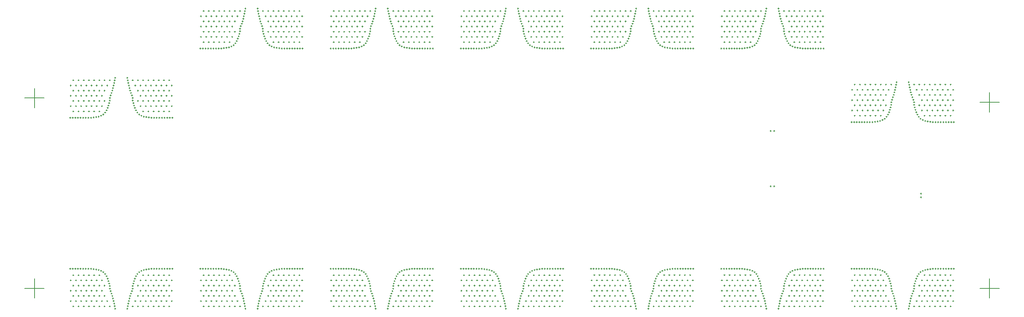
<source format=gbr>
%FSTAX66Y66*%
%MOMM*%
%SFA1B1*%

%IPPOS*%
%ADD34C,0.127000*%
%LNduts_drillmap_1-1*%
%LPD*%
G54D34*
X000002750007Y000049000003D02*
X000007249998D01*
X00000499999Y000046749995D02*
Y000051249986D01*
X000222749999Y00004799998D02*
X000227250015D01*
X000224999981Y000045749972D02*
Y000050249988D01*
X000222749973Y000005001615D02*
X000227249964D01*
X000224999956Y000002751607D02*
Y000007251598D01*
X000002750007Y000005000015D02*
X000007249998D01*
X00000499999Y000002750007D02*
Y000007249998D01*
X000209070524Y000026081888D02*
X000209370523D01*
X000209220536Y000025931901D02*
Y0000262319D01*
X000209070524Y000026922907D02*
X000209370523D01*
X000209220536Y000026772895D02*
Y000027072894D01*
X000195005934Y000047320682D02*
X000195305934D01*
X000195155921Y00004717067D02*
Y000047470669D01*
X00021109404Y000047320682D02*
X00021139404D01*
X000211244053Y00004717067D02*
Y000047470669D01*
X000212294063Y000049720677D02*
X000212594037D01*
X00021244405Y000049570665D02*
Y000049870664D01*
X000193805937Y000052120673D02*
X000194105936D01*
X000193955949Y000051970686D02*
Y000052270685D01*
X000201005948Y000052120673D02*
X000201305947D01*
X000201155935Y000051970686D02*
Y000052270685D01*
X000200405923Y00004852068D02*
X000200705948D01*
X000200555936Y000048370667D02*
Y000048670667D01*
X000198605952Y000047320682D02*
X000198905926D01*
X000198755939Y00004717067D02*
Y000047470669D01*
X000210494041Y000046120685D02*
X000210794066D01*
X000210644054Y000045970672D02*
Y000046270672D01*
X00021409406Y000046120685D02*
X000214394059D01*
X000214244047Y000045970672D02*
Y000046270672D01*
X000193205938Y000050920675D02*
X000193505937D01*
X00019335595Y000050770688D02*
Y000051070687D01*
X000197405929Y000047320682D02*
X000197705929D01*
X000197555942Y00004717067D02*
Y000047470669D01*
X000196805931Y00004852068D02*
X000197105955D01*
X000196955943Y000048370667D02*
Y000048670667D01*
X000198605952Y000044920687D02*
X000198905926D01*
X000198755939Y000044770675D02*
Y000045070674D01*
X000212294063Y000044920687D02*
X000212594037D01*
X00021244405Y000044770675D02*
Y000045070674D01*
X000214694058Y000047320682D02*
X000214994058D01*
X000214844045Y00004717067D02*
Y000047470669D01*
X000199205926Y000050920675D02*
X000199505925D01*
X000199355938Y000050770688D02*
Y000051070687D01*
X000198605952Y000049720677D02*
X000198905926D01*
X000198755939Y000049570665D02*
Y000049870664D01*
X000198005928Y000050920675D02*
X000198305928D01*
X000198155915Y000050770688D02*
Y000051070687D01*
X000216494055Y000050920675D02*
X000216794054D01*
X000216644042Y000050770688D02*
Y000051070687D01*
X000195005934Y000044920687D02*
X000195305934D01*
X000195155921Y000044770675D02*
Y000045070674D01*
X000207494047Y000052120673D02*
X000207794047D01*
X000207644034Y000051970686D02*
Y000052270685D01*
X000195005934Y000052120673D02*
X000195305934D01*
X000195155921Y000051970686D02*
Y000052270685D01*
X000209894043Y000044920687D02*
X000210194042D01*
X000210044055Y000044770675D02*
Y000045070674D01*
X000208694045Y000047320682D02*
X000208994044D01*
X000208844057Y00004717067D02*
Y000047470669D01*
X000198005928Y000046120685D02*
X000198305928D01*
X000198155915Y000045970672D02*
Y000046270672D01*
X000200405923Y000050920675D02*
X000200705948D01*
X000200555936Y000050770688D02*
Y000051070687D01*
X000202205945Y000052120673D02*
X000202505945D01*
X000202355958Y000051970686D02*
Y000052270685D01*
X000200405923Y000046120685D02*
X000200705948D01*
X000200555936Y000045970672D02*
Y000046270672D01*
X000215294057Y000050920675D02*
X000215594057D01*
X000215444044Y000050770688D02*
Y000051070687D01*
X000210494041Y000050920675D02*
X000210794066D01*
X000210644054Y000050770688D02*
Y000051070687D01*
X000213494035Y000052120673D02*
X00021379406D01*
X000213644048Y000051970686D02*
Y000052270685D01*
X000195605958Y000050920675D02*
X000195905932D01*
X000195755945Y000050770688D02*
Y000051070687D01*
X000209894043Y000047320682D02*
X000210194042D01*
X000210044055Y00004717067D02*
Y000047470669D01*
X000212894037Y00004852068D02*
X000213194036D01*
X000213044049Y000048370667D02*
Y000048670667D01*
X000214694058Y000049720677D02*
X000214994058D01*
X000214844045Y000049570665D02*
Y000049870664D01*
X00021109404Y000049720677D02*
X00021139404D01*
X000211244053Y000049570665D02*
Y000049870664D01*
X000208694045Y000052120673D02*
X000208994044D01*
X000208844057Y000051970686D02*
Y000052270685D01*
X000212294063Y000052120673D02*
X000212594037D01*
X00021244405Y000051970686D02*
Y000052270685D01*
X000197405929Y000052120673D02*
X000197705929D01*
X000197555942Y000051970686D02*
Y000052270685D01*
X000213494035Y000049720677D02*
X00021379406D01*
X000213644048Y000049570665D02*
Y000049870664D01*
X000213494035Y000047320682D02*
X00021379406D01*
X000213644048Y00004717067D02*
Y000047470669D01*
X000209894043Y000049720677D02*
X000210194042D01*
X000210044055Y000049570665D02*
Y000049870664D01*
X000209894043Y000052120673D02*
X000210194042D01*
X000210044055Y000051970686D02*
Y000052270685D01*
X000212894037Y000050920675D02*
X000213194036D01*
X000213044049Y000050770688D02*
Y000051070687D01*
X000201605946Y000050920675D02*
X00020190592D01*
X000201755933Y000050770688D02*
Y000051070687D01*
X000196205932Y000049720677D02*
X000196505931D01*
X000196355944Y000049570665D02*
Y000049870664D01*
X000201005948Y000047320682D02*
X000201305947D01*
X000201155935Y00004717067D02*
Y000047470669D01*
X000193805937Y000044920687D02*
X000194105936D01*
X000193955949Y000044770675D02*
Y000045070674D01*
X000212894037Y000046120685D02*
X000213194036D01*
X000213044049Y000045970672D02*
Y000046270672D01*
X000201005948Y000049720677D02*
X000201305947D01*
X000201155935Y000049570665D02*
Y000049870664D01*
X00021409406Y00004852068D02*
X000214394059D01*
X000214244047Y000048370667D02*
Y000048670667D01*
X000199805925Y000052120673D02*
X000200105949D01*
X000199955937Y000051970686D02*
Y000052270685D01*
X000215894056Y000044920687D02*
X000216194055D01*
X000216044068Y000044770675D02*
Y000045070674D01*
X000197405929Y000049720677D02*
X000197705929D01*
X000197555942Y000049570665D02*
Y000049870664D01*
X000194405935Y000046120685D02*
X000194705935D01*
X000194555948Y000045970672D02*
Y000046270672D01*
X000196205932Y000047320682D02*
X000196505931D01*
X000196355944Y00004717067D02*
Y000047470669D01*
X000196805931Y000046120685D02*
X000197105955D01*
X000196955943Y000045970672D02*
Y000046270672D01*
X000212294063Y000047320682D02*
X000212594037D01*
X00021244405Y00004717067D02*
Y000047470669D01*
X000198605952Y000052120673D02*
X000198905926D01*
X000198755939Y000051970686D02*
Y000052270685D01*
X000193805937Y000047320682D02*
X000194105936D01*
X000193955949Y00004717067D02*
Y000047470669D01*
X000216494055Y00004852068D02*
X000216794054D01*
X000216644042Y000048370667D02*
Y000048670667D01*
X000208694045Y000049720677D02*
X000208994044D01*
X000208844057Y000049570665D02*
Y000049870664D01*
X000196205932Y000052120673D02*
X000196505931D01*
X000196355944Y000051970686D02*
Y000052270685D01*
X000194405935Y000050920675D02*
X000194705935D01*
X000194555948Y000050770688D02*
Y000051070687D01*
X000195605958Y000046120685D02*
X000195905932D01*
X000195755945Y000045970672D02*
Y000046270672D01*
X000211694039Y00004852068D02*
X000211994038D01*
X000211844051Y000048370667D02*
Y000048670667D01*
X000211694039Y000050920675D02*
X000211994038D01*
X000211844051Y000050770688D02*
Y000051070687D01*
X000195605958Y00004852068D02*
X000195905932D01*
X000195755945Y000048370667D02*
Y000048670667D01*
X000214694058Y000052120673D02*
X000214994058D01*
X000214844045Y000051970686D02*
Y000052270685D01*
X000215294057Y00004852068D02*
X000215594057D01*
X000215444044Y000048370667D02*
Y000048670667D01*
X000213494035Y000044920687D02*
X00021379406D01*
X000213644048Y000044770675D02*
Y000045070674D01*
X000210494041Y00004852068D02*
X000210794066D01*
X000210644054Y000048370667D02*
Y000048670667D01*
X000196805931Y000050920675D02*
X000197105955D01*
X000196955943Y000050770688D02*
Y000051070687D01*
X000193205938Y000046120685D02*
X000193505937D01*
X00019335595Y000045970672D02*
Y000046270672D01*
X000194405935Y00004852068D02*
X000194705935D01*
X000194555948Y000048370667D02*
Y000048670667D01*
X000209294069Y000050920675D02*
X000209594043D01*
X000209444056Y000050770688D02*
Y000051070687D01*
X000195005934Y000049720677D02*
X000195305934D01*
X000195155921Y000049570665D02*
Y000049870664D01*
X00021109404Y000052120673D02*
X00021139404D01*
X000211244053Y000051970686D02*
Y000052270685D01*
X000197405929Y000044920687D02*
X000197705929D01*
X000197555942Y000044770675D02*
Y000045070674D01*
X000199805925Y000047320682D02*
X000200105949D01*
X000199955937Y00004717067D02*
Y000047470669D01*
X000199805925Y000044920687D02*
X000200105949D01*
X000199955937Y000044770675D02*
Y000045070674D01*
X000198005928Y00004852068D02*
X000198305928D01*
X000198155915Y000048370667D02*
Y000048670667D01*
X000208094046Y000050920675D02*
X000208394046D01*
X000208244059Y000050770688D02*
Y000051070687D01*
X000199205926Y000046120685D02*
X000199505925D01*
X000199355938Y000045970672D02*
Y000046270672D01*
X000215894056Y000052120673D02*
X000216194055D01*
X000216044068Y000051970686D02*
Y000052270685D01*
X00021109404Y000044920687D02*
X00021139404D01*
X000211244053Y000044770675D02*
Y000045070674D01*
X000209294069Y000046120685D02*
X000209594043D01*
X000209444056Y000045970672D02*
Y000046270672D01*
X000209294069Y00004852068D02*
X000209594043D01*
X000209444056Y000048370667D02*
Y000048670667D01*
X000216494055Y000046120685D02*
X000216794054D01*
X000216644042Y000045970672D02*
Y000046270672D01*
X000199805925Y000049720677D02*
X000200105949D01*
X000199955937Y000049570665D02*
Y000049870664D01*
X000215894056Y000047320682D02*
X000216194055D01*
X000216044068Y00004717067D02*
Y000047470669D01*
X000215294057Y000046120685D02*
X000215594057D01*
X000215444044Y000045970672D02*
Y000046270672D01*
X000211694039Y000046120685D02*
X000211994038D01*
X000211844051Y000045970672D02*
Y000046270672D01*
X000196205932Y000044920687D02*
X000196505931D01*
X000196355944Y000044770675D02*
Y000045070674D01*
X000215894056Y000049720677D02*
X000216194055D01*
X000216044068Y000049570665D02*
Y000049870664D01*
X000199205926Y00004852068D02*
X000199505925D01*
X000199355938Y000048370667D02*
Y000048670667D01*
X000193805937Y000049720677D02*
X000194105936D01*
X000193955949Y000049570665D02*
Y000049870664D01*
X000193205938Y00004852068D02*
X000193505937D01*
X00019335595Y000048370667D02*
Y000048670667D01*
X000214694058Y000044920687D02*
X000214994058D01*
X000214844045Y000044770675D02*
Y000045070674D01*
X00021409406Y000050920675D02*
X000214394059D01*
X000214244047Y000050770688D02*
Y000051070687D01*
X000201453318Y000045172985D02*
X000201753317D01*
X000201603305Y000045022998D02*
Y000045322998D01*
X000202222049Y000048036505D02*
X000202522048D01*
X000202372036Y000047886518D02*
Y000048186517D01*
X000197878014Y000043448097D02*
X000198178013D01*
X000198028001Y00004329811D02*
Y000043598109D01*
X000193677997Y000043448097D02*
X000193978022D01*
X000193828009Y00004329811D02*
Y000043598109D01*
X000203223368Y000051480694D02*
X000203523367D01*
X000203373355Y000051330707D02*
Y000051630681D01*
X000203450215Y000052656054D02*
X000203750189D01*
X000203600227Y000052506041D02*
Y000052806041D01*
X000202953162Y000050314606D02*
X000203253162D01*
X000203103149Y000050164593D02*
Y000050464593D01*
X000199650705Y000043724372D02*
X000199950705D01*
X000199800692Y000043574385D02*
Y000043874385D01*
X000201144936Y000044659397D02*
X000201444936D01*
X000201294949Y00004450941D02*
Y00004480941D01*
X000202068226Y000046855227D02*
X000202368226D01*
X000202218213Y000046705215D02*
Y000047005214D01*
X000194877994Y000043448097D02*
X000195178019D01*
X000195028007Y00004329811D02*
Y000043598109D01*
X000196078017Y000043448097D02*
X000196378017D01*
X000196228004Y00004329811D02*
Y000043598109D01*
X000198472425Y000043518175D02*
X000198772449D01*
X000198622437Y000043368163D02*
Y000043668162D01*
X000197278015Y000043448097D02*
X000197578014D01*
X000197428002Y00004329811D02*
Y000043598109D01*
X000193077998Y000043448097D02*
X000193377997D01*
X00019322801Y00004329811D02*
Y000043598109D01*
X000202204142Y000047438106D02*
X000202504167D01*
X000202354154Y000047288094D02*
Y000047588093D01*
X000199064727Y000043603748D02*
X000199364727D01*
X00019921474Y000043453735D02*
Y000043753735D01*
X000194277996Y000043448097D02*
X000194577995D01*
X000194428008Y00004329811D02*
Y000043598109D01*
X000202610516Y000049167923D02*
X000202910516D01*
X000202760529Y000049017936D02*
Y000049317935D01*
X000203341249Y00005206751D02*
X000203641248D01*
X000203491236Y000051917523D02*
Y000052217523D01*
X000201905895Y000046279155D02*
X000202205894D01*
X000202055907Y000046129168D02*
Y000046429168D01*
X000195478019Y000043448097D02*
X000195778018D01*
X000195628006Y00004329811D02*
Y000043598109D01*
X000202389917Y000048611815D02*
X000202689917D01*
X000202539904Y000048461828D02*
Y000048761827D01*
X00020170681Y000045714869D02*
X000202006809D01*
X000201856797Y000045564882D02*
Y000045864881D01*
X000200732415Y000044224625D02*
X000201032414D01*
X000200882427Y000044074638D02*
Y000044374638D01*
X000200218141Y000043917006D02*
X000200518115D01*
X000200368128Y000043767019D02*
Y000044067018D01*
X000196678016Y000043448097D02*
X000196978016D01*
X000196828003Y00004329811D02*
Y000043598109D01*
X000203094386Y000050896215D02*
X000203394386D01*
X000203244399Y000050746228D02*
Y000051046227D01*
X000202793955Y000049737619D02*
X000203093955D01*
X000202943968Y000049587632D02*
Y000049887606D01*
X000206906037Y000049737619D02*
X000207206011D01*
X000207056024Y000049587632D02*
Y000049887606D01*
X000206605606Y000050896215D02*
X000206905606D01*
X000206755619Y000050746228D02*
Y000051046227D01*
X000213021976Y000043448097D02*
X000213321976D01*
X000213171989Y00004329811D02*
Y000043598109D01*
X000209481851Y000043917006D02*
X000209781851D01*
X000209631864Y000043767019D02*
Y000044067018D01*
X000208967578Y000044224625D02*
X000209267552D01*
X000209117565Y000044074638D02*
Y000044374638D01*
X000207993183Y000045714869D02*
X000208293182D01*
X000208143195Y000045564882D02*
Y000045864881D01*
X00020731005Y000048611815D02*
X000207610075D01*
X000207460062Y000048461828D02*
Y000048761827D01*
X000214221974Y000043448097D02*
X000214521973D01*
X000214371986Y00004329811D02*
Y000043598109D01*
X000207794072Y000046279155D02*
X000208094072D01*
X000207944085Y000046129168D02*
Y000046429168D01*
X000206358744Y00005206751D02*
X000206658743D01*
X000206508756Y000051917523D02*
Y000052217523D01*
X000207089476Y000049167923D02*
X00020738945D01*
X000207239463Y000049017936D02*
Y000049317935D01*
X000215421997Y000043448097D02*
X000215721971D01*
X000215571984Y00004329811D02*
Y000043598109D01*
X000210635265Y000043603748D02*
X000210935265D01*
X000210785278Y000043453735D02*
Y000043753735D01*
X000207495825Y000047438106D02*
X000207795825D01*
X000207645838Y000047288094D02*
Y000047588093D01*
X000216621969Y000043448097D02*
X000216921994D01*
X000216771982Y00004329811D02*
Y000043598109D01*
X000212421978Y000043448097D02*
X000212721977D01*
X000212571965Y00004329811D02*
Y000043598109D01*
X000211227568Y000043518175D02*
X000211527567D01*
X000211377555Y000043368163D02*
Y000043668162D01*
X000213621975Y000043448097D02*
X000213921975D01*
X000213771988Y00004329811D02*
Y000043598109D01*
X000214821973Y000043448097D02*
X000215121972D01*
X00021497196Y00004329811D02*
Y000043598109D01*
X000207631766Y000046855227D02*
X000207931766D01*
X000207781779Y000046705215D02*
Y000047005214D01*
X000208555031Y000044659397D02*
X000208855056D01*
X000208705043Y00004450941D02*
Y00004480941D01*
X000210049287Y000043724372D02*
X000210349287D01*
X000210199274Y000043574385D02*
Y000043874385D01*
X00020674683Y000050314606D02*
X00020704683D01*
X000206896817Y000050164593D02*
Y000050464593D01*
X000206249778Y000052656054D02*
X000206549777D01*
X00020639979Y000052506041D02*
Y000052806041D01*
X0002064766Y000051480694D02*
X000206776624D01*
X000206626612Y000051330707D02*
Y000051630681D01*
X00021602197Y000043448097D02*
X00021632197D01*
X000216171983Y00004329811D02*
Y000043598109D01*
X000211821979Y000043448097D02*
X000212121978D01*
X000211971966Y00004329811D02*
Y000043598109D01*
X000207477969Y000048036505D02*
X000207777943D01*
X000207627956Y000047886518D02*
Y000048186517D01*
X000208246675Y000045172985D02*
X000208546674D01*
X000208396662Y000045022998D02*
Y000045322998D01*
X000174429496Y00002862679D02*
X000174729495D01*
X000174579508Y000028476803D02*
Y000028776803D01*
X00017527049Y00002862679D02*
X000175570489D01*
X000175420502Y000028476803D02*
Y000028776803D01*
X000165005943Y000064320089D02*
X000165305943D01*
X00016515593Y000064170077D02*
Y000064470076D01*
X000181094049Y000064320089D02*
X000181394049D01*
X000181244036Y000064170077D02*
Y000064470076D01*
X000182294047Y000066720084D02*
X000182594046D01*
X000182444059Y000066570072D02*
Y000066870071D01*
X000163805946Y00006912008D02*
X000164105945D01*
X000163955933Y000068970067D02*
Y000069270067D01*
X000171005931Y00006912008D02*
X000171305931D01*
X000171155918Y000068970067D02*
Y000069270067D01*
X000170405933Y000065520087D02*
X000170705932D01*
X000170555945Y000065370075D02*
Y000065670074D01*
X000168605936Y000064320089D02*
X000168905936D01*
X000168755949Y000064170077D02*
Y000064470076D01*
X000180494051Y000063120066D02*
X00018079405D01*
X000180644038Y000062970079D02*
Y000063270079D01*
X000184094043Y000063120066D02*
X000184394043D01*
X000184244056Y000062970079D02*
Y000063270079D01*
X000163205947Y000067920082D02*
X000163505946D01*
X000163355959Y00006777007D02*
Y000068070069D01*
X000167405939Y000064320089D02*
X000167705938D01*
X000167555926Y000064170077D02*
Y000064470076D01*
X00016680594Y000065520087D02*
X000167105939D01*
X000166955927Y000065370075D02*
Y000065670074D01*
X000168605936Y000061920069D02*
X000168905936D01*
X000168755949Y000061770082D02*
Y000062070081D01*
X000182294047Y000061920069D02*
X000182594046D01*
X000182444059Y000061770082D02*
Y000062070081D01*
X000184694042Y000064320089D02*
X000184994042D01*
X000184844055Y000064170077D02*
Y000064470076D01*
X000169205935Y000067920082D02*
X000169505934D01*
X000169355947Y00006777007D02*
Y000068070069D01*
X000168605936Y000066720084D02*
X000168905936D01*
X000168755949Y000066570072D02*
Y000066870071D01*
X000168005937Y000067920082D02*
X000168305937D01*
X000168155924Y00006777007D02*
Y000068070069D01*
X000186494039Y000067920082D02*
X000186794063D01*
X000186644051Y00006777007D02*
Y000068070069D01*
X000165005943Y000061920069D02*
X000165305943D01*
X00016515593Y000061770082D02*
Y000062070081D01*
X000177494057Y00006912008D02*
X000177794056D01*
X000177644044Y000068970067D02*
Y000069270067D01*
X000165005943Y00006912008D02*
X000165305943D01*
X00016515593Y000068970067D02*
Y000069270067D01*
X000179894052Y000061920069D02*
X000180194051D01*
X000180044064Y000061770082D02*
Y000062070081D01*
X000178694054Y000064320089D02*
X000178994054D01*
X000178844041Y000064170077D02*
Y000064470076D01*
X000168005937Y000063120066D02*
X000168305937D01*
X000168155924Y000062970079D02*
Y000063270079D01*
X000170405933Y000067920082D02*
X000170705932D01*
X000170555945Y00006777007D02*
Y000068070069D01*
X000172205929Y00006912008D02*
X000172505928D01*
X000172355941Y000068970067D02*
Y000069270067D01*
X000170405933Y000063120066D02*
X000170705932D01*
X000170555945Y000062970079D02*
Y000063270079D01*
X000185294066Y000067920082D02*
X00018559404D01*
X000185444053Y00006777007D02*
Y000068070069D01*
X000180494051Y000067920082D02*
X00018079405D01*
X000180644038Y00006777007D02*
Y000068070069D01*
X000183494045Y00006912008D02*
X000183794069D01*
X000183644057Y000068970067D02*
Y000069270067D01*
X000165605942Y000067920082D02*
X000165905916D01*
X000165755929Y00006777007D02*
Y000068070069D01*
X000179894052Y000064320089D02*
X000180194051D01*
X000180044064Y000064170077D02*
Y000064470076D01*
X000182894046Y000065520087D02*
X000183194045D01*
X000183044058Y000065370075D02*
Y000065670074D01*
X000184694042Y000066720084D02*
X000184994042D01*
X000184844055Y000066570072D02*
Y000066870071D01*
X000181094049Y000066720084D02*
X000181394049D01*
X000181244036Y000066570072D02*
Y000066870071D01*
X000178694054Y00006912008D02*
X000178994054D01*
X000178844041Y000068970067D02*
Y000069270067D01*
X000182294047Y00006912008D02*
X000182594046D01*
X000182444059Y000068970067D02*
Y000069270067D01*
X000167405939Y00006912008D02*
X000167705938D01*
X000167555926Y000068970067D02*
Y000069270067D01*
X000183494045Y000066720084D02*
X000183794069D01*
X000183644057Y000066570072D02*
Y000066870071D01*
X000183494045Y000064320089D02*
X000183794069D01*
X000183644057Y000064170077D02*
Y000064470076D01*
X000179894052Y000066720084D02*
X000180194051D01*
X000180044064Y000066570072D02*
Y000066870071D01*
X000179894052Y00006912008D02*
X000180194051D01*
X000180044064Y000068970067D02*
Y000069270067D01*
X000182894046Y000067920082D02*
X000183194045D01*
X000183044058Y00006777007D02*
Y000068070069D01*
X000171605956Y000067920082D02*
X00017190593D01*
X000171755943Y00006777007D02*
Y000068070069D01*
X000166205941Y000066720084D02*
X00016650594D01*
X000166355953Y000066570072D02*
Y000066870071D01*
X000171005931Y000064320089D02*
X000171305931D01*
X000171155918Y000064170077D02*
Y000064470076D01*
X000163805946Y000061920069D02*
X000164105945D01*
X000163955933Y000061770082D02*
Y000062070081D01*
X000182894046Y000063120066D02*
X000183194045D01*
X000183044058Y000062970079D02*
Y000063270079D01*
X000171005931Y000066720084D02*
X000171305931D01*
X000171155918Y000066570072D02*
Y000066870071D01*
X000184094043Y000065520087D02*
X000184394043D01*
X000184244056Y000065370075D02*
Y000065670074D01*
X000169805934Y00006912008D02*
X000170105959D01*
X000169955946Y000068970067D02*
Y000069270067D01*
X00018589404Y000061920069D02*
X000186194039D01*
X000186044052Y000061770082D02*
Y000062070081D01*
X000167405939Y000066720084D02*
X000167705938D01*
X000167555926Y000066570072D02*
Y000066870071D01*
X000164405919Y000063120066D02*
X000164705944D01*
X000164555932Y000062970079D02*
Y000063270079D01*
X000166205941Y000064320089D02*
X00016650594D01*
X000166355953Y000064170077D02*
Y000064470076D01*
X00016680594Y000063120066D02*
X000167105939D01*
X000166955927Y000062970079D02*
Y000063270079D01*
X000182294047Y000064320089D02*
X000182594046D01*
X000182444059Y000064170077D02*
Y000064470076D01*
X000168605936Y00006912008D02*
X000168905936D01*
X000168755949Y000068970067D02*
Y000069270067D01*
X000163805946Y000064320089D02*
X000164105945D01*
X000163955933Y000064170077D02*
Y000064470076D01*
X000186494039Y000065520087D02*
X000186794063D01*
X000186644051Y000065370075D02*
Y000065670074D01*
X000178694054Y000066720084D02*
X000178994054D01*
X000178844041Y000066570072D02*
Y000066870071D01*
X000166205941Y00006912008D02*
X00016650594D01*
X000166355953Y000068970067D02*
Y000069270067D01*
X000164405919Y000067920082D02*
X000164705944D01*
X000164555932Y00006777007D02*
Y000068070069D01*
X000165605942Y000063120066D02*
X000165905916D01*
X000165755929Y000062970079D02*
Y000063270079D01*
X000181694048Y000065520087D02*
X000181994048D01*
X000181844035Y000065370075D02*
Y000065670074D01*
X000181694048Y000067920082D02*
X000181994048D01*
X000181844035Y00006777007D02*
Y000068070069D01*
X000165605942Y000065520087D02*
X000165905916D01*
X000165755929Y000065370075D02*
Y000065670074D01*
X000184694042Y00006912008D02*
X000184994042D01*
X000184844055Y000068970067D02*
Y000069270067D01*
X000185294066Y000065520087D02*
X00018559404D01*
X000185444053Y000065370075D02*
Y000065670074D01*
X000183494045Y000061920069D02*
X000183794069D01*
X000183644057Y000061770082D02*
Y000062070081D01*
X000180494051Y000065520087D02*
X00018079405D01*
X000180644038Y000065370075D02*
Y000065670074D01*
X00016680594Y000067920082D02*
X000167105939D01*
X000166955927Y00006777007D02*
Y000068070069D01*
X000163205947Y000063120066D02*
X000163505946D01*
X000163355959Y000062970079D02*
Y000063270079D01*
X000164405919Y000065520087D02*
X000164705944D01*
X000164555932Y000065370075D02*
Y000065670074D01*
X000179294053Y000067920082D02*
X000179594052D01*
X00017944404Y00006777007D02*
Y000068070069D01*
X000165005943Y000066720084D02*
X000165305943D01*
X00016515593Y000066570072D02*
Y000066870071D01*
X000181094049Y00006912008D02*
X000181394049D01*
X000181244036Y000068970067D02*
Y000069270067D01*
X000167405939Y000061920069D02*
X000167705938D01*
X000167555926Y000061770082D02*
Y000062070081D01*
X000169805934Y000064320089D02*
X000170105959D01*
X000169955946Y000064170077D02*
Y000064470076D01*
X000169805934Y000061920069D02*
X000170105959D01*
X000169955946Y000061770082D02*
Y000062070081D01*
X000168005937Y000065520087D02*
X000168305937D01*
X000168155924Y000065370075D02*
Y000065670074D01*
X000178094055Y000067920082D02*
X000178394055D01*
X000178244042Y00006777007D02*
Y000068070069D01*
X000169205935Y000063120066D02*
X000169505934D01*
X000169355947Y000062970079D02*
Y000063270079D01*
X00018589404Y00006912008D02*
X000186194039D01*
X000186044052Y000068970067D02*
Y000069270067D01*
X000181094049Y000061920069D02*
X000181394049D01*
X000181244036Y000061770082D02*
Y000062070081D01*
X000179294053Y000063120066D02*
X000179594052D01*
X00017944404Y000062970079D02*
Y000063270079D01*
X000179294053Y000065520087D02*
X000179594052D01*
X00017944404Y000065370075D02*
Y000065670074D01*
X000186494039Y000063120066D02*
X000186794063D01*
X000186644051Y000062970079D02*
Y000063270079D01*
X000169805934Y000066720084D02*
X000170105959D01*
X000169955946Y000066570072D02*
Y000066870071D01*
X00018589404Y000064320089D02*
X000186194039D01*
X000186044052Y000064170077D02*
Y000064470076D01*
X000185294066Y000063120066D02*
X00018559404D01*
X000185444053Y000062970079D02*
Y000063270079D01*
X000181694048Y000063120066D02*
X000181994048D01*
X000181844035Y000062970079D02*
Y000063270079D01*
X000166205941Y000061920069D02*
X00016650594D01*
X000166355953Y000061770082D02*
Y000062070081D01*
X00018589404Y000066720084D02*
X000186194039D01*
X000186044052Y000066570072D02*
Y000066870071D01*
X000169205935Y000065520087D02*
X000169505934D01*
X000169355947Y000065370075D02*
Y000065670074D01*
X000163805946Y000066720084D02*
X000164105945D01*
X000163955933Y000066570072D02*
Y000066870071D01*
X000163205947Y000065520087D02*
X000163505946D01*
X000163355959Y000065370075D02*
Y000065670074D01*
X000184694042Y000061920069D02*
X000184994042D01*
X000184844055Y000061770082D02*
Y000062070081D01*
X000184094043Y000067920082D02*
X000184394043D01*
X000184244056Y00006777007D02*
Y000068070069D01*
X000171453302Y000062172392D02*
X000171753326D01*
X000171603314Y000062022405D02*
Y000062322405D01*
X000172222033Y000065035912D02*
X000172522032D01*
X000172372045Y0000648859D02*
Y000065185899D01*
X000167877998Y000060447478D02*
X000168177997D01*
X00016802801Y000060297491D02*
Y000060597491D01*
X000163678006Y000060447478D02*
X000163978005D01*
X000163828018Y000060297491D02*
Y000060597491D01*
X000173223377Y000068480076D02*
X000173523376D01*
X000173373364Y000068330089D02*
Y000068630088D01*
X000173450224Y000069655436D02*
X000173750198D01*
X000173600211Y000069505449D02*
Y000069805448D01*
X000172953146Y000067313987D02*
X000173253146D01*
X000173103159Y000067164D02*
Y000067464D01*
X000169650689Y00006072378D02*
X000169950688D01*
X000169800676Y000060573767D02*
Y000060873767D01*
X000171144946Y000061658804D02*
X000171444945D01*
X000171294933Y000061508817D02*
Y000061808817D01*
X000172068236Y000063854609D02*
X00017236821D01*
X000172218223Y000063704622D02*
Y000064004621D01*
X000164878004Y000060447478D02*
X000165178003D01*
X000165028016Y000060297491D02*
Y000060597491D01*
X000166078001Y000060447478D02*
X000166378001D01*
X000166228014Y000060297491D02*
Y000060597491D01*
X000168472434Y000060517557D02*
X000168772433D01*
X000168622421Y00006036757D02*
Y000060667569D01*
X000167277999Y000060447478D02*
X000167577998D01*
X000167428011Y000060297491D02*
Y000060597491D01*
X000163078007Y000060447478D02*
X000163378007D01*
X00016322802Y000060297491D02*
Y000060597491D01*
X000172204151Y000064437488D02*
X00017250415D01*
X000172354163Y000064287501D02*
Y000064587501D01*
X000169064736Y00006060313D02*
X000169364736D01*
X000169214723Y000060453117D02*
Y000060753117D01*
X000164278005Y000060447478D02*
X000164578004D01*
X000164428017Y000060297491D02*
Y000060597491D01*
X000172610526Y00006616733D02*
X000172910525D01*
X000172760538Y000066017317D02*
Y000066317317D01*
X000173341233Y000069066918D02*
X000173641232D01*
X000173491245Y000068916905D02*
Y000069216905D01*
X000171905904Y000063278537D02*
X000172205904D01*
X000172055917Y00006312855D02*
Y000063428549D01*
X000165478028Y000060447478D02*
X000165778002D01*
X000165628015Y000060297491D02*
Y000060597491D01*
X000172389901Y000065611222D02*
X000172689926D01*
X000172539914Y000065461235D02*
Y000065761235D01*
X000171706819Y000062714276D02*
X000172006793D01*
X000171856806Y000062564264D02*
Y000062864263D01*
X000170732424Y000061224033D02*
X000171032424D01*
X000170882437Y00006107402D02*
Y00006137402D01*
X000170218125Y000060916413D02*
X000170518124D01*
X000170368137Y000060766426D02*
Y000061066426D01*
X000166678Y000060447478D02*
X000166978025D01*
X000166828012Y000060297491D02*
Y000060597491D01*
X000173094396Y000067895622D02*
X00017339437D01*
X000173244383Y000067745635D02*
Y000068045609D01*
X000172793964Y000066737026D02*
X000173093964D01*
X000172943977Y000066587014D02*
Y000066887013D01*
X000176906021Y000066737026D02*
X000177205995D01*
X000177056008Y000066587014D02*
Y000066887013D01*
X00017660559Y000067895622D02*
X000176905589D01*
X000176755602Y000067745635D02*
Y000068045609D01*
X000183021986Y000060447478D02*
X000183321985D01*
X000183171998Y000060297491D02*
Y000060597491D01*
X000179481835Y000060916413D02*
X000179781835D01*
X000179631848Y000060766426D02*
Y000061066426D01*
X000178967561Y000061224033D02*
X000179267535D01*
X000179117548Y00006107402D02*
Y00006137402D01*
X000177993167Y000062714276D02*
X000178293191D01*
X000178143179Y000062564264D02*
Y000062864263D01*
X000177310059Y000065611222D02*
X000177610058D01*
X000177460071Y000065461235D02*
Y000065761235D01*
X000184221958Y000060447478D02*
X000184521983D01*
X00018437197Y000060297491D02*
Y000060597491D01*
X000177794056Y000063278537D02*
X000178094081D01*
X000177944068Y00006312855D02*
Y000063428549D01*
X000176358753Y000069066918D02*
X000176658727D01*
X00017650874Y000068916905D02*
Y000069216905D01*
X00017708946Y00006616733D02*
X000177389459D01*
X000177239447Y000066017317D02*
Y000066317317D01*
X000185421981Y000060447478D02*
X000185721955D01*
X000185571968Y000060297491D02*
Y000060597491D01*
X000180635275Y00006060313D02*
X000180935249D01*
X000180785236Y000060453117D02*
Y000060753117D01*
X000177495809Y000064437488D02*
X000177795834D01*
X000177645822Y000064287501D02*
Y000064587501D01*
X000186621978Y000060447478D02*
X000186921978D01*
X000186771965Y000060297491D02*
Y000060597491D01*
X000182421987Y000060447478D02*
X000182721961D01*
X000182571974Y000060297491D02*
Y000060597491D01*
X000181227552Y000060517557D02*
X000181527551D01*
X000181377539Y00006036757D02*
Y000060667569D01*
X000183621984Y000060447478D02*
X000183921984D01*
X000183771971Y000060297491D02*
Y000060597491D01*
X000184821982Y000060447478D02*
X000185121981D01*
X000184971969Y000060297491D02*
Y000060597491D01*
X00017763175Y000063854609D02*
X000177931775D01*
X000177781762Y000063704622D02*
Y000064004621D01*
X00017855504Y000061658804D02*
X000178855039D01*
X000178705027Y000061508817D02*
Y000061808817D01*
X000180049297Y00006072378D02*
X000180349296D01*
X000180199284Y000060573767D02*
Y000060873767D01*
X000176746839Y000067313987D02*
X000177046839D01*
X000176896826Y000067164D02*
Y000067464D01*
X000176249787Y000069655436D02*
X000176549786D01*
X000176399799Y000069505449D02*
Y000069805448D01*
X000176476609Y000068480076D02*
X000176776608D01*
X000176626596Y000068330089D02*
Y000068630088D01*
X00018602198Y000060447478D02*
X000186321979D01*
X000186171992Y000060297491D02*
Y000060597491D01*
X000181821988Y000060447478D02*
X000182121987D01*
X000181971975Y000060297491D02*
Y000060597491D01*
X000177477953Y000065035912D02*
X000177777927D01*
X00017762794Y0000648859D02*
Y000065185899D01*
X000178246684Y000062172392D02*
X000178546683D01*
X000178396671Y000062022405D02*
Y000062322405D01*
X000174429496Y000041375177D02*
X000174729495D01*
X000174579483Y00004122519D02*
Y00004152519D01*
X000175270464Y000041375177D02*
X000175570489D01*
X000175420477Y00004122519D02*
Y00004152519D01*
X000045005929Y000064318464D02*
X000045305929D01*
X000045155942Y000064168477D02*
Y000064468476D01*
X000061094035Y000064318464D02*
X000061394035D01*
X000061244048Y000064168477D02*
Y000064468476D01*
X000062294058Y000066718459D02*
X000062594058D01*
X000062444045Y000066568472D02*
Y000066868471D01*
X000043805932Y00006911848D02*
X000044105931D01*
X000043955944Y000068968467D02*
Y000069268467D01*
X000051005943Y00006911848D02*
X000051305942D01*
X00005115593Y000068968467D02*
Y000069268467D01*
X000050405944Y000065518461D02*
X000050705943D01*
X000050555931Y000065368474D02*
Y000065668474D01*
X000048605948Y000064318464D02*
X000048905947D01*
X000048755935Y000064168477D02*
Y000064468476D01*
X000060494037Y000063118466D02*
X000060794036D01*
X000060644049Y000062968479D02*
Y000063268479D01*
X000064094055Y000063118466D02*
X000064394029D01*
X000064244042Y000062968479D02*
Y000063268479D01*
X000043205933Y000067918457D02*
X000043505932D01*
X000043355945Y00006776847D02*
Y000068068469D01*
X000047405925Y000064318464D02*
X000047705949D01*
X000047555937Y000064168477D02*
Y000064468476D01*
X000046805926Y000065518461D02*
X000047105925D01*
X000046955938Y000065368474D02*
Y000065668474D01*
X000048605948Y000061918469D02*
X000048905947D01*
X000048755935Y000061768456D02*
Y000062068456D01*
X000062294058Y000061918469D02*
X000062594058D01*
X000062444045Y000061768456D02*
Y000062068456D01*
X000064694054Y000064318464D02*
X000064994053D01*
X000064844041Y000064168477D02*
Y000064468476D01*
X000049205946Y000067918457D02*
X000049505946D01*
X000049355933Y00006776847D02*
Y000068068469D01*
X000048605948Y000066718459D02*
X000048905947D01*
X000048755935Y000066568472D02*
Y000066868471D01*
X000048005949Y000067918457D02*
X000048305948D01*
X000048155936Y00006776847D02*
Y000068068469D01*
X00006649405Y000067918457D02*
X000066794049D01*
X000066644037Y00006776847D02*
Y000068068469D01*
X000045005929Y000061918469D02*
X000045305929D01*
X000045155942Y000061768456D02*
Y000062068456D01*
X000057494043Y00006911848D02*
X000057794042D01*
X000057644055Y000068968467D02*
Y000069268467D01*
X000045005929Y00006911848D02*
X000045305929D01*
X000045155942Y000068968467D02*
Y000069268467D01*
X000059894038Y000061918469D02*
X000060194037D01*
X00006004405Y000061768456D02*
Y000062068456D01*
X00005869404Y000064318464D02*
X00005899404D01*
X000058844053Y000064168477D02*
Y000064468476D01*
X000048005949Y000063118466D02*
X000048305948D01*
X000048155936Y000062968479D02*
Y000063268479D01*
X000050405944Y000067918457D02*
X000050705943D01*
X000050555931Y00006776847D02*
Y000068068469D01*
X00005220594Y00006911848D02*
X00005250594D01*
X000052355927Y000068968467D02*
Y000069268467D01*
X000050405944Y000063118466D02*
X000050705943D01*
X000050555931Y000062968479D02*
Y000063268479D01*
X000065294052Y000067918457D02*
X000065594026D01*
X000065444039Y00006776847D02*
Y000068068469D01*
X000060494037Y000067918457D02*
X000060794036D01*
X000060644049Y00006776847D02*
Y000068068469D01*
X000063494056Y00006911848D02*
X000063794055D01*
X000063644043Y000068968467D02*
Y000069268467D01*
X000045605928Y000067918457D02*
X000045905928D01*
X000045755941Y00006776847D02*
Y000068068469D01*
X000059894038Y000064318464D02*
X000060194037D01*
X00006004405Y000064168477D02*
Y000064468476D01*
X000062894057Y000065518461D02*
X000063194031D01*
X000063044044Y000065368474D02*
Y000065668474D01*
X000064694054Y000066718459D02*
X000064994053D01*
X000064844041Y000066568472D02*
Y000066868471D01*
X000061094035Y000066718459D02*
X000061394035D01*
X000061244048Y000066568472D02*
Y000066868471D01*
X00005869404Y00006911848D02*
X00005899404D01*
X000058844053Y000068968467D02*
Y000069268467D01*
X000062294058Y00006911848D02*
X000062594058D01*
X000062444045Y000068968467D02*
Y000069268467D01*
X000047405925Y00006911848D02*
X000047705949D01*
X000047555937Y000068968467D02*
Y000069268467D01*
X000063494056Y000066718459D02*
X000063794055D01*
X000063644043Y000066568472D02*
Y000066868471D01*
X000063494056Y000064318464D02*
X000063794055D01*
X000063644043Y000064168477D02*
Y000064468476D01*
X000059894038Y000066718459D02*
X000060194037D01*
X00006004405Y000066568472D02*
Y000066868471D01*
X000059894038Y00006911848D02*
X000060194037D01*
X00006004405Y000068968467D02*
Y000069268467D01*
X000062894057Y000067918457D02*
X000063194031D01*
X000063044044Y00006776847D02*
Y000068068469D01*
X000051605942Y000067918457D02*
X000051905941D01*
X000051755929Y00006776847D02*
Y000068068469D01*
X000046205927Y000066718459D02*
X000046505926D01*
X000046355939Y000066568472D02*
Y000066868471D01*
X000051005943Y000064318464D02*
X000051305942D01*
X00005115593Y000064168477D02*
Y000064468476D01*
X000043805932Y000061918469D02*
X000044105931D01*
X000043955944Y000061768456D02*
Y000062068456D01*
X000062894057Y000063118466D02*
X000063194031D01*
X000063044044Y000062968479D02*
Y000063268479D01*
X000051005943Y000066718459D02*
X000051305942D01*
X00005115593Y000066568472D02*
Y000066868471D01*
X000064094055Y000065518461D02*
X000064394029D01*
X000064244042Y000065368474D02*
Y000065668474D01*
X000049805945Y00006911848D02*
X000050105945D01*
X000049955932Y000068968467D02*
Y000069268467D01*
X000065894051Y000061918469D02*
X000066194051D01*
X000066044038Y000061768456D02*
Y000062068456D01*
X000047405925Y000066718459D02*
X000047705949D01*
X000047555937Y000066568472D02*
Y000066868471D01*
X000044405931Y000063118466D02*
X00004470593D01*
X000044555943Y000062968479D02*
Y000063268479D01*
X000046205927Y000064318464D02*
X000046505926D01*
X000046355939Y000064168477D02*
Y000064468476D01*
X000046805926Y000063118466D02*
X000047105925D01*
X000046955938Y000062968479D02*
Y000063268479D01*
X000062294058Y000064318464D02*
X000062594058D01*
X000062444045Y000064168477D02*
Y000064468476D01*
X000048605948Y00006911848D02*
X000048905947D01*
X000048755935Y000068968467D02*
Y000069268467D01*
X000043805932Y000064318464D02*
X000044105931D01*
X000043955944Y000064168477D02*
Y000064468476D01*
X00006649405Y000065518461D02*
X000066794049D01*
X000066644037Y000065368474D02*
Y000065668474D01*
X00005869404Y000066718459D02*
X00005899404D01*
X000058844053Y000066568472D02*
Y000066868471D01*
X000046205927Y00006911848D02*
X000046505926D01*
X000046355939Y000068968467D02*
Y000069268467D01*
X000044405931Y000067918457D02*
X00004470593D01*
X000044555943Y00006776847D02*
Y000068068469D01*
X000045605928Y000063118466D02*
X000045905928D01*
X000045755941Y000062968479D02*
Y000063268479D01*
X000061694034Y000065518461D02*
X000061994034D01*
X000061844047Y000065368474D02*
Y000065668474D01*
X000061694034Y000067918457D02*
X000061994034D01*
X000061844047Y00006776847D02*
Y000068068469D01*
X000045605928Y000065518461D02*
X000045905928D01*
X000045755941Y000065368474D02*
Y000065668474D01*
X000064694054Y00006911848D02*
X000064994053D01*
X000064844041Y000068968467D02*
Y000069268467D01*
X000065294052Y000065518461D02*
X000065594026D01*
X000065444039Y000065368474D02*
Y000065668474D01*
X000063494056Y000061918469D02*
X000063794055D01*
X000063644043Y000061768456D02*
Y000062068456D01*
X000060494037Y000065518461D02*
X000060794036D01*
X000060644049Y000065368474D02*
Y000065668474D01*
X000046805926Y000067918457D02*
X000047105925D01*
X000046955938Y00006776847D02*
Y000068068469D01*
X000043205933Y000063118466D02*
X000043505932D01*
X000043355945Y000062968479D02*
Y000063268479D01*
X000044405931Y000065518461D02*
X00004470593D01*
X000044555943Y000065368474D02*
Y000065668474D01*
X000059294039Y000067918457D02*
X000059594038D01*
X000059444026Y00006776847D02*
Y000068068469D01*
X000045005929Y000066718459D02*
X000045305929D01*
X000045155942Y000066568472D02*
Y000066868471D01*
X000061094035Y00006911848D02*
X000061394035D01*
X000061244048Y000068968467D02*
Y000069268467D01*
X000047405925Y000061918469D02*
X000047705949D01*
X000047555937Y000061768456D02*
Y000062068456D01*
X000049805945Y000064318464D02*
X000050105945D01*
X000049955932Y000064168477D02*
Y000064468476D01*
X000049805945Y000061918469D02*
X000050105945D01*
X000049955932Y000061768456D02*
Y000062068456D01*
X000048005949Y000065518461D02*
X000048305948D01*
X000048155936Y000065368474D02*
Y000065668474D01*
X000058094041Y000067918457D02*
X000058394041D01*
X000058244028Y00006776847D02*
Y000068068469D01*
X000049205946Y000063118466D02*
X000049505946D01*
X000049355933Y000062968479D02*
Y000063268479D01*
X000065894051Y00006911848D02*
X000066194051D01*
X000066044038Y000068968467D02*
Y000069268467D01*
X000061094035Y000061918469D02*
X000061394035D01*
X000061244048Y000061768456D02*
Y000062068456D01*
X000059294039Y000063118466D02*
X000059594038D01*
X000059444026Y000062968479D02*
Y000063268479D01*
X000059294039Y000065518461D02*
X000059594038D01*
X000059444026Y000065368474D02*
Y000065668474D01*
X00006649405Y000063118466D02*
X000066794049D01*
X000066644037Y000062968479D02*
Y000063268479D01*
X000049805945Y000066718459D02*
X000050105945D01*
X000049955932Y000066568472D02*
Y000066868471D01*
X000065894051Y000064318464D02*
X000066194051D01*
X000066044038Y000064168477D02*
Y000064468476D01*
X000065294052Y000063118466D02*
X000065594026D01*
X000065444039Y000062968479D02*
Y000063268479D01*
X000061694034Y000063118466D02*
X000061994034D01*
X000061844047Y000062968479D02*
Y000063268479D01*
X000046205927Y000061918469D02*
X000046505926D01*
X000046355939Y000061768456D02*
Y000062068456D01*
X000065894051Y000066718459D02*
X000066194051D01*
X000066044038Y000066568472D02*
Y000066868471D01*
X000049205946Y000065518461D02*
X000049505946D01*
X000049355933Y000065368474D02*
Y000065668474D01*
X000043805932Y000066718459D02*
X000044105931D01*
X000043955944Y000066568472D02*
Y000066868471D01*
X000043205933Y000065518461D02*
X000043505932D01*
X000043355945Y000065368474D02*
Y000065668474D01*
X000064694054Y000061918469D02*
X000064994053D01*
X000064844041Y000061768456D02*
Y000062068456D01*
X000064094055Y000067918457D02*
X000064394029D01*
X000064244042Y00006776847D02*
Y000068068469D01*
X000051453313Y000062170792D02*
X000051753312D01*
X0000516033Y00006202078D02*
Y000062320779D01*
X000052222019Y000065034287D02*
X000052522018D01*
X000052372031Y0000648843D02*
Y000065184299D01*
X000047878009Y000060445878D02*
X000048178008D01*
X000048027996Y000060295891D02*
Y000060595891D01*
X000043678017Y000060445878D02*
X000043977991D01*
X000043828004Y000060295891D02*
Y000060595891D01*
X000053223388Y000068478476D02*
X000053523388D01*
X000053373375Y000068328489D02*
Y000068628488D01*
X00005345021Y000069653835D02*
X00005375021D01*
X000053600197Y000069503848D02*
Y000069803848D01*
X000052953158Y000067312387D02*
X000053253157D01*
X000053103145Y000067162375D02*
Y0000674624D01*
X0000496507Y000060722179D02*
X0000499507D01*
X000049800687Y000060572167D02*
Y000060872166D01*
X000051144957Y000061657204D02*
X000051444956D01*
X000051294944Y000061507192D02*
Y000061807191D01*
X000052068196Y000063853009D02*
X000052368196D01*
X000052218209Y000063702996D02*
Y000064002996D01*
X000044878015Y000060445878D02*
X000045177989D01*
X000045028002Y000060295891D02*
Y000060595891D01*
X000046078013Y000060445878D02*
X000046377987D01*
X000046228Y000060295891D02*
Y000060595891D01*
X00004847242Y000060515957D02*
X000048772419D01*
X000048622432Y000060365944D02*
Y000060665969D01*
X00004727801Y000060445878D02*
X00004757801D01*
X000047427997Y000060295891D02*
Y000060595891D01*
X000043077993Y000060445878D02*
X000043377993D01*
X000043228006Y000060295891D02*
Y000060595891D01*
X000052204162Y000064435888D02*
X000052504162D01*
X000052354149Y000064285876D02*
Y000064585875D01*
X000049064722Y000060601529D02*
X000049364722D01*
X000049214709Y000060451517D02*
Y000060751516D01*
X000044277991Y000060445878D02*
X00004457799D01*
X000044428003Y000060295891D02*
Y000060595891D01*
X000052610537Y00006616573D02*
X000052910536D01*
X000052760524Y000066015717D02*
Y000066315717D01*
X000053341219Y000069065317D02*
X000053641218D01*
X000053491231Y000068915305D02*
Y000069215304D01*
X000051905916Y000063276937D02*
X000052205915D01*
X000052055903Y00006312695D02*
Y000063426949D01*
X000045477988Y000060445878D02*
X000045777988D01*
X000045628001Y000060295891D02*
Y000060595891D01*
X000052389913Y000065609622D02*
X000052689912D01*
X000052539925Y00006545961D02*
Y000065759609D01*
X000051706805Y000062712676D02*
X000052006804D01*
X000051856792Y000062562663D02*
Y000062862663D01*
X000050732436Y000061222407D02*
X000051032435D01*
X000050882423Y00006107242D02*
Y000061372419D01*
X000050218136Y000060914813D02*
X000050518136D01*
X000050368149Y000060764801D02*
Y0000610648D01*
X000046677986Y000060445878D02*
X000046977985D01*
X000046827998Y000060295891D02*
Y000060595891D01*
X000053094382Y000067894022D02*
X000053394381D01*
X000053244394Y000067744009D02*
Y000068044009D01*
X000052793976Y000066735401D02*
X000053093975D01*
X000052943963Y000066585414D02*
Y000066885413D01*
X000056906007Y000066735401D02*
X000057206007D01*
X00005705602Y000066585414D02*
Y000066885413D01*
X000056605576Y000067894022D02*
X000056905575D01*
X000056755588Y000067744009D02*
Y000068044009D01*
X000063021972Y000060445878D02*
X000063321971D01*
X000063171984Y000060295891D02*
Y000060595891D01*
X000059481847Y000060914813D02*
X000059781846D01*
X000059631834Y000060764801D02*
Y0000610648D01*
X000058967547Y000061222407D02*
X000059267547D01*
X00005911756Y00006107242D02*
Y000061372419D01*
X000057993178Y000062712676D02*
X000058293177D01*
X00005814319Y000062562663D02*
Y000062862663D01*
X00005731007Y000065609622D02*
X00005761007D01*
X000057460057Y00006545961D02*
Y000065759609D01*
X000064221969Y000060445878D02*
X000064521969D01*
X000064371982Y000060295891D02*
Y000060595891D01*
X000057794067Y000063276937D02*
X000058094067D01*
X00005794408Y00006312695D02*
Y000063426949D01*
X000056358739Y000069065317D02*
X000056658738D01*
X000056508751Y000068915305D02*
Y000069215304D01*
X000057089446Y00006616573D02*
X000057389445D01*
X000057239458Y000066015717D02*
Y000066315717D01*
X000065421967Y000060445878D02*
X000065721966D01*
X000065571979Y000060295891D02*
Y000060595891D01*
X000060635261Y000060601529D02*
X00006093526D01*
X000060785248Y000060451517D02*
Y000060751516D01*
X000057495821Y000064435888D02*
X00005779582D01*
X000057645833Y000064285876D02*
Y000064585875D01*
X000066621964Y000060445878D02*
X000066921989D01*
X000066771977Y000060295891D02*
Y000060595891D01*
X000062421973Y000060445878D02*
X000062721972D01*
X000062571985Y000060295891D02*
Y000060595891D01*
X000061227563Y000060515957D02*
X000061527563D01*
X00006137755Y000060365944D02*
Y000060665969D01*
X00006362197Y000060445878D02*
X00006392197D01*
X000063771983Y000060295891D02*
Y000060595891D01*
X000064821968Y000060445878D02*
X000065121967D01*
X00006497198Y000060295891D02*
Y000060595891D01*
X000057631761Y000063853009D02*
X000057931761D01*
X000057781774Y000063702996D02*
Y000064002996D01*
X000058555026Y000061657204D02*
X000058855025D01*
X000058705038Y000061507192D02*
Y000061807191D01*
X000060049283Y000060722179D02*
X000060349282D01*
X000060199295Y000060572167D02*
Y000060872166D01*
X000056746825Y000067312387D02*
X000057046825D01*
X000056896838Y000067162375D02*
Y0000674624D01*
X000056249773Y000069653835D02*
X000056549772D01*
X00005639976Y000069503848D02*
Y000069803848D01*
X000056476595Y000068478476D02*
X00005677662D01*
X000056626607Y000068328489D02*
Y000068628488D01*
X000066021966Y000060445878D02*
X000066321965D01*
X000066171978Y000060295891D02*
Y000060595891D01*
X000061821974Y000060445878D02*
X000062121973D01*
X000061971986Y000060295891D02*
Y000060595891D01*
X000057477939Y000065034287D02*
X000057777938D01*
X000057627951Y0000648843D02*
Y000065184299D01*
X00005824667Y000062170792D02*
X000058546669D01*
X000058396682Y00006202078D02*
Y000062320779D01*
X000171453302Y000007829575D02*
X000171753326D01*
X000171603314Y000007679588D02*
Y000007979587D01*
X000172222033Y000004966055D02*
X000172522032D01*
X000172372045Y000004816068D02*
Y000005116068D01*
X000167877998Y000009554489D02*
X000168177997D01*
X00016802801Y000009404477D02*
Y000009704476D01*
X000163678006Y000009554489D02*
X000163978005D01*
X000163828018Y000009404477D02*
Y000009704476D01*
X000173223377Y000001521891D02*
X000173523376D01*
X000173373364Y000001371879D02*
Y000001671878D01*
X000173450224Y000000346532D02*
X000173750198D01*
X000173600211Y000000196545D02*
Y000000496519D01*
X000172953146Y00000268798D02*
X000173253146D01*
X000173103159Y000002537993D02*
Y000002837992D01*
X000169650689Y000009278213D02*
X000169950688D01*
X000169800676Y000009128201D02*
Y0000094282D01*
X000171144946Y000008343188D02*
X000171444945D01*
X000171294933Y000008193176D02*
Y000008493175D01*
X000172068236Y000006147358D02*
X00017236821D01*
X000172218223Y000005997346D02*
Y000006297345D01*
X000164878004Y000009554489D02*
X000165178003D01*
X000165028016Y000009404477D02*
Y000009704476D01*
X000166078001Y000009554489D02*
X000166378001D01*
X000166228014Y000009404477D02*
Y000009704476D01*
X000168472434Y00000948441D02*
X000168772433D01*
X000168622421Y000009334423D02*
Y000009634423D01*
X000167277999Y000009554489D02*
X000167577998D01*
X000167428011Y000009404477D02*
Y000009704476D01*
X000163078007Y000009554489D02*
X000163378007D01*
X00016322802Y000009404477D02*
Y000009704476D01*
X000172204151Y000005564479D02*
X00017250415D01*
X000172354163Y000005414492D02*
Y000005714466D01*
X000169064736Y000009398838D02*
X000169364736D01*
X000169214723Y000009248851D02*
Y00000954885D01*
X000164278005Y000009554489D02*
X000164578004D01*
X000164428017Y000009404477D02*
Y000009704476D01*
X000172610526Y000003834663D02*
X000172910525D01*
X000172760538Y000003684651D02*
Y00000398465D01*
X000173341233Y000000935075D02*
X000173641232D01*
X000173491245Y000000785063D02*
Y000001085062D01*
X000171905904Y00000672343D02*
X000172205904D01*
X000172055917Y000006573418D02*
Y000006873417D01*
X000165478028Y000009554489D02*
X000165778002D01*
X000165628015Y000009404477D02*
Y000009704476D01*
X000172389901Y000004390745D02*
X000172689926D01*
X000172539914Y000004240758D02*
Y000004540758D01*
X000171706819Y000007287717D02*
X000172006793D01*
X000171856806Y000007137704D02*
Y000007437704D01*
X000170732424Y00000877796D02*
X000171032424D01*
X000170882437Y000008627948D02*
Y000008927947D01*
X000170218125Y00000908558D02*
X000170518124D01*
X000170368137Y000008935567D02*
Y000009235567D01*
X000166678Y000009554489D02*
X000166978025D01*
X000166828012Y000009404477D02*
Y000009704476D01*
X000173094396Y000002106345D02*
X00017339437D01*
X000173244383Y000001956358D02*
Y000002256358D01*
X000172793964Y000003264966D02*
X000173093964D01*
X000172943977Y000003114954D02*
Y000003414953D01*
X000176906021Y000003264966D02*
X000177205995D01*
X000177056008Y000003114954D02*
Y000003414953D01*
X00017660559Y000002106345D02*
X000176905589D01*
X000176755602Y000001956358D02*
Y000002256358D01*
X000183021986Y000009554489D02*
X000183321985D01*
X000183171998Y000009404477D02*
Y000009704476D01*
X000179481835Y00000908558D02*
X000179781835D01*
X000179631848Y000008935567D02*
Y000009235567D01*
X000178967561Y00000877796D02*
X000179267535D01*
X000179117548Y000008627948D02*
Y000008927947D01*
X000177993167Y000007287717D02*
X000178293191D01*
X000178143179Y000007137704D02*
Y000007437704D01*
X000177310059Y000004390745D02*
X000177610058D01*
X000177460071Y000004240758D02*
Y000004540758D01*
X000184221958Y000009554489D02*
X000184521983D01*
X00018437197Y000009404477D02*
Y000009704476D01*
X000177794056Y00000672343D02*
X000178094081D01*
X000177944068Y000006573418D02*
Y000006873417D01*
X000176358753Y000000935075D02*
X000176658727D01*
X00017650874Y000000785063D02*
Y000001085062D01*
X00017708946Y000003834663D02*
X000177389459D01*
X000177239447Y000003684651D02*
Y00000398465D01*
X000185421981Y000009554489D02*
X000185721955D01*
X000185571968Y000009404477D02*
Y000009704476D01*
X000180635275Y000009398838D02*
X000180935249D01*
X000180785236Y000009248851D02*
Y00000954885D01*
X000177495809Y000005564479D02*
X000177795834D01*
X000177645822Y000005414492D02*
Y000005714466D01*
X000186621978Y000009554489D02*
X000186921978D01*
X000186771965Y000009404477D02*
Y000009704476D01*
X000182421987Y000009554489D02*
X000182721961D01*
X000182571974Y000009404477D02*
Y000009704476D01*
X000181227552Y00000948441D02*
X000181527551D01*
X000181377539Y000009334423D02*
Y000009634423D01*
X000183621984Y000009554489D02*
X000183921984D01*
X000183771971Y000009404477D02*
Y000009704476D01*
X000184821982Y000009554489D02*
X000185121981D01*
X000184971969Y000009404477D02*
Y000009704476D01*
X00017763175Y000006147358D02*
X000177931775D01*
X000177781762Y000005997346D02*
Y000006297345D01*
X00017855504Y000008343188D02*
X000178855039D01*
X000178705027Y000008193176D02*
Y000008493175D01*
X000180049297Y000009278213D02*
X000180349296D01*
X000180199284Y000009128201D02*
Y0000094282D01*
X000176746839Y00000268798D02*
X000177046839D01*
X000176896826Y000002537993D02*
Y000002837992D01*
X000176249787Y000000346532D02*
X000176549786D01*
X000176399799Y000000196545D02*
Y000000496519D01*
X000176476609Y000001521891D02*
X000176776608D01*
X000176626596Y000001371879D02*
Y000001671878D01*
X00018602198Y000009554489D02*
X000186321979D01*
X000186171992Y000009404477D02*
Y000009704476D01*
X000181821988Y000009554489D02*
X000182121987D01*
X000181971975Y000009404477D02*
Y000009704476D01*
X000177477953Y000004966055D02*
X000177777927D01*
X00017762794Y000004816068D02*
Y000005116068D01*
X000178246684Y000007829575D02*
X000178546683D01*
X000178396671Y000007679588D02*
Y000007979587D01*
X000165605942Y00000208191D02*
X000165905916D01*
X000165755929Y000001931898D02*
Y000002231898D01*
X000165005943Y000008081899D02*
X000165305943D01*
X00016515593Y000007931912D02*
Y000008231911D01*
X000186494039Y000004481906D02*
X000186794063D01*
X000186644051Y000004331919D02*
Y000004631918D01*
X00018589404Y000003281908D02*
X000186194039D01*
X000186044052Y000003131896D02*
Y000003431895D01*
X000180494051Y000004481906D02*
X00018079405D01*
X000180644038Y000004331919D02*
Y000004631918D01*
X000163805946Y000003281908D02*
X000164105945D01*
X000163955933Y000003131896D02*
Y000003431895D01*
X000183494045Y000008081899D02*
X000183794069D01*
X000183644057Y000007931912D02*
Y000008231911D01*
X000168005937Y000006881901D02*
X000168305937D01*
X000168155924Y000006731914D02*
Y000007031913D01*
X000164405919Y000006881901D02*
X000164705944D01*
X000164555932Y000006731914D02*
Y000007031913D01*
X000163805946Y000005681903D02*
X000164105945D01*
X000163955933Y000005531916D02*
Y000005831916D01*
X000179894052Y000003281908D02*
X000180194051D01*
X000180044064Y000003131896D02*
Y000003431895D01*
X000163205947Y000006881901D02*
X000163505946D01*
X000163355959Y000006731914D02*
Y000007031913D01*
X000170405933Y000004481906D02*
X000170705932D01*
X000170555945Y000004331919D02*
Y000004631918D01*
X000170405933Y000006881901D02*
X000170705932D01*
X000170555945Y000006731914D02*
Y000007031913D01*
X000168605936Y000008081899D02*
X000168905936D01*
X000168755949Y000007931912D02*
Y000008231911D01*
X000163805946Y000000881913D02*
X000164105945D01*
X000163955933Y000000731901D02*
Y0000010319D01*
X000180494051Y000006881901D02*
X00018079405D01*
X000180644038Y000006731914D02*
Y000007031913D01*
X000171605956Y00000208191D02*
X00017190593D01*
X000171755943Y000001931898D02*
Y000002231898D01*
X000181694048Y000004481906D02*
X000181994048D01*
X000181844035Y000004331919D02*
Y000004631918D01*
X000179894052Y000008081899D02*
X000180194051D01*
X000180044064Y000007931912D02*
Y000008231911D01*
X000179894052Y000005681903D02*
X000180194051D01*
X000180044064Y000005531916D02*
Y000005831916D01*
X000182294047Y000008081899D02*
X000182594046D01*
X000182444059Y000007931912D02*
Y000008231911D01*
X000168605936Y000000881913D02*
X000168905936D01*
X000168755949Y000000731901D02*
Y0000010319D01*
X000184694042Y000003281908D02*
X000184994042D01*
X000184844055Y000003131896D02*
Y000003431895D01*
X000170405933Y00000208191D02*
X000170705932D01*
X000170555945Y000001931898D02*
Y000002231898D01*
X000185294066Y000004481906D02*
X00018559404D01*
X000185444053Y000004331919D02*
Y000004631918D01*
X000186494039Y000006881901D02*
X000186794063D01*
X000186644051Y000006731914D02*
Y000007031913D01*
X000182894046Y00000208191D02*
X000183194045D01*
X000183044058Y000001931898D02*
Y000002231898D01*
X000169205935Y000004481906D02*
X000169505934D01*
X000169355947Y000004331919D02*
Y000004631918D01*
X000166205941Y000008081899D02*
X00016650594D01*
X000166355953Y000007931912D02*
Y000008231911D01*
X000164405919Y000004481906D02*
X000164705944D01*
X000164555932Y000004331919D02*
Y000004631918D01*
X000165005943Y000000881913D02*
X000165305943D01*
X00016515593Y000000731901D02*
Y0000010319D01*
X000184094043Y000004481906D02*
X000184394043D01*
X000184244056Y000004331919D02*
Y000004631918D01*
X000168005937Y00000208191D02*
X000168305937D01*
X000168155924Y000001931898D02*
Y000002231898D01*
X000168005937Y000004481906D02*
X000168305937D01*
X000168155924Y000004331919D02*
Y000004631918D01*
X000184094043Y000006881901D02*
X000184394043D01*
X000184244056Y000006731914D02*
Y000007031913D01*
X000185294066Y00000208191D02*
X00018559404D01*
X000185444053Y000001931898D02*
Y000002231898D01*
X000183494045Y000000881913D02*
X000183794069D01*
X000183644057Y000000731901D02*
Y0000010319D01*
X000171005931Y000003281908D02*
X000171305931D01*
X000171155918Y000003131896D02*
Y000003431895D01*
X000163205947Y000004481906D02*
X000163505946D01*
X000163355959Y000004331919D02*
Y000004631918D01*
X00018589404Y000005681903D02*
X000186194039D01*
X000186044052Y000005531916D02*
Y000005831916D01*
X000181094049Y000000881913D02*
X000181394049D01*
X000181244036Y000000731901D02*
Y0000010319D01*
X000167405939Y000005681903D02*
X000167705938D01*
X000167555926Y000005531916D02*
Y000005831916D01*
X000182894046Y000006881901D02*
X000183194045D01*
X000183044058Y000006731914D02*
Y000007031913D01*
X000183494045Y000005681903D02*
X000183794069D01*
X000183644057Y000005531916D02*
Y000005831916D01*
X000185294066Y000006881901D02*
X00018559404D01*
X000185444053Y000006731914D02*
Y000007031913D01*
X000182294047Y000003281908D02*
X000182594046D01*
X000182444059Y000003131896D02*
Y000003431895D01*
X000163805946Y000008081899D02*
X000164105945D01*
X000163955933Y000007931912D02*
Y000008231911D01*
X000179894052Y000000881913D02*
X000180194051D01*
X000180044064Y000000731901D02*
Y0000010319D01*
X000165605942Y000004481906D02*
X000165905916D01*
X000165755929Y000004331919D02*
Y000004631918D01*
X000178694054Y000003281908D02*
X000178994054D01*
X000178844041Y000003131896D02*
Y000003431895D01*
X00016680594Y000006881901D02*
X000167105939D01*
X000166955927Y000006731914D02*
Y000007031913D01*
X00018589404Y000008081899D02*
X000186194039D01*
X000186044052Y000007931912D02*
Y000008231911D01*
X000178694054Y000005681903D02*
X000178994054D01*
X000178844041Y000005531916D02*
Y000005831916D01*
X000183494045Y000003281908D02*
X000183794069D01*
X000183644057Y000003131896D02*
Y000003431895D01*
X000178094055Y00000208191D02*
X000178394055D01*
X000178244042Y000001931898D02*
Y000002231898D01*
X00016680594Y00000208191D02*
X000167105939D01*
X000166955927Y000001931898D02*
Y000002231898D01*
X000169805934Y000000881913D02*
X000170105959D01*
X000169955946Y000000731901D02*
Y0000010319D01*
X000169805934Y000003281908D02*
X000170105959D01*
X000169955946Y000003131896D02*
Y000003431895D01*
X000166205941Y000005681903D02*
X00016650594D01*
X000166355953Y000005531916D02*
Y000005831916D01*
X000166205941Y000003281908D02*
X00016650594D01*
X000166355953Y000003131896D02*
Y000003431895D01*
X000182294047Y000000881913D02*
X000182594046D01*
X000182444059Y000000731901D02*
Y0000010319D01*
X000167405939Y000000881913D02*
X000167705938D01*
X000167555926Y000000731901D02*
Y0000010319D01*
X000171005931Y000000881913D02*
X000171305931D01*
X000171155918Y000000731901D02*
Y0000010319D01*
X000168605936Y000003281908D02*
X000168905936D01*
X000168755949Y000003131896D02*
Y000003431895D01*
X000165005943Y000003281908D02*
X000165305943D01*
X00016515593Y000003131896D02*
Y000003431895D01*
X00016680594Y000004481906D02*
X000167105939D01*
X000166955927Y000004331919D02*
Y000004631918D01*
X000169805934Y000005681903D02*
X000170105959D01*
X000169955946Y000005531916D02*
Y000005831916D01*
X000184094043Y00000208191D02*
X000184394043D01*
X000184244056Y000001931898D02*
Y000002231898D01*
X000166205941Y000000881913D02*
X00016650594D01*
X000166355953Y000000731901D02*
Y0000010319D01*
X000169205935Y00000208191D02*
X000169505934D01*
X000169355947Y000001931898D02*
Y000002231898D01*
X000164405919Y00000208191D02*
X000164705944D01*
X000164555932Y000001931898D02*
Y000002231898D01*
X000179294053Y000006881901D02*
X000179594052D01*
X00017944404Y000006731914D02*
Y000007031913D01*
X000177494057Y000000881913D02*
X000177794056D01*
X000177644044Y000000731901D02*
Y0000010319D01*
X000179294053Y00000208191D02*
X000179594052D01*
X00017944404Y000001931898D02*
Y000002231898D01*
X000181694048Y000006881901D02*
X000181994048D01*
X000181844035Y000006731914D02*
Y000007031913D01*
X000171005931Y000005681903D02*
X000171305931D01*
X000171155918Y000005531916D02*
Y000005831916D01*
X000169805934Y000008081899D02*
X000170105959D01*
X000169955946Y000007931912D02*
Y000008231911D01*
X000184694042Y000000881913D02*
X000184994042D01*
X000184844055Y000000731901D02*
Y0000010319D01*
X000172205929Y000000881913D02*
X000172505928D01*
X000172355941Y000000731901D02*
Y0000010319D01*
X000184694042Y000008081899D02*
X000184994042D01*
X000184844055Y000007931912D02*
Y000008231911D01*
X000163205947Y00000208191D02*
X000163505946D01*
X000163355959Y000001931898D02*
Y000002231898D01*
X000181694048Y00000208191D02*
X000181994048D01*
X000181844035Y000001931898D02*
Y000002231898D01*
X000181094049Y000003281908D02*
X000181394049D01*
X000181244036Y000003131896D02*
Y000003431895D01*
X000180494051Y00000208191D02*
X00018079405D01*
X000180644038Y000001931898D02*
Y000002231898D01*
X000165005943Y000005681903D02*
X000165305943D01*
X00016515593Y000005531916D02*
Y000005831916D01*
X000167405939Y000008081899D02*
X000167705938D01*
X000167555926Y000007931912D02*
Y000008231911D01*
X000181094049Y000008081899D02*
X000181394049D01*
X000181244036Y000007931912D02*
Y000008231911D01*
X000182894046Y000004481906D02*
X000183194045D01*
X000183044058Y000004331919D02*
Y000004631918D01*
X000182294047Y000005681903D02*
X000182594046D01*
X000182444059Y000005531916D02*
Y000005831916D01*
X000186494039Y00000208191D02*
X000186794063D01*
X000186644051Y000001931898D02*
Y000002231898D01*
X000165605942Y000006881901D02*
X000165905916D01*
X000165755929Y000006731914D02*
Y000007031913D01*
X000169205935Y000006881901D02*
X000169505934D01*
X000169355947Y000006731914D02*
Y000007031913D01*
X000181094049Y000005681903D02*
X000181394049D01*
X000181244036Y000005531916D02*
Y000005831916D01*
X000179294053Y000004481906D02*
X000179594052D01*
X00017944404Y000004331919D02*
Y000004631918D01*
X000178694054Y000000881913D02*
X000178994054D01*
X000178844041Y000000731901D02*
Y0000010319D01*
X00018589404Y000000881913D02*
X000186194039D01*
X000186044052Y000000731901D02*
Y0000010319D01*
X000167405939Y000003281908D02*
X000167705938D01*
X000167555926Y000003131896D02*
Y000003431895D01*
X000168605936Y000005681903D02*
X000168905936D01*
X000168755949Y000005531916D02*
Y000005831916D01*
X000184694042Y000005681903D02*
X000184994042D01*
X000184844055Y000005531916D02*
Y000005831916D01*
X000154694051Y000005681497D02*
X000154994051D01*
X000154844038Y00000553151D02*
Y000005831509D01*
X000138605945Y000005681497D02*
X000138905919D01*
X000138755932Y00000553151D02*
Y000005831509D01*
X000137405922Y000003281502D02*
X000137705947D01*
X000137555935Y000003131515D02*
Y000003431489D01*
X000155894049Y000000881507D02*
X000156194048D01*
X000156044061Y000000731494D02*
Y000001031494D01*
X000148694038Y000000881507D02*
X000148994037D01*
X00014884405Y000000731494D02*
Y000001031494D01*
X000149294062Y000004481499D02*
X000149594036D01*
X000149444049Y000004331512D02*
Y000004631486D01*
X000151094059Y000005681497D02*
X000151394058D01*
X000151244046Y00000553151D02*
Y000005831509D01*
X000139205944Y000006881495D02*
X000139505944D01*
X000139355957Y000006731508D02*
Y000007031507D01*
X000135605951Y000006881495D02*
X000135905925D01*
X000135755938Y000006731508D02*
Y000007031507D01*
X000156494048Y000002081504D02*
X000156794047D01*
X000156644035Y000001931517D02*
Y000002231491D01*
X000152294056Y000005681497D02*
X000152594056D01*
X000152444043Y00000553151D02*
Y000005831509D01*
X000152894055Y000004481499D02*
X000153194054D01*
X000153044067Y000004331512D02*
Y000004631486D01*
X000151094059Y000008081518D02*
X000151394058D01*
X000151244046Y000007931505D02*
Y000008231505D01*
X000137405922Y000008081518D02*
X000137705947D01*
X000137555935Y000007931505D02*
Y000008231505D01*
X000135005927Y000005681497D02*
X000135305927D01*
X00013515594Y00000553151D02*
Y000005831509D01*
X000150494034Y000002081504D02*
X000150794059D01*
X000150644047Y000001931517D02*
Y000002231491D01*
X000151094059Y000003281502D02*
X000151394058D01*
X000151244046Y000003131515D02*
Y000003431489D01*
X000151694057Y000002081504D02*
X000151994057D01*
X000151844044Y000001931517D02*
Y000002231491D01*
X000133205931Y000002081504D02*
X00013350593D01*
X000133355943Y000001931517D02*
Y000002231491D01*
X000154694051Y000008081518D02*
X000154994051D01*
X000154844038Y000007931505D02*
Y000008231505D01*
X000142205938Y000000881507D02*
X000142505938D01*
X000142355951Y000000731494D02*
Y000001031494D01*
X000154694051Y000000881507D02*
X000154994051D01*
X000154844038Y000000731494D02*
Y000001031494D01*
X000139805943Y000008081518D02*
X000140105942D01*
X00013995593Y000007931505D02*
Y000008231505D01*
X000141005941Y000005681497D02*
X00014130594D01*
X000141155928Y00000553151D02*
Y000005831509D01*
X000151694057Y000006881495D02*
X000151994057D01*
X000151844044Y000006731508D02*
Y000007031507D01*
X000149294062Y000002081504D02*
X000149594036D01*
X000149444049Y000001931517D02*
Y000002231491D01*
X00014749404Y000000881507D02*
X000147794065D01*
X000147644053Y000000731494D02*
Y000001031494D01*
X000149294062Y000006881495D02*
X000149594036D01*
X000149444049Y000006731508D02*
Y000007031507D01*
X000134405928Y000002081504D02*
X000134705928D01*
X000134555941Y000001931517D02*
Y000002231491D01*
X000139205944Y000002081504D02*
X000139505944D01*
X000139355957Y000001931517D02*
Y000002231491D01*
X000136205925Y000000881507D02*
X00013650595D01*
X000136355937Y000000731494D02*
Y000001031494D01*
X000154094053Y000002081504D02*
X000154394052D01*
X00015424404Y000001931517D02*
Y000002231491D01*
X000139805943Y000005681497D02*
X000140105942D01*
X00013995593Y00000553151D02*
Y000005831509D01*
X000136805949Y000004481499D02*
X000137105948D01*
X000136955936Y000004331512D02*
Y000004631486D01*
X000135005927Y000003281502D02*
X000135305927D01*
X00013515594Y000003131515D02*
Y000003431489D01*
X000138605945Y000003281502D02*
X000138905919D01*
X000138755932Y000003131515D02*
Y000003431489D01*
X000141005941Y000000881507D02*
X00014130594D01*
X000141155928Y000000731494D02*
Y000001031494D01*
X000137405922Y000000881507D02*
X000137705947D01*
X000137555935Y000000731494D02*
Y000001031494D01*
X000152294056Y000000881507D02*
X000152594056D01*
X000152444043Y000000731494D02*
Y000001031494D01*
X000136205925Y000003281502D02*
X00013650595D01*
X000136355937Y000003131515D02*
Y000003431489D01*
X000136205925Y000005681497D02*
X00013650595D01*
X000136355937Y00000553151D02*
Y000005831509D01*
X000139805943Y000003281502D02*
X000140105942D01*
X00013995593Y000003131515D02*
Y000003431489D01*
X000139805943Y000000881507D02*
X000140105942D01*
X00013995593Y000000731494D02*
Y000001031494D01*
X000136805949Y000002081504D02*
X000137105948D01*
X000136955936Y000001931517D02*
Y000002231491D01*
X000148094039Y000002081504D02*
X000148394039D01*
X000148244052Y000001931517D02*
Y000002231491D01*
X000153494054Y000003281502D02*
X000153794053D01*
X000153644041Y000003131515D02*
Y000003431489D01*
X000148694038Y000005681497D02*
X000148994037D01*
X00014884405Y00000553151D02*
Y000005831509D01*
X000155894049Y000008081518D02*
X000156194048D01*
X000156044061Y000007931505D02*
Y000008231505D01*
X000136805949Y000006881495D02*
X000137105948D01*
X000136955936Y000006731508D02*
Y000007031507D01*
X000148694038Y000003281502D02*
X000148994037D01*
X00014884405Y000003131515D02*
Y000003431489D01*
X000135605951Y000004481499D02*
X000135905925D01*
X000135755938Y000004331512D02*
Y000004631486D01*
X000149894036Y000000881507D02*
X000150194035D01*
X000150044048Y000000731494D02*
Y000001031494D01*
X000133805929Y000008081518D02*
X000134105954D01*
X000133955942Y000007931505D02*
Y000008231505D01*
X000152294056Y000003281502D02*
X000152594056D01*
X000152444043Y000003131515D02*
Y000003431489D01*
X00015529405Y000006881495D02*
X00015559405D01*
X000155444037Y000006731508D02*
Y000007031507D01*
X000153494054Y000005681497D02*
X000153794053D01*
X000153644041Y00000553151D02*
Y000005831509D01*
X000152894055Y000006881495D02*
X000153194054D01*
X000153044067Y000006731508D02*
Y000007031507D01*
X000137405922Y000005681497D02*
X000137705947D01*
X000137555935Y00000553151D02*
Y000005831509D01*
X000151094059Y000000881507D02*
X000151394058D01*
X000151244046Y000000731494D02*
Y000001031494D01*
X000155894049Y000005681497D02*
X000156194048D01*
X000156044061Y00000553151D02*
Y000005831509D01*
X000133205931Y000004481499D02*
X00013350593D01*
X000133355943Y000004331512D02*
Y000004631486D01*
X000141005941Y000003281502D02*
X00014130594D01*
X000141155928Y000003131515D02*
Y000003431489D01*
X000153494054Y000000881507D02*
X000153794053D01*
X000153644041Y000000731494D02*
Y000001031494D01*
X00015529405Y000002081504D02*
X00015559405D01*
X000155444037Y000001931517D02*
Y000002231491D01*
X000154094053Y000006881495D02*
X000154394052D01*
X00015424404Y000006731508D02*
Y000007031507D01*
X000138005947Y000004481499D02*
X000138305946D01*
X000138155934Y000004331512D02*
Y000004631486D01*
X000138005947Y000002081504D02*
X000138305946D01*
X000138155934Y000001931517D02*
Y000002231491D01*
X000154094053Y000004481499D02*
X000154394052D01*
X00015424404Y000004331512D02*
Y000004631486D01*
X000135005927Y000000881507D02*
X000135305927D01*
X00013515594Y000000731494D02*
Y000001031494D01*
X000134405928Y000004481499D02*
X000134705928D01*
X000134555941Y000004331512D02*
Y000004631486D01*
X000136205925Y000008081518D02*
X00013650595D01*
X000136355937Y000007931505D02*
Y000008231505D01*
X000139205944Y000004481499D02*
X000139505944D01*
X000139355957Y000004331512D02*
Y000004631486D01*
X000152894055Y000002081504D02*
X000153194054D01*
X000153044067Y000001931517D02*
Y000002231491D01*
X000156494048Y000006881495D02*
X000156794047D01*
X000156644035Y000006731508D02*
Y000007031507D01*
X00015529405Y000004481499D02*
X00015559405D01*
X000155444037Y000004331512D02*
Y000004631486D01*
X000140405916Y000002081504D02*
X000140705941D01*
X000140555929Y000001931517D02*
Y000002231491D01*
X000154694051Y000003281502D02*
X000154994051D01*
X000154844038Y000003131515D02*
Y000003431489D01*
X000138605945Y000000881507D02*
X000138905919D01*
X000138755932Y000000731494D02*
Y000001031494D01*
X000152294056Y000008081518D02*
X000152594056D01*
X000152444043Y000007931505D02*
Y000008231505D01*
X000149894036Y000005681497D02*
X000150194035D01*
X000150044048Y00000553151D02*
Y000005831509D01*
X000149894036Y000008081518D02*
X000150194035D01*
X000150044048Y000007931505D02*
Y000008231505D01*
X000151694057Y000004481499D02*
X000151994057D01*
X000151844044Y000004331512D02*
Y000004631486D01*
X000141605939Y000002081504D02*
X000141905939D01*
X000141755926Y000001931517D02*
Y000002231491D01*
X000150494034Y000006881495D02*
X000150794059D01*
X000150644047Y000006731508D02*
Y000007031507D01*
X000133805929Y000000881507D02*
X000134105954D01*
X000133955942Y000000731494D02*
Y000001031494D01*
X000138605945Y000008081518D02*
X000138905919D01*
X000138755932Y000007931505D02*
Y000008231505D01*
X000140405916Y000006881495D02*
X000140705941D01*
X000140555929Y000006731508D02*
Y000007031507D01*
X000140405916Y000004481499D02*
X000140705941D01*
X000140555929Y000004331512D02*
Y000004631486D01*
X000133205931Y000006881495D02*
X00013350593D01*
X000133355943Y000006731508D02*
Y000007031507D01*
X000149894036Y000003281502D02*
X000150194035D01*
X000150044048Y000003131515D02*
Y000003431489D01*
X000133805929Y000005681497D02*
X000134105954D01*
X000133955942Y00000553151D02*
Y000005831509D01*
X000134405928Y000006881495D02*
X000134705928D01*
X000134555941Y000006731508D02*
Y000007031507D01*
X000138005947Y000006881495D02*
X000138305946D01*
X000138155934Y000006731508D02*
Y000007031507D01*
X000153494054Y000008081518D02*
X000153794053D01*
X000153644041Y000007931505D02*
Y000008231505D01*
X000133805929Y000003281502D02*
X000134105954D01*
X000133955942Y000003131515D02*
Y000003431489D01*
X000150494034Y000004481499D02*
X000150794059D01*
X000150644047Y000004331512D02*
Y000004631486D01*
X000155894049Y000003281502D02*
X000156194048D01*
X000156044061Y000003131515D02*
Y000003431489D01*
X000156494048Y000004481499D02*
X000156794047D01*
X000156644035Y000004331512D02*
Y000004631486D01*
X000135005927Y000008081518D02*
X000135305927D01*
X00013515594Y000007931505D02*
Y000008231505D01*
X000135605951Y000002081504D02*
X000135905925D01*
X000135755938Y000001931517D02*
Y000002231491D01*
X000148246668Y000007829169D02*
X000148546667D01*
X000148396655Y000007679182D02*
Y000007979181D01*
X000147477962Y000004965674D02*
X000147777936D01*
X000147627949Y000004815662D02*
Y000005115661D01*
X000151821972Y000009554083D02*
X000152121971D01*
X000151971959Y000009404096D02*
Y000009704095D01*
X000156021989Y000009554083D02*
X000156321988D01*
X000156171976Y000009404096D02*
Y000009704095D01*
X000146476618Y000001521485D02*
X000146776617D01*
X000146626605Y000001371498D02*
Y000001671497D01*
X000146249771Y000000346125D02*
X00014654977D01*
X000146399783Y000000196138D02*
Y000000496138D01*
X000146746823Y000002687599D02*
X000147046823D01*
X000146896836Y000002537587D02*
Y000002837586D01*
X00015004928Y000009277807D02*
X00015034928D01*
X000150199293Y000009127794D02*
Y000009427794D01*
X000148555049Y000008342782D02*
X000148855049D01*
X000148705036Y00000819277D02*
Y000008492769D01*
X000147631759Y000006146952D02*
X000147931759D01*
X000147781772Y000005996965D02*
Y000006296964D01*
X000154821966Y000009554083D02*
X000155121965D01*
X000154971978Y000009404096D02*
Y000009704095D01*
X000153621968Y000009554083D02*
X000153921993D01*
X000153771981Y000009404096D02*
Y000009704095D01*
X000151227561Y000009484029D02*
X00015152756D01*
X000151377548Y000009334017D02*
Y000009634016D01*
X000152421996Y000009554083D02*
X00015272197D01*
X000152571983Y000009404096D02*
Y000009704095D01*
X000156621988Y000009554083D02*
X000156921987D01*
X000156771975Y000009404096D02*
Y000009704095D01*
X000147495818Y000005564073D02*
X000147795818D01*
X000147645831Y000005414086D02*
Y000005714085D01*
X000150635258Y000009398457D02*
X000150935258D01*
X000150785245Y000009248444D02*
Y000009548444D01*
X00015542199Y000009554083D02*
X000155721964D01*
X000155571977Y000009404096D02*
Y000009704095D01*
X000147089469Y000003834257D02*
X000147389469D01*
X000147239456Y00000368427D02*
Y000003984269D01*
X000146358737Y000000934669D02*
X000146658736D01*
X000146508749Y000000784656D02*
Y000001084656D01*
X000147794065Y000006723024D02*
X000148094065D01*
X000147944078Y000006573037D02*
Y000006873036D01*
X000154221967Y000009554083D02*
X000154521966D01*
X000154371979Y000009404096D02*
Y000009704095D01*
X000147310068Y000004390339D02*
X000147610068D01*
X000147460055Y000004240352D02*
Y000004540351D01*
X000147993176Y00000728731D02*
X000148293175D01*
X000148143188Y000007137298D02*
Y000007437297D01*
X000148967571Y000008777554D02*
X000149267545D01*
X000149117558Y000008627567D02*
Y000008927566D01*
X000149481844Y000009085173D02*
X000149781844D01*
X000149631857Y000008935161D02*
Y00000923516D01*
X000153021969Y000009554083D02*
X000153321969D01*
X000153171982Y000009404096D02*
Y000009704095D01*
X000146605599Y000002105964D02*
X000146905599D01*
X000146755612Y000001955952D02*
Y000002255951D01*
X00014690603Y00000326456D02*
X000147206004D01*
X000147056017Y000003114548D02*
Y000003414547D01*
X000142793974Y00000326456D02*
X000143093973D01*
X000142943961Y000003114548D02*
Y000003414547D01*
X000143094405Y000002105964D02*
X000143394379D01*
X000143244392Y000001955952D02*
Y000002255951D01*
X000136678009Y000009554083D02*
X000136978009D01*
X000136827996Y000009404096D02*
Y000009704095D01*
X000140218134Y000009085173D02*
X000140518134D01*
X000140368147Y000008935161D02*
Y00000923516D01*
X000140732433Y000008777554D02*
X000141032433D01*
X000140882446Y000008627567D02*
Y000008927566D01*
X000141706803Y00000728731D02*
X000142006802D01*
X00014185679Y000007137298D02*
Y000007437297D01*
X00014238991Y000004390339D02*
X00014268991D01*
X000142539923Y000004240352D02*
Y000004540351D01*
X000135478012Y000009554083D02*
X000135778011D01*
X000135627999Y000009404096D02*
Y000009704095D01*
X000141905888Y000006723024D02*
X000142205913D01*
X0001420559Y000006573037D02*
Y000006873036D01*
X000143341242Y000000934669D02*
X000143641241D01*
X000143491254Y000000784656D02*
Y000001084656D01*
X000142610509Y000003834257D02*
X000142910534D01*
X000142760522Y00000368427D02*
Y000003984269D01*
X000134278014Y000009554083D02*
X000134578013D01*
X000134428001Y000009404096D02*
Y000009704095D01*
X00013906472Y000009398457D02*
X000139364745D01*
X000139214733Y000009248444D02*
Y000009548444D01*
X000142204135Y000005564073D02*
X00014250416D01*
X000142354147Y000005414086D02*
Y000005714085D01*
X000133078016Y000009554083D02*
X000133378016D01*
X000133228029Y000009404096D02*
Y000009704095D01*
X000137278008Y000009554083D02*
X000137578007D01*
X000137427995Y000009404096D02*
Y000009704095D01*
X000138472418Y000009484029D02*
X000138772442D01*
X00013862243Y000009334017D02*
Y000009634016D01*
X00013607801Y000009554083D02*
X00013637801D01*
X000136228023Y000009404096D02*
Y000009704095D01*
X000134878013Y000009554083D02*
X000135178012D01*
X000135028Y000009404096D02*
Y000009704095D01*
X000142068219Y000006146952D02*
X000142368219D01*
X000142218206Y000005996965D02*
Y000006296964D01*
X000141144955Y000008342782D02*
X000141444954D01*
X000141294942Y00000819277D02*
Y000008492769D01*
X000139650698Y000009277807D02*
X000139950698D01*
X000139800685Y000009127794D02*
Y000009427794D01*
X000142953155Y000002687599D02*
X000143253155D01*
X000143103142Y000002537587D02*
Y000002837586D01*
X000143450208Y000000346125D02*
X000143750207D01*
X000143600195Y000000196138D02*
Y000000496138D01*
X000143223386Y000001521485D02*
X000143523385D01*
X000143373373Y000001371498D02*
Y000001671497D01*
X000133678015Y000009554083D02*
X000133978014D01*
X000133828002Y000009404096D02*
Y000009704095D01*
X000137878007Y000009554083D02*
X000138178006D01*
X000138028019Y000009404096D02*
Y000009704095D01*
X000142222042Y000004965674D02*
X000142522041D01*
X000142372054Y000004815662D02*
Y000005115661D01*
X000141453311Y000007829169D02*
X00014175331D01*
X000141603298Y000007679182D02*
Y000007979181D01*
X000111453295Y000007828788D02*
X000111753319D01*
X000111603307Y000007678775D02*
Y000007978775D01*
X000112222026Y000004965268D02*
X000112522025D01*
X000112372038Y000004815255D02*
Y000005115255D01*
X000107878016Y000009553676D02*
X000108178015D01*
X000108028003Y000009403689D02*
Y000009703689D01*
X000103677999Y000009553676D02*
X000103977998D01*
X000103828011Y000009403689D02*
Y000009703689D01*
X00011322337Y000001521079D02*
X000113523369D01*
X000113373382Y000001371092D02*
Y000001671091D01*
X000113450217Y000000345719D02*
X000113750217D01*
X000113600204Y000000195732D02*
Y000000495731D01*
X000112953165Y000002687193D02*
X000113253164D01*
X000113103152Y00000253718D02*
Y00000283718D01*
X000109650707Y0000092774D02*
X000109950707D01*
X000109800694Y000009127388D02*
Y000009427387D01*
X000111144939Y000008342375D02*
X000111444938D01*
X000111294951Y000008192389D02*
Y000008492388D01*
X000112068229Y000006146546D02*
X000112368228D01*
X000112218216Y000005996559D02*
Y000006296558D01*
X000104877997Y000009553676D02*
X000105177996D01*
X000105028009Y000009403689D02*
Y000009703689D01*
X00010607802Y000009553676D02*
X000106378019D01*
X000106228007Y000009403689D02*
Y000009703689D01*
X000108472427Y000009483623D02*
X000108772426D01*
X000108622439Y000009333611D02*
Y00000963361D01*
X000107278017Y000009553676D02*
X000107578017D01*
X000107428004Y000009403689D02*
Y000009703689D01*
X000103078Y000009553676D02*
X000103378D01*
X000103228013Y000009403689D02*
Y000009703689D01*
X000112204169Y000005563666D02*
X000112504169D01*
X000112354156Y000005413679D02*
Y000005713679D01*
X000109064729Y00000939805D02*
X000109364729D01*
X000109214716Y000009248038D02*
Y000009548037D01*
X000104277998Y000009553676D02*
X000104577997D01*
X00010442801Y000009403689D02*
Y000009703689D01*
X000112610519Y00000383385D02*
X000112910518D01*
X000112760531Y000003683863D02*
Y000003983863D01*
X000113341226Y000000934262D02*
X000113641225D01*
X000113491238Y000000784275D02*
Y000001084275D01*
X000111905897Y000006722618D02*
X000112205897D01*
X00011205591Y000006572631D02*
Y00000687263D01*
X000105477995Y000009553676D02*
X000105777995D01*
X000105628008Y000009403689D02*
Y000009703689D01*
X00011238992Y000004389958D02*
X000112689919D01*
X000112539907Y000004239945D02*
Y000004539945D01*
X000111706787Y000007286904D02*
X000112006786D01*
X000111856799Y000007136917D02*
Y000007436916D01*
X000110732417Y000008777147D02*
X000111032417D01*
X00011088243Y00000862716D02*
Y00000892716D01*
X000110218143Y000009084767D02*
X000110518143D01*
X00011036813Y000008934754D02*
Y000009234754D01*
X000106678018Y000009553676D02*
X000106978018D01*
X000106828005Y000009403689D02*
Y000009703689D01*
X000113094389Y000002105558D02*
X000113394388D01*
X000113244376Y000001955546D02*
Y000002255545D01*
X000112793957Y000003264154D02*
X000113093957D01*
X00011294397Y000003114167D02*
Y000003414166D01*
X000116906014Y000003264154D02*
X000117206014D01*
X000117056027Y000003114167D02*
Y000003414166D01*
X000116605608Y000002105558D02*
X000116905608D01*
X000116755595Y000001955546D02*
Y000002255545D01*
X000123021979Y000009553676D02*
X000123321978D01*
X000123171966Y000009403689D02*
Y000009703689D01*
X000119481854Y000009084767D02*
X000119781853D01*
X000119631841Y000008934754D02*
Y000009234754D01*
X000118967554Y000008777147D02*
X000119267554D01*
X000119117567Y00000862716D02*
Y00000892716D01*
X000117993185Y000007286904D02*
X000118293184D01*
X000118143197Y000007136917D02*
Y000007436916D01*
X000117310077Y000004389958D02*
X000117610077D01*
X000117460064Y000004239945D02*
Y000004539945D01*
X000124221976Y000009553676D02*
X000124521976D01*
X000124371989Y000009403689D02*
Y000009703689D01*
X000117794074Y000006722618D02*
X000118094074D01*
X000117944087Y000006572631D02*
Y00000687263D01*
X000116358746Y000000934262D02*
X000116658745D01*
X000116508758Y000000784275D02*
Y000001084275D01*
X000117089453Y00000383385D02*
X000117389452D01*
X000117239465Y000003683863D02*
Y000003983863D01*
X000125421974Y000009553676D02*
X000125721973D01*
X000125571986Y000009403689D02*
Y000009703689D01*
X000120635268Y00000939805D02*
X000120935267D01*
X000120785255Y000009248038D02*
Y000009548037D01*
X000117495828Y000005563666D02*
X000117795827D01*
X000117645815Y000005413679D02*
Y000005713679D01*
X000126621971Y000009553676D02*
X000126921971D01*
X000126771984Y000009403689D02*
Y000009703689D01*
X00012242198Y000009553676D02*
X000122721979D01*
X000122571967Y000009403689D02*
Y000009703689D01*
X000121227545Y000009483623D02*
X00012152757D01*
X000121377557Y000009333611D02*
Y00000963361D01*
X000123621977Y000009553676D02*
X000123921977D01*
X000123771964Y000009403689D02*
Y000009703689D01*
X000124821975Y000009553676D02*
X000125121974D01*
X000124971987Y000009403689D02*
Y000009703689D01*
X000117631768Y000006146546D02*
X000117931768D01*
X000117781755Y000005996559D02*
Y000006296558D01*
X000118555033Y000008342375D02*
X000118855032D01*
X000118705045Y000008192389D02*
Y000008492388D01*
X00012004929Y0000092774D02*
X000120349289D01*
X000120199277Y000009127388D02*
Y000009427387D01*
X000116746832Y000002687193D02*
X000117046832D01*
X000116896819Y00000253718D02*
Y00000283718D01*
X00011624978Y000000345719D02*
X000116549779D01*
X000116399767Y000000195732D02*
Y000000495731D01*
X000116476602Y000001521079D02*
X000116776601D01*
X000116626614Y000001371092D02*
Y000001671091D01*
X000126021973Y000009553676D02*
X000126321972D01*
X000126171985Y000009403689D02*
Y000009703689D01*
X000121821981Y000009553676D02*
X00012212198D01*
X000121971968Y000009403689D02*
Y000009703689D01*
X000117477946Y000004965268D02*
X000117777945D01*
X000117627958Y000004815255D02*
Y000005115255D01*
X000118246677Y000007828788D02*
X000118546676D01*
X000118396689Y000007678775D02*
Y000007978775D01*
X000105605935Y000002081098D02*
X000105905935D01*
X000105755948Y000001931085D02*
Y000002231085D01*
X000105005936Y000008081086D02*
X000105305936D01*
X000105155949Y000007931099D02*
Y000008231098D01*
X000126494057Y000004481093D02*
X000126794056D01*
X000126644044Y000004331106D02*
Y000004631105D01*
X000125894058Y000003281095D02*
X000126194058D01*
X000126044045Y000003131108D02*
Y000003431108D01*
X000120494044Y000004481093D02*
X000120794043D01*
X000120644056Y000004331106D02*
Y000004631105D01*
X000103805939Y000003281095D02*
X000104105938D01*
X000103955926Y000003131108D02*
Y000003431108D01*
X000123494038Y000008081086D02*
X000123794037D01*
X00012364405Y000007931099D02*
Y000008231098D01*
X00010800593Y000006881088D02*
X00010830593D01*
X000108155943Y000006731101D02*
Y000007031101D01*
X000104405938Y000006881088D02*
X000104705937D01*
X000104555925Y000006731101D02*
Y000007031101D01*
X000103805939Y000005681091D02*
X000104105938D01*
X000103955926Y000005531104D02*
Y000005831103D01*
X000119894045Y000003281095D02*
X000120194044D01*
X000120044057Y000003131108D02*
Y000003431108D01*
X00010320594Y000006881088D02*
X000103505939D01*
X000103355927Y000006731101D02*
Y000007031101D01*
X000110405926Y000004481093D02*
X000110705925D01*
X000110555938Y000004331106D02*
Y000004631105D01*
X000110405926Y000006881088D02*
X000110705925D01*
X000110555938Y000006731101D02*
Y000007031101D01*
X000108605929Y000008081086D02*
X000108905929D01*
X000108755942Y000007931099D02*
Y000008231098D01*
X000103805939Y0000008811D02*
X000104105938D01*
X000103955926Y000000731088D02*
Y000001031087D01*
X000120494044Y000006881088D02*
X000120794043D01*
X000120644056Y000006731101D02*
Y000007031101D01*
X000111605949Y000002081098D02*
X000111905948D01*
X000111755936Y000001931085D02*
Y000002231085D01*
X000121694041Y000004481093D02*
X000121994041D01*
X000121844054Y000004331106D02*
Y000004631105D01*
X000119894045Y000008081086D02*
X000120194044D01*
X000120044057Y000007931099D02*
Y000008231098D01*
X000119894045Y000005681091D02*
X000120194044D01*
X000120044057Y000005531104D02*
Y000005831103D01*
X00012229404Y000008081086D02*
X000122594039D01*
X000122444052Y000007931099D02*
Y000008231098D01*
X000108605929Y0000008811D02*
X000108905929D01*
X000108755942Y000000731088D02*
Y000001031087D01*
X000124694035Y000003281095D02*
X000124994035D01*
X000124844048Y000003131108D02*
Y000003431108D01*
X000110405926Y000002081098D02*
X000110705925D01*
X000110555938Y000001931085D02*
Y000002231085D01*
X000125294059Y000004481093D02*
X000125594059D01*
X000125444046Y000004331106D02*
Y000004631105D01*
X000126494057Y000006881088D02*
X000126794056D01*
X000126644044Y000006731101D02*
Y000007031101D01*
X000122894039Y000002081098D02*
X000123194038D01*
X000123044051Y000001931085D02*
Y000002231085D01*
X000109205928Y000004481093D02*
X000109505927D01*
X00010935594Y000004331106D02*
Y000004631105D01*
X000106205934Y000008081086D02*
X000106505933D01*
X000106355946Y000007931099D02*
Y000008231098D01*
X000104405938Y000004481093D02*
X000104705937D01*
X000104555925Y000004331106D02*
Y000004631105D01*
X000105005936Y0000008811D02*
X000105305936D01*
X000105155949Y000000731088D02*
Y000001031087D01*
X000124094036Y000004481093D02*
X000124394036D01*
X000124244049Y000004331106D02*
Y000004631105D01*
X00010800593Y000002081098D02*
X00010830593D01*
X000108155943Y000001931085D02*
Y000002231085D01*
X00010800593Y000004481093D02*
X00010830593D01*
X000108155943Y000004331106D02*
Y000004631105D01*
X000124094036Y000006881088D02*
X000124394036D01*
X000124244049Y000006731101D02*
Y000007031101D01*
X000125294059Y000002081098D02*
X000125594059D01*
X000125444046Y000001931085D02*
Y000002231085D01*
X000123494038Y0000008811D02*
X000123794037D01*
X00012364405Y000000731088D02*
Y000001031087D01*
X000111005924Y000003281095D02*
X000111305949D01*
X000111155937Y000003131108D02*
Y000003431108D01*
X00010320594Y000004481093D02*
X000103505939D01*
X000103355927Y000004331106D02*
Y000004631105D01*
X000125894058Y000005681091D02*
X000126194058D01*
X000126044045Y000005531104D02*
Y000005831103D01*
X000121094042Y0000008811D02*
X000121394042D01*
X000121244055Y000000731088D02*
Y000001031087D01*
X000107405932Y000005681091D02*
X000107705931D01*
X000107555944Y000005531104D02*
Y000005831103D01*
X000122894039Y000006881088D02*
X000123194038D01*
X000123044051Y000006731101D02*
Y000007031101D01*
X000123494038Y000005681091D02*
X000123794037D01*
X00012364405Y000005531104D02*
Y000005831103D01*
X000125294059Y000006881088D02*
X000125594059D01*
X000125444046Y000006731101D02*
Y000007031101D01*
X00012229404Y000003281095D02*
X000122594039D01*
X000122444052Y000003131108D02*
Y000003431108D01*
X000103805939Y000008081086D02*
X000104105938D01*
X000103955926Y000007931099D02*
Y000008231098D01*
X000119894045Y0000008811D02*
X000120194044D01*
X000120044057Y000000731088D02*
Y000001031087D01*
X000105605935Y000004481093D02*
X000105905935D01*
X000105755948Y000004331106D02*
Y000004631105D01*
X000118694047Y000003281095D02*
X000118994047D01*
X00011884406Y000003131108D02*
Y000003431108D01*
X000106805933Y000006881088D02*
X000107105932D01*
X000106955945Y000006731101D02*
Y000007031101D01*
X000125894058Y000008081086D02*
X000126194058D01*
X000126044045Y000007931099D02*
Y000008231098D01*
X000118694047Y000005681091D02*
X000118994047D01*
X00011884406Y000005531104D02*
Y000005831103D01*
X000123494038Y000003281095D02*
X000123794037D01*
X00012364405Y000003131108D02*
Y000003431108D01*
X000118094048Y000002081098D02*
X000118394048D01*
X000118244035Y000001931085D02*
Y000002231085D01*
X000106805933Y000002081098D02*
X000107105932D01*
X000106955945Y000001931085D02*
Y000002231085D01*
X000109805927Y0000008811D02*
X000110105926D01*
X000109955939Y000000731088D02*
Y000001031087D01*
X000109805927Y000003281095D02*
X000110105926D01*
X000109955939Y000003131108D02*
Y000003431108D01*
X000106205934Y000005681091D02*
X000106505933D01*
X000106355946Y000005531104D02*
Y000005831103D01*
X000106205934Y000003281095D02*
X000106505933D01*
X000106355946Y000003131108D02*
Y000003431108D01*
X00012229404Y0000008811D02*
X000122594039D01*
X000122444052Y000000731088D02*
Y000001031087D01*
X000107405932Y0000008811D02*
X000107705931D01*
X000107555944Y000000731088D02*
Y000001031087D01*
X000111005924Y0000008811D02*
X000111305949D01*
X000111155937Y000000731088D02*
Y000001031087D01*
X000108605929Y000003281095D02*
X000108905929D01*
X000108755942Y000003131108D02*
Y000003431108D01*
X000105005936Y000003281095D02*
X000105305936D01*
X000105155949Y000003131108D02*
Y000003431108D01*
X000106805933Y000004481093D02*
X000107105932D01*
X000106955945Y000004331106D02*
Y000004631105D01*
X000109805927Y000005681091D02*
X000110105926D01*
X000109955939Y000005531104D02*
Y000005831103D01*
X000124094036Y000002081098D02*
X000124394036D01*
X000124244049Y000001931085D02*
Y000002231085D01*
X000106205934Y0000008811D02*
X000106505933D01*
X000106355946Y000000731088D02*
Y000001031087D01*
X000109205928Y000002081098D02*
X000109505927D01*
X00010935594Y000001931085D02*
Y000002231085D01*
X000104405938Y000002081098D02*
X000104705937D01*
X000104555925Y000001931085D02*
Y000002231085D01*
X000119294046Y000006881088D02*
X000119594045D01*
X000119444058Y000006731101D02*
Y000007031101D01*
X00011749405Y0000008811D02*
X000117794049D01*
X000117644037Y000000731088D02*
Y000001031087D01*
X000119294046Y000002081098D02*
X000119594045D01*
X000119444058Y000001931085D02*
Y000002231085D01*
X000121694041Y000006881088D02*
X000121994041D01*
X000121844054Y000006731101D02*
Y000007031101D01*
X000111005924Y000005681091D02*
X000111305949D01*
X000111155937Y000005531104D02*
Y000005831103D01*
X000109805927Y000008081086D02*
X000110105926D01*
X000109955939Y000007931099D02*
Y000008231098D01*
X000124694035Y0000008811D02*
X000124994035D01*
X000124844048Y000000731088D02*
Y000001031087D01*
X000112205947Y0000008811D02*
X000112505947D01*
X000112355934Y000000731088D02*
Y000001031087D01*
X000124694035Y000008081086D02*
X000124994035D01*
X000124844048Y000007931099D02*
Y000008231098D01*
X00010320594Y000002081098D02*
X000103505939D01*
X000103355927Y000001931085D02*
Y000002231085D01*
X000121694041Y000002081098D02*
X000121994041D01*
X000121844054Y000001931085D02*
Y000002231085D01*
X000121094042Y000003281095D02*
X000121394042D01*
X000121244055Y000003131108D02*
Y000003431108D01*
X000120494044Y000002081098D02*
X000120794043D01*
X000120644056Y000001931085D02*
Y000002231085D01*
X000105005936Y000005681091D02*
X000105305936D01*
X000105155949Y000005531104D02*
Y000005831103D01*
X000107405932Y000008081086D02*
X000107705931D01*
X000107555944Y000007931099D02*
Y000008231098D01*
X000121094042Y000008081086D02*
X000121394042D01*
X000121244055Y000007931099D02*
Y000008231098D01*
X000122894039Y000004481093D02*
X000123194038D01*
X000123044051Y000004331106D02*
Y000004631105D01*
X00012229404Y000005681091D02*
X000122594039D01*
X000122444052Y000005531104D02*
Y000005831103D01*
X000126494057Y000002081098D02*
X000126794056D01*
X000126644044Y000001931085D02*
Y000002231085D01*
X000105605935Y000006881088D02*
X000105905935D01*
X000105755948Y000006731101D02*
Y000007031101D01*
X000109205928Y000006881088D02*
X000109505927D01*
X00010935594Y000006731101D02*
Y000007031101D01*
X000121094042Y000005681091D02*
X000121394042D01*
X000121244055Y000005531104D02*
Y000005831103D01*
X000119294046Y000004481093D02*
X000119594045D01*
X000119444058Y000004331106D02*
Y000004631105D01*
X000118694047Y0000008811D02*
X000118994047D01*
X00011884406Y000000731088D02*
Y000001031087D01*
X000125894058Y0000008811D02*
X000126194058D01*
X000126044045Y000000731088D02*
Y000001031087D01*
X000107405932Y000003281095D02*
X000107705931D01*
X000107555944Y000003131108D02*
Y000003431108D01*
X000108605929Y000005681091D02*
X000108905929D01*
X000108755942Y000005531104D02*
Y000005831103D01*
X000124694035Y000005681091D02*
X000124994035D01*
X000124844048Y000005531104D02*
Y000005831103D01*
X000094694044Y00000568071D02*
X000094994044D01*
X000094844057Y000005530697D02*
Y000005830697D01*
X000078605938Y00000568071D02*
X000078905938D01*
X000078755925Y000005530697D02*
Y000005830697D01*
X000077405941Y000003280689D02*
X00007770594D01*
X000077555928Y000003130702D02*
Y000003430701D01*
X000095894042Y000000880694D02*
X000096194041D01*
X000096044054Y000000730707D02*
Y000001030706D01*
X000088694056Y000000880694D02*
X000088994056D01*
X000088844043Y000000730707D02*
Y000001030706D01*
X000089294055Y000004480687D02*
X000089594029D01*
X000089444042Y0000043307D02*
Y000004630699D01*
X000091094052Y00000568071D02*
X000091394051D01*
X000091244039Y000005530697D02*
Y000005830697D01*
X000079205937Y000006880707D02*
X000079505937D01*
X00007935595Y000006730695D02*
Y000007030694D01*
X000075605944Y000006880707D02*
X000075905944D01*
X000075755931Y000006730695D02*
Y000007030694D01*
X000096494041Y000002080691D02*
X00009679404D01*
X000096644053Y000001930704D02*
Y000002230704D01*
X000092294049Y00000568071D02*
X000092594049D01*
X000092444036Y000005530697D02*
Y000005830697D01*
X000092894048Y000004480687D02*
X000093194047D01*
X000093044035Y0000043307D02*
Y000004630699D01*
X000091094052Y000008080705D02*
X000091394051D01*
X000091244039Y000007930692D02*
Y000008230692D01*
X000077405941Y000008080705D02*
X00007770594D01*
X000077555928Y000007930692D02*
Y000008230692D01*
X000075005946Y00000568071D02*
X000075305945D01*
X000075155933Y000005530697D02*
Y000005830697D01*
X000090494053Y000002080691D02*
X000090794052D01*
X00009064404Y000001930704D02*
Y000002230704D01*
X000091094052Y000003280689D02*
X000091394051D01*
X000091244039Y000003130702D02*
Y000003430701D01*
X00009169405Y000002080691D02*
X00009199405D01*
X000091844037Y000001930704D02*
Y000002230704D01*
X000073205949Y000002080691D02*
X000073505949D01*
X000073355936Y000001930704D02*
Y000002230704D01*
X000094694044Y000008080705D02*
X000094994044D01*
X000094844057Y000007930692D02*
Y000008230692D01*
X000082205931Y000000880694D02*
X000082505931D01*
X000082355944Y000000730707D02*
Y000001030706D01*
X000094694044Y000000880694D02*
X000094994044D01*
X000094844057Y000000730707D02*
Y000001030706D01*
X000079805936Y000008080705D02*
X000080105935D01*
X000079955948Y000007930692D02*
Y000008230692D01*
X000081005934Y00000568071D02*
X000081305933D01*
X000081155946Y000005530697D02*
Y000005830697D01*
X00009169405Y000006880707D02*
X00009199405D01*
X000091844037Y000006730695D02*
Y000007030694D01*
X000089294055Y000002080691D02*
X000089594029D01*
X000089444042Y000001930704D02*
Y000002230704D01*
X000087494059Y000000880694D02*
X000087794058D01*
X000087644046Y000000730707D02*
Y000001030706D01*
X000089294055Y000006880707D02*
X000089594029D01*
X000089444042Y000006730695D02*
Y000007030694D01*
X000074405947Y000002080691D02*
X000074705946D01*
X000074555934Y000001930704D02*
Y000002230704D01*
X000079205937Y000002080691D02*
X000079505937D01*
X00007935595Y000001930704D02*
Y000002230704D01*
X000076205943Y000000880694D02*
X000076505943D01*
X00007635593Y000000730707D02*
Y000001030706D01*
X000094094046Y000002080691D02*
X000094394045D01*
X000094244058Y000001930704D02*
Y000002230704D01*
X000079805936Y00000568071D02*
X000080105935D01*
X000079955948Y000005530697D02*
Y000005830697D01*
X000076805942Y000004480687D02*
X000077105941D01*
X000076955929Y0000043307D02*
Y000004630699D01*
X000075005946Y000003280689D02*
X000075305945D01*
X000075155933Y000003130702D02*
Y000003430701D01*
X000078605938Y000003280689D02*
X000078905938D01*
X000078755925Y000003130702D02*
Y000003430701D01*
X000081005934Y000000880694D02*
X000081305933D01*
X000081155946Y000000730707D02*
Y000001030706D01*
X000077405941Y000000880694D02*
X00007770594D01*
X000077555928Y000000730707D02*
Y000001030706D01*
X000092294049Y000000880694D02*
X000092594049D01*
X000092444036Y000000730707D02*
Y000001030706D01*
X000076205943Y000003280689D02*
X000076505943D01*
X00007635593Y000003130702D02*
Y000003430701D01*
X000076205943Y00000568071D02*
X000076505943D01*
X00007635593Y000005530697D02*
Y000005830697D01*
X000079805936Y000003280689D02*
X000080105935D01*
X000079955948Y000003130702D02*
Y000003430701D01*
X000079805936Y000000880694D02*
X000080105935D01*
X000079955948Y000000730707D02*
Y000001030706D01*
X000076805942Y000002080691D02*
X000077105941D01*
X000076955929Y000001930704D02*
Y000002230704D01*
X000088094058Y000002080691D02*
X000088394032D01*
X000088244045Y000001930704D02*
Y000002230704D01*
X000093494047Y000003280689D02*
X000093794046D01*
X000093644059Y000003130702D02*
Y000003430701D01*
X000088694056Y00000568071D02*
X000088994056D01*
X000088844043Y000005530697D02*
Y000005830697D01*
X000095894042Y000008080705D02*
X000096194041D01*
X000096044054Y000007930692D02*
Y000008230692D01*
X000076805942Y000006880707D02*
X000077105941D01*
X000076955929Y000006730695D02*
Y000007030694D01*
X000088694056Y000003280689D02*
X000088994056D01*
X000088844043Y000003130702D02*
Y000003430701D01*
X000075605944Y000004480687D02*
X000075905944D01*
X000075755931Y0000043307D02*
Y000004630699D01*
X000089894054Y000000880694D02*
X000090194053D01*
X000090044041Y000000730707D02*
Y000001030706D01*
X000073805948Y000008080705D02*
X000074105947D01*
X000073955935Y000007930692D02*
Y000008230692D01*
X000092294049Y000003280689D02*
X000092594049D01*
X000092444036Y000003130702D02*
Y000003430701D01*
X000095294043Y000006880707D02*
X000095594043D01*
X000095444056Y000006730695D02*
Y000007030694D01*
X000093494047Y00000568071D02*
X000093794046D01*
X000093644059Y000005530697D02*
Y000005830697D01*
X000092894048Y000006880707D02*
X000093194047D01*
X000093044035Y000006730695D02*
Y000007030694D01*
X000077405941Y00000568071D02*
X00007770594D01*
X000077555928Y000005530697D02*
Y000005830697D01*
X000091094052Y000000880694D02*
X000091394051D01*
X000091244039Y000000730707D02*
Y000001030706D01*
X000095894042Y00000568071D02*
X000096194041D01*
X000096044054Y000005530697D02*
Y000005830697D01*
X000073205949Y000004480687D02*
X000073505949D01*
X000073355936Y0000043307D02*
Y000004630699D01*
X000081005934Y000003280689D02*
X000081305933D01*
X000081155946Y000003130702D02*
Y000003430701D01*
X000093494047Y000000880694D02*
X000093794046D01*
X000093644059Y000000730707D02*
Y000001030706D01*
X000095294043Y000002080691D02*
X000095594043D01*
X000095444056Y000001930704D02*
Y000002230704D01*
X000094094046Y000006880707D02*
X000094394045D01*
X000094244058Y000006730695D02*
Y000007030694D01*
X00007800594Y000004480687D02*
X000078305939D01*
X000078155927Y0000043307D02*
Y000004630699D01*
X00007800594Y000002080691D02*
X000078305939D01*
X000078155927Y000001930704D02*
Y000002230704D01*
X000094094046Y000004480687D02*
X000094394045D01*
X000094244058Y0000043307D02*
Y000004630699D01*
X000075005946Y000000880694D02*
X000075305945D01*
X000075155933Y000000730707D02*
Y000001030706D01*
X000074405947Y000004480687D02*
X000074705946D01*
X000074555934Y0000043307D02*
Y000004630699D01*
X000076205943Y000008080705D02*
X000076505943D01*
X00007635593Y000007930692D02*
Y000008230692D01*
X000079205937Y000004480687D02*
X000079505937D01*
X00007935595Y0000043307D02*
Y000004630699D01*
X000092894048Y000002080691D02*
X000093194047D01*
X000093044035Y000001930704D02*
Y000002230704D01*
X000096494041Y000006880707D02*
X00009679404D01*
X000096644053Y000006730695D02*
Y000007030694D01*
X000095294043Y000004480687D02*
X000095594043D01*
X000095444056Y0000043307D02*
Y000004630699D01*
X000080405935Y000002080691D02*
X000080705934D01*
X000080555947Y000001930704D02*
Y000002230704D01*
X000094694044Y000003280689D02*
X000094994044D01*
X000094844057Y000003130702D02*
Y000003430701D01*
X000078605938Y000000880694D02*
X000078905938D01*
X000078755925Y000000730707D02*
Y000001030706D01*
X000092294049Y000008080705D02*
X000092594049D01*
X000092444036Y000007930692D02*
Y000008230692D01*
X000089894054Y00000568071D02*
X000090194053D01*
X000090044041Y000005530697D02*
Y000005830697D01*
X000089894054Y000008080705D02*
X000090194053D01*
X000090044041Y000007930692D02*
Y000008230692D01*
X00009169405Y000004480687D02*
X00009199405D01*
X000091844037Y0000043307D02*
Y000004630699D01*
X000081605932Y000002080691D02*
X000081905932D01*
X000081755945Y000001930704D02*
Y000002230704D01*
X000090494053Y000006880707D02*
X000090794052D01*
X00009064404Y000006730695D02*
Y000007030694D01*
X000073805948Y000000880694D02*
X000074105947D01*
X000073955935Y000000730707D02*
Y000001030706D01*
X000078605938Y000008080705D02*
X000078905938D01*
X000078755925Y000007930692D02*
Y000008230692D01*
X000080405935Y000006880707D02*
X000080705934D01*
X000080555947Y000006730695D02*
Y000007030694D01*
X000080405935Y000004480687D02*
X000080705934D01*
X000080555947Y0000043307D02*
Y000004630699D01*
X000073205949Y000006880707D02*
X000073505949D01*
X000073355936Y000006730695D02*
Y000007030694D01*
X000089894054Y000003280689D02*
X000090194053D01*
X000090044041Y000003130702D02*
Y000003430701D01*
X000073805948Y00000568071D02*
X000074105947D01*
X000073955935Y000005530697D02*
Y000005830697D01*
X000074405947Y000006880707D02*
X000074705946D01*
X000074555934Y000006730695D02*
Y000007030694D01*
X00007800594Y000006880707D02*
X000078305939D01*
X000078155927Y000006730695D02*
Y000007030694D01*
X000093494047Y000008080705D02*
X000093794046D01*
X000093644059Y000007930692D02*
Y000008230692D01*
X000073805948Y000003280689D02*
X000074105947D01*
X000073955935Y000003130702D02*
Y000003430701D01*
X000090494053Y000004480687D02*
X000090794052D01*
X00009064404Y0000043307D02*
Y000004630699D01*
X000095894042Y000003280689D02*
X000096194041D01*
X000096044054Y000003130702D02*
Y000003430701D01*
X000096494041Y000004480687D02*
X00009679404D01*
X000096644053Y0000043307D02*
Y000004630699D01*
X000075005946Y000008080705D02*
X000075305945D01*
X000075155933Y000007930692D02*
Y000008230692D01*
X000075605944Y000002080691D02*
X000075905944D01*
X000075755931Y000001930704D02*
Y000002230704D01*
X000088246686Y000007828381D02*
X000088546686D01*
X000088396673Y000007678369D02*
Y000007978368D01*
X000087477955Y000004964861D02*
X000087777955D01*
X000087627942Y000004814874D02*
Y000005114874D01*
X000091821965Y000009553295D02*
X00009212199D01*
X000091971977Y000009403283D02*
Y000009703282D01*
X000096021982Y000009553295D02*
X000096321981D01*
X000096171969Y000009403283D02*
Y000009703282D01*
X000086476611Y000001520698D02*
X00008677661D01*
X000086626598Y000001370685D02*
Y000001670685D01*
X000086249764Y000000345338D02*
X000086549763D01*
X000086399776Y000000195326D02*
Y000000495325D01*
X000086746816Y000002686786D02*
X000087046816D01*
X000086896829Y000002536774D02*
Y000002836773D01*
X000090049299Y000009276994D02*
X000090349298D01*
X000090199286Y000009127007D02*
Y000009427006D01*
X000088555042Y000008341969D02*
X000088855016D01*
X000088705029Y000008191982D02*
Y000008491956D01*
X000087631778Y000006146165D02*
X000087931777D01*
X000087781765Y000005996152D02*
Y000006296152D01*
X000094821984Y000009553295D02*
X000095121984D01*
X000094971971Y000009403283D02*
Y000009703282D01*
X000093621987Y000009553295D02*
X000093921986D01*
X000093771974Y000009403283D02*
Y000009703282D01*
X000091227554Y000009483217D02*
X000091527553D01*
X000091377566Y000009333204D02*
Y000009633204D01*
X000092421989Y000009553295D02*
X000092721988D01*
X000092571976Y000009403283D02*
Y000009703282D01*
X000096621981Y000009553295D02*
X00009692198D01*
X000096771968Y000009403283D02*
Y000009703282D01*
X000087495837Y000005563285D02*
X000087795836D01*
X000087645824Y000005413273D02*
Y000005713272D01*
X000090635251Y000009397644D02*
X000090935251D01*
X000090785264Y000009247657D02*
Y000009547656D01*
X000095421983Y000009553295D02*
X000095721982D01*
X00009557197Y000009403283D02*
Y000009703282D01*
X000087089462Y000003833444D02*
X000087389436D01*
X000087239449Y000003683457D02*
Y000003983456D01*
X000086358755Y000000933856D02*
X000086658754D01*
X000086508742Y000000783869D02*
Y000001083868D01*
X000087794084Y000006722237D02*
X000088094083D01*
X000087944071Y000006572224D02*
Y000006872224D01*
X000094221985Y000009553295D02*
X000094521985D01*
X000094371972Y000009403283D02*
Y000009703282D01*
X000087310061Y000004389551D02*
X000087610061D01*
X000087460074Y000004239539D02*
Y000004539538D01*
X000087993194Y000007286498D02*
X000088293194D01*
X000088143181Y000007136511D02*
Y00000743651D01*
X000088967564Y000008776741D02*
X000089267563D01*
X000089117551Y000008626754D02*
Y000008926753D01*
X000089481837Y00000908436D02*
X000089781837D01*
X00008963185Y000008934348D02*
Y000009234347D01*
X000093021988Y000009553295D02*
X000093321987D01*
X000093171975Y000009403283D02*
Y000009703282D01*
X000086605592Y000002105152D02*
X000086905592D01*
X000086755579Y000001955165D02*
Y000002255164D01*
X000086906023Y000003263747D02*
X000087206023D01*
X00008705601Y00000311376D02*
Y00000341376D01*
X000082793967Y000003263747D02*
X000083093966D01*
X000082943979Y00000311376D02*
Y00000341376D01*
X000083094398Y000002105152D02*
X000083394397D01*
X000083244385Y000001955165D02*
Y000002255164D01*
X000076678002Y000009553295D02*
X000076978002D01*
X000076828015Y000009403283D02*
Y000009703282D01*
X000080218127Y00000908436D02*
X000080518127D01*
X00008036814Y000008934348D02*
Y000009234347D01*
X000080732426Y000008776741D02*
X000081032426D01*
X000080882439Y000008626754D02*
Y000008926753D01*
X000081706796Y000007286498D02*
X000082006795D01*
X000081856808Y000007136511D02*
Y00000743651D01*
X000082389929Y000004389551D02*
X000082689928D01*
X000082539916Y000004239539D02*
Y000004539538D01*
X000075478005Y000009553295D02*
X000075778004D01*
X000075627992Y000009403283D02*
Y000009703282D01*
X000081905906Y000006722237D02*
X000082205906D01*
X000082055919Y000006572224D02*
Y000006872224D01*
X000083341235Y000000933856D02*
X000083641234D01*
X000083491247Y000000783869D02*
Y000001083868D01*
X000082610528Y000003833444D02*
X000082910527D01*
X000082760515Y000003683457D02*
Y000003983456D01*
X000074278007Y000009553295D02*
X000074578006D01*
X000074427994Y000009403283D02*
Y000009703282D01*
X000079064713Y000009397644D02*
X000079364713D01*
X000079214726Y000009247657D02*
Y000009547656D01*
X000082204153Y000005563285D02*
X000082504153D01*
X000082354166Y000005413273D02*
Y000005713272D01*
X000073078009Y000009553295D02*
X000073378009D01*
X000073227996Y000009403283D02*
Y000009703282D01*
X000077278001Y000009553295D02*
X000077578D01*
X000077428013Y000009403283D02*
Y000009703282D01*
X000078472436Y000009483217D02*
X000078772435D01*
X000078622423Y000009333204D02*
Y000009633204D01*
X000076078003Y000009553295D02*
X000076378003D01*
X000076228016Y000009403283D02*
Y000009703282D01*
X000074878006Y000009553295D02*
X000075178005D01*
X000075028018Y000009403283D02*
Y000009703282D01*
X000082068212Y000006146165D02*
X000082368212D01*
X000082218225Y000005996152D02*
Y000006296152D01*
X000081144948Y000008341969D02*
X000081444947D01*
X000081294935Y000008191982D02*
Y000008491956D01*
X000079650691Y000009276994D02*
X000079950691D01*
X000079800704Y000009127007D02*
Y000009427006D01*
X000082953148Y000002686786D02*
X000083253148D01*
X000083103161Y000002536774D02*
Y000002836773D01*
X000083450201Y000000345338D02*
X0000837502D01*
X000083600213Y000000195326D02*
Y000000495325D01*
X000083223379Y000001520698D02*
X000083523378D01*
X000083373366Y000001370685D02*
Y000001670685D01*
X000073678008Y000009553295D02*
X000073978008D01*
X000073827995Y000009403283D02*
Y000009703282D01*
X000077878Y000009553295D02*
X000078177999D01*
X000078028012Y000009403283D02*
Y000009703282D01*
X000082222035Y000004964861D02*
X000082522034D01*
X000082372047Y000004814874D02*
Y000005114874D01*
X000081453304Y000007828381D02*
X000081753303D01*
X000081603316Y000007678369D02*
Y000007978368D01*
X000051453313Y000007827975D02*
X000051753312D01*
X0000516033Y000007677988D02*
Y000007977987D01*
X000052222019Y000004964455D02*
X000052522018D01*
X000052372031Y000004814468D02*
Y000005114467D01*
X000047878009Y000009552889D02*
X000048178008D01*
X000048027996Y000009402876D02*
Y000009702876D01*
X000043678017Y000009552889D02*
X000043977991D01*
X000043828004Y000009402876D02*
Y000009702876D01*
X000053223388Y000001520291D02*
X000053523388D01*
X000053373375Y000001370279D02*
Y000001670278D01*
X00005345021Y000000344932D02*
X00005375021D01*
X000053600197Y000000194919D02*
Y000000494919D01*
X000052953158Y00000268638D02*
X000053253157D01*
X000053103145Y000002536367D02*
Y000002836367D01*
X0000496507Y000009276588D02*
X0000499507D01*
X000049800687Y000009126601D02*
Y0000094266D01*
X000051144957Y000008341563D02*
X000051444956D01*
X000051294944Y000008191576D02*
Y000008491575D01*
X000052068196Y000006145758D02*
X000052368196D01*
X000052218209Y000005995746D02*
Y000006295745D01*
X000044878015Y000009552889D02*
X000045177989D01*
X000045028002Y000009402876D02*
Y000009702876D01*
X000046078013Y000009552889D02*
X000046377987D01*
X000046228Y000009402876D02*
Y000009702876D01*
X00004847242Y00000948281D02*
X000048772419D01*
X000048622432Y000009332798D02*
Y000009632797D01*
X00004727801Y000009552889D02*
X00004757801D01*
X000047427997Y000009402876D02*
Y000009702876D01*
X000043077993Y000009552889D02*
X000043377993D01*
X000043228006Y000009402876D02*
Y000009702876D01*
X000052204162Y000005562879D02*
X000052504162D01*
X000052354149Y000005412867D02*
Y000005712866D01*
X000049064722Y000009397238D02*
X000049364722D01*
X000049214709Y000009247251D02*
Y00000954725D01*
X000044277991Y000009552889D02*
X00004457799D01*
X000044428003Y000009402876D02*
Y000009702876D01*
X000052610537Y000003833037D02*
X000052910536D01*
X000052760524Y00000368305D02*
Y00000398305D01*
X000053341219Y000000933475D02*
X000053641218D01*
X000053491231Y000000783463D02*
Y000001083462D01*
X000051905916Y00000672183D02*
X000052205915D01*
X000052055903Y000006571818D02*
Y000006871817D01*
X000045477988Y000009552889D02*
X000045777988D01*
X000045628001Y000009402876D02*
Y000009702876D01*
X000052389913Y000004389145D02*
X000052689912D01*
X000052539925Y000004239158D02*
Y000004539157D01*
X000051706805Y000007286117D02*
X000052006804D01*
X000051856792Y000007136104D02*
Y000007436104D01*
X000050732436Y000008776335D02*
X000051032435D01*
X000050882423Y000008626348D02*
Y000008926347D01*
X000050218136Y000009083954D02*
X000050518136D01*
X000050368149Y000008933967D02*
Y000009233966D01*
X000046677986Y000009552889D02*
X000046977985D01*
X000046827998Y000009402876D02*
Y000009702876D01*
X000053094382Y000002104745D02*
X000053394381D01*
X000053244394Y000001954758D02*
Y000002254758D01*
X000052793976Y000003263366D02*
X000053093975D01*
X000052943963Y000003113354D02*
Y000003413353D01*
X000056906007Y000003263366D02*
X000057206007D01*
X00005705602Y000003113354D02*
Y000003413353D01*
X000056605576Y000002104745D02*
X000056905575D01*
X000056755588Y000001954758D02*
Y000002254758D01*
X000063021972Y000009552889D02*
X000063321971D01*
X000063171984Y000009402876D02*
Y000009702876D01*
X000059481847Y000009083954D02*
X000059781846D01*
X000059631834Y000008933967D02*
Y000009233966D01*
X000058967547Y000008776335D02*
X000059267547D01*
X00005911756Y000008626348D02*
Y000008926347D01*
X000057993178Y000007286117D02*
X000058293177D01*
X00005814319Y000007136104D02*
Y000007436104D01*
X00005731007Y000004389145D02*
X00005761007D01*
X000057460057Y000004239158D02*
Y000004539157D01*
X000064221969Y000009552889D02*
X000064521969D01*
X000064371982Y000009402876D02*
Y000009702876D01*
X000057794067Y00000672183D02*
X000058094067D01*
X00005794408Y000006571818D02*
Y000006871817D01*
X000056358739Y000000933475D02*
X000056658738D01*
X000056508751Y000000783463D02*
Y000001083462D01*
X000057089446Y000003833037D02*
X000057389445D01*
X000057239458Y00000368305D02*
Y00000398305D01*
X000065421967Y000009552889D02*
X000065721966D01*
X000065571979Y000009402876D02*
Y000009702876D01*
X000060635261Y000009397238D02*
X00006093526D01*
X000060785248Y000009247251D02*
Y00000954725D01*
X000057495821Y000005562879D02*
X00005779582D01*
X000057645833Y000005412867D02*
Y000005712866D01*
X000066621964Y000009552889D02*
X000066921989D01*
X000066771977Y000009402876D02*
Y000009702876D01*
X000062421973Y000009552889D02*
X000062721972D01*
X000062571985Y000009402876D02*
Y000009702876D01*
X000061227563Y00000948281D02*
X000061527563D01*
X00006137755Y000009332798D02*
Y000009632797D01*
X00006362197Y000009552889D02*
X00006392197D01*
X000063771983Y000009402876D02*
Y000009702876D01*
X000064821968Y000009552889D02*
X000065121967D01*
X00006497198Y000009402876D02*
Y000009702876D01*
X000057631761Y000006145758D02*
X000057931761D01*
X000057781774Y000005995746D02*
Y000006295745D01*
X000058555026Y000008341563D02*
X000058855025D01*
X000058705038Y000008191576D02*
Y000008491575D01*
X000060049283Y000009276588D02*
X000060349282D01*
X000060199295Y000009126601D02*
Y0000094266D01*
X000056746825Y00000268638D02*
X000057046825D01*
X000056896838Y000002536367D02*
Y000002836367D01*
X000056249773Y000000344932D02*
X000056549772D01*
X00005639976Y000000194919D02*
Y000000494919D01*
X000056476595Y000001520291D02*
X00005677662D01*
X000056626607Y000001370279D02*
Y000001670278D01*
X000066021966Y000009552889D02*
X000066321965D01*
X000066171978Y000009402876D02*
Y000009702876D01*
X000061821974Y000009552889D02*
X000062121973D01*
X000061971986Y000009402876D02*
Y000009702876D01*
X000057477939Y000004964455D02*
X000057777938D01*
X000057627951Y000004814468D02*
Y000005114467D01*
X00005824667Y000007827975D02*
X000058546669D01*
X000058396682Y000007677988D02*
Y000007977987D01*
X000045605928Y000002080285D02*
X000045905928D01*
X000045755941Y000001930298D02*
Y000002230297D01*
X000045005929Y000008080298D02*
X000045305929D01*
X000045155942Y000007930286D02*
Y000008230285D01*
X00006649405Y000004480306D02*
X000066794049D01*
X000066644037Y000004330293D02*
Y000004630293D01*
X000065894051Y000003280308D02*
X000066194051D01*
X000066044038Y000003130296D02*
Y000003430295D01*
X000060494037Y000004480306D02*
X000060794036D01*
X000060644049Y000004330293D02*
Y000004630293D01*
X000043805932Y000003280308D02*
X000044105931D01*
X000043955944Y000003130296D02*
Y000003430295D01*
X000063494056Y000008080298D02*
X000063794055D01*
X000063644043Y000007930286D02*
Y000008230285D01*
X000048005949Y000006880301D02*
X000048305948D01*
X000048155936Y000006730288D02*
Y000007030288D01*
X000044405931Y000006880301D02*
X00004470593D01*
X000044555943Y000006730288D02*
Y000007030288D01*
X000043805932Y000005680303D02*
X000044105931D01*
X000043955944Y000005530291D02*
Y00000583029D01*
X000059894038Y000003280308D02*
X000060194037D01*
X00006004405Y000003130296D02*
Y000003430295D01*
X000043205933Y000006880301D02*
X000043505932D01*
X000043355945Y000006730288D02*
Y000007030288D01*
X000050405944Y000004480306D02*
X000050705943D01*
X000050555931Y000004330293D02*
Y000004630293D01*
X000050405944Y000006880301D02*
X000050705943D01*
X000050555931Y000006730288D02*
Y000007030288D01*
X000048605948Y000008080298D02*
X000048905947D01*
X000048755935Y000007930286D02*
Y000008230285D01*
X000043805932Y000000880287D02*
X000044105931D01*
X000043955944Y0000007303D02*
Y0000010303D01*
X000060494037Y000006880301D02*
X000060794036D01*
X000060644049Y000006730288D02*
Y000007030288D01*
X000051605942Y000002080285D02*
X000051905941D01*
X000051755929Y000001930298D02*
Y000002230297D01*
X000061694034Y000004480306D02*
X000061994034D01*
X000061844047Y000004330293D02*
Y000004630293D01*
X000059894038Y000008080298D02*
X000060194037D01*
X00006004405Y000007930286D02*
Y000008230285D01*
X000059894038Y000005680303D02*
X000060194037D01*
X00006004405Y000005530291D02*
Y00000583029D01*
X000062294058Y000008080298D02*
X000062594058D01*
X000062444045Y000007930286D02*
Y000008230285D01*
X000048605948Y000000880287D02*
X000048905947D01*
X000048755935Y0000007303D02*
Y0000010303D01*
X000064694054Y000003280308D02*
X000064994053D01*
X000064844041Y000003130296D02*
Y000003430295D01*
X000050405944Y000002080285D02*
X000050705943D01*
X000050555931Y000001930298D02*
Y000002230297D01*
X000065294052Y000004480306D02*
X000065594026D01*
X000065444039Y000004330293D02*
Y000004630293D01*
X00006649405Y000006880301D02*
X000066794049D01*
X000066644037Y000006730288D02*
Y000007030288D01*
X000062894057Y000002080285D02*
X000063194031D01*
X000063044044Y000001930298D02*
Y000002230297D01*
X000049205946Y000004480306D02*
X000049505946D01*
X000049355933Y000004330293D02*
Y000004630293D01*
X000046205927Y000008080298D02*
X000046505926D01*
X000046355939Y000007930286D02*
Y000008230285D01*
X000044405931Y000004480306D02*
X00004470593D01*
X000044555943Y000004330293D02*
Y000004630293D01*
X000045005929Y000000880287D02*
X000045305929D01*
X000045155942Y0000007303D02*
Y0000010303D01*
X000064094055Y000004480306D02*
X000064394029D01*
X000064244042Y000004330293D02*
Y000004630293D01*
X000048005949Y000002080285D02*
X000048305948D01*
X000048155936Y000001930298D02*
Y000002230297D01*
X000048005949Y000004480306D02*
X000048305948D01*
X000048155936Y000004330293D02*
Y000004630293D01*
X000064094055Y000006880301D02*
X000064394029D01*
X000064244042Y000006730288D02*
Y000007030288D01*
X000065294052Y000002080285D02*
X000065594026D01*
X000065444039Y000001930298D02*
Y000002230297D01*
X000063494056Y000000880287D02*
X000063794055D01*
X000063644043Y0000007303D02*
Y0000010303D01*
X000051005943Y000003280308D02*
X000051305942D01*
X00005115593Y000003130296D02*
Y000003430295D01*
X000043205933Y000004480306D02*
X000043505932D01*
X000043355945Y000004330293D02*
Y000004630293D01*
X000065894051Y000005680303D02*
X000066194051D01*
X000066044038Y000005530291D02*
Y00000583029D01*
X000061094035Y000000880287D02*
X000061394035D01*
X000061244048Y0000007303D02*
Y0000010303D01*
X000047405925Y000005680303D02*
X000047705949D01*
X000047555937Y000005530291D02*
Y00000583029D01*
X000062894057Y000006880301D02*
X000063194031D01*
X000063044044Y000006730288D02*
Y000007030288D01*
X000063494056Y000005680303D02*
X000063794055D01*
X000063644043Y000005530291D02*
Y00000583029D01*
X000065294052Y000006880301D02*
X000065594026D01*
X000065444039Y000006730288D02*
Y000007030288D01*
X000062294058Y000003280308D02*
X000062594058D01*
X000062444045Y000003130296D02*
Y000003430295D01*
X000043805932Y000008080298D02*
X000044105931D01*
X000043955944Y000007930286D02*
Y000008230285D01*
X000059894038Y000000880287D02*
X000060194037D01*
X00006004405Y0000007303D02*
Y0000010303D01*
X000045605928Y000004480306D02*
X000045905928D01*
X000045755941Y000004330293D02*
Y000004630293D01*
X00005869404Y000003280308D02*
X00005899404D01*
X000058844053Y000003130296D02*
Y000003430295D01*
X000046805926Y000006880301D02*
X000047105925D01*
X000046955938Y000006730288D02*
Y000007030288D01*
X000065894051Y000008080298D02*
X000066194051D01*
X000066044038Y000007930286D02*
Y000008230285D01*
X00005869404Y000005680303D02*
X00005899404D01*
X000058844053Y000005530291D02*
Y00000583029D01*
X000063494056Y000003280308D02*
X000063794055D01*
X000063644043Y000003130296D02*
Y000003430295D01*
X000058094041Y000002080285D02*
X000058394041D01*
X000058244028Y000001930298D02*
Y000002230297D01*
X000046805926Y000002080285D02*
X000047105925D01*
X000046955938Y000001930298D02*
Y000002230297D01*
X000049805945Y000000880287D02*
X000050105945D01*
X000049955932Y0000007303D02*
Y0000010303D01*
X000049805945Y000003280308D02*
X000050105945D01*
X000049955932Y000003130296D02*
Y000003430295D01*
X000046205927Y000005680303D02*
X000046505926D01*
X000046355939Y000005530291D02*
Y00000583029D01*
X000046205927Y000003280308D02*
X000046505926D01*
X000046355939Y000003130296D02*
Y000003430295D01*
X000062294058Y000000880287D02*
X000062594058D01*
X000062444045Y0000007303D02*
Y0000010303D01*
X000047405925Y000000880287D02*
X000047705949D01*
X000047555937Y0000007303D02*
Y0000010303D01*
X000051005943Y000000880287D02*
X000051305942D01*
X00005115593Y0000007303D02*
Y0000010303D01*
X000048605948Y000003280308D02*
X000048905947D01*
X000048755935Y000003130296D02*
Y000003430295D01*
X000045005929Y000003280308D02*
X000045305929D01*
X000045155942Y000003130296D02*
Y000003430295D01*
X000046805926Y000004480306D02*
X000047105925D01*
X000046955938Y000004330293D02*
Y000004630293D01*
X000049805945Y000005680303D02*
X000050105945D01*
X000049955932Y000005530291D02*
Y00000583029D01*
X000064094055Y000002080285D02*
X000064394029D01*
X000064244042Y000001930298D02*
Y000002230297D01*
X000046205927Y000000880287D02*
X000046505926D01*
X000046355939Y0000007303D02*
Y0000010303D01*
X000049205946Y000002080285D02*
X000049505946D01*
X000049355933Y000001930298D02*
Y000002230297D01*
X000044405931Y000002080285D02*
X00004470593D01*
X000044555943Y000001930298D02*
Y000002230297D01*
X000059294039Y000006880301D02*
X000059594038D01*
X000059444026Y000006730288D02*
Y000007030288D01*
X000057494043Y000000880287D02*
X000057794042D01*
X000057644055Y0000007303D02*
Y0000010303D01*
X000059294039Y000002080285D02*
X000059594038D01*
X000059444026Y000001930298D02*
Y000002230297D01*
X000061694034Y000006880301D02*
X000061994034D01*
X000061844047Y000006730288D02*
Y000007030288D01*
X000051005943Y000005680303D02*
X000051305942D01*
X00005115593Y000005530291D02*
Y00000583029D01*
X000049805945Y000008080298D02*
X000050105945D01*
X000049955932Y000007930286D02*
Y000008230285D01*
X000064694054Y000000880287D02*
X000064994053D01*
X000064844041Y0000007303D02*
Y0000010303D01*
X00005220594Y000000880287D02*
X00005250594D01*
X000052355927Y0000007303D02*
Y0000010303D01*
X000064694054Y000008080298D02*
X000064994053D01*
X000064844041Y000007930286D02*
Y000008230285D01*
X000043205933Y000002080285D02*
X000043505932D01*
X000043355945Y000001930298D02*
Y000002230297D01*
X000061694034Y000002080285D02*
X000061994034D01*
X000061844047Y000001930298D02*
Y000002230297D01*
X000061094035Y000003280308D02*
X000061394035D01*
X000061244048Y000003130296D02*
Y000003430295D01*
X000060494037Y000002080285D02*
X000060794036D01*
X000060644049Y000001930298D02*
Y000002230297D01*
X000045005929Y000005680303D02*
X000045305929D01*
X000045155942Y000005530291D02*
Y00000583029D01*
X000047405925Y000008080298D02*
X000047705949D01*
X000047555937Y000007930286D02*
Y000008230285D01*
X000061094035Y000008080298D02*
X000061394035D01*
X000061244048Y000007930286D02*
Y000008230285D01*
X000062894057Y000004480306D02*
X000063194031D01*
X000063044044Y000004330293D02*
Y000004630293D01*
X000062294058Y000005680303D02*
X000062594058D01*
X000062444045Y000005530291D02*
Y00000583029D01*
X00006649405Y000002080285D02*
X000066794049D01*
X000066644037Y000001930298D02*
Y000002230297D01*
X000045605928Y000006880301D02*
X000045905928D01*
X000045755941Y000006730288D02*
Y000007030288D01*
X000049205946Y000006880301D02*
X000049505946D01*
X000049355933Y000006730288D02*
Y000007030288D01*
X000061094035Y000005680303D02*
X000061394035D01*
X000061244048Y000005530291D02*
Y00000583029D01*
X000059294039Y000004480306D02*
X000059594038D01*
X000059444026Y000004330293D02*
Y000004630293D01*
X00005869404Y000000880287D02*
X00005899404D01*
X000058844053Y0000007303D02*
Y0000010303D01*
X000065894051Y000000880287D02*
X000066194051D01*
X000066044038Y0000007303D02*
Y0000010303D01*
X000047405925Y000003280308D02*
X000047705949D01*
X000047555937Y000003130296D02*
Y000003430295D01*
X000048605948Y000005680303D02*
X000048905947D01*
X000048755935Y000005530291D02*
Y00000583029D01*
X000064694054Y000005680303D02*
X000064994053D01*
X000064844041Y000005530291D02*
Y00000583029D01*
X000034694037Y000005679897D02*
X000034994037D01*
X00003484405Y000005529884D02*
Y000005829909D01*
X000018605931Y000005679897D02*
X000018905931D01*
X000018755944Y000005529884D02*
Y000005829909D01*
X000017405934Y000003279902D02*
X000017705933D01*
X000017555946Y000003129889D02*
Y000003429889D01*
X000035894035Y000000879906D02*
X000036194034D01*
X000036044047Y000000729894D02*
Y000001029893D01*
X000028694049Y000000879906D02*
X000028994049D01*
X000028844036Y000000729894D02*
Y000001029893D01*
X000029294048Y000004479899D02*
X000029594048D01*
X000029444035Y000004329887D02*
Y000004629886D01*
X000031094045Y000005679897D02*
X000031394044D01*
X000031244032Y000005529884D02*
Y000005829909D01*
X00001920593Y000006879894D02*
X00001950593D01*
X000019355943Y000006729907D02*
Y000007029907D01*
X000015605937Y000006879894D02*
X000015905937D01*
X000015755924Y000006729907D02*
Y000007029907D01*
X000036494034Y000002079904D02*
X000036794033D01*
X000036644046Y000001929892D02*
Y000002229891D01*
X000032294042Y000005679897D02*
X000032594042D01*
X000032444029Y000005529884D02*
Y000005829909D01*
X000032894041Y000004479899D02*
X00003319404D01*
X000033044028Y000004329887D02*
Y000004629886D01*
X000031094045Y000008079892D02*
X000031394044D01*
X000031244032Y000007929905D02*
Y000008229904D01*
X000017405934Y000008079892D02*
X000017705933D01*
X000017555946Y000007929905D02*
Y000008229904D01*
X000015005939Y000005679897D02*
X000015305938D01*
X000015155926Y000005529884D02*
Y000005829909D01*
X000030494046Y000002079904D02*
X000030794045D01*
X000030644033Y000001929892D02*
Y000002229891D01*
X000031094045Y000003279902D02*
X000031394044D01*
X000031244032Y000003129889D02*
Y000003429889D01*
X000031694043Y000002079904D02*
X000031994043D01*
X00003184403Y000001929892D02*
Y000002229891D01*
X000013205942Y000002079904D02*
X000013505942D01*
X000013355929Y000001929892D02*
Y000002229891D01*
X000034694037Y000008079892D02*
X000034994037D01*
X00003484405Y000007929905D02*
Y000008229904D01*
X00002220595Y000000879906D02*
X000022505949D01*
X000022355937Y000000729894D02*
Y000001029893D01*
X000034694037Y000000879906D02*
X000034994037D01*
X00003484405Y000000729894D02*
Y000001029893D01*
X000019805929Y000008079892D02*
X000020105928D01*
X000019955941Y000007929905D02*
Y000008229904D01*
X000021005927Y000005679897D02*
X000021305926D01*
X000021155939Y000005529884D02*
Y000005829909D01*
X000031694043Y000006879894D02*
X000031994043D01*
X00003184403Y000006729907D02*
Y000007029907D01*
X000029294048Y000002079904D02*
X000029594048D01*
X000029444035Y000001929892D02*
Y000002229891D01*
X000027494026Y000000879906D02*
X000027794026D01*
X000027644039Y000000729894D02*
Y000001029893D01*
X000029294048Y000006879894D02*
X000029594048D01*
X000029444035Y000006729907D02*
Y000007029907D01*
X00001440594Y000002079904D02*
X000014705939D01*
X000014555927Y000001929892D02*
Y000002229891D01*
X00001920593Y000002079904D02*
X00001950593D01*
X000019355943Y000001929892D02*
Y000002229891D01*
X000016205936Y000000879906D02*
X000016505936D01*
X000016355949Y000000729894D02*
Y000001029893D01*
X000034094039Y000002079904D02*
X000034394038D01*
X000034244026Y000001929892D02*
Y000002229891D01*
X000019805929Y000005679897D02*
X000020105928D01*
X000019955941Y000005529884D02*
Y000005829909D01*
X000016805935Y000004479899D02*
X000017105934D01*
X000016955947Y000004329887D02*
Y000004629886D01*
X000015005939Y000003279902D02*
X000015305938D01*
X000015155926Y000003129889D02*
Y000003429889D01*
X000018605931Y000003279902D02*
X000018905931D01*
X000018755944Y000003129889D02*
Y000003429889D01*
X000021005927Y000000879906D02*
X000021305926D01*
X000021155939Y000000729894D02*
Y000001029893D01*
X000017405934Y000000879906D02*
X000017705933D01*
X000017555946Y000000729894D02*
Y000001029893D01*
X000032294042Y000000879906D02*
X000032594042D01*
X000032444029Y000000729894D02*
Y000001029893D01*
X000016205936Y000003279902D02*
X000016505936D01*
X000016355949Y000003129889D02*
Y000003429889D01*
X000016205936Y000005679897D02*
X000016505936D01*
X000016355949Y000005529884D02*
Y000005829909D01*
X000019805929Y000003279902D02*
X000020105928D01*
X000019955941Y000003129889D02*
Y000003429889D01*
X000019805929Y000000879906D02*
X000020105928D01*
X000019955941Y000000729894D02*
Y000001029893D01*
X000016805935Y000002079904D02*
X000017105934D01*
X000016955947Y000001929892D02*
Y000002229891D01*
X000028094025Y000002079904D02*
X000028394025D01*
X000028244038Y000001929892D02*
Y000002229891D01*
X00003349404Y000003279902D02*
X000033794039D01*
X000033644052Y000003129889D02*
Y000003429889D01*
X000028694049Y000005679897D02*
X000028994049D01*
X000028844036Y000005529884D02*
Y000005829909D01*
X000035894035Y000008079892D02*
X000036194034D01*
X000036044047Y000007929905D02*
Y000008229904D01*
X000016805935Y000006879894D02*
X000017105934D01*
X000016955947Y000006729907D02*
Y000007029907D01*
X000028694049Y000003279902D02*
X000028994049D01*
X000028844036Y000003129889D02*
Y000003429889D01*
X000015605937Y000004479899D02*
X000015905937D01*
X000015755924Y000004329887D02*
Y000004629886D01*
X000029894047Y000000879906D02*
X000030194046D01*
X000030044034Y000000729894D02*
Y000001029893D01*
X000013805941Y000008079892D02*
X00001410594D01*
X000013955928Y000007929905D02*
Y000008229904D01*
X000032294042Y000003279902D02*
X000032594042D01*
X000032444029Y000003129889D02*
Y000003429889D01*
X000035294036Y000006879894D02*
X000035594036D01*
X000035444049Y000006729907D02*
Y000007029907D01*
X00003349404Y000005679897D02*
X000033794039D01*
X000033644052Y000005529884D02*
Y000005829909D01*
X000032894041Y000006879894D02*
X00003319404D01*
X000033044028Y000006729907D02*
Y000007029907D01*
X000017405934Y000005679897D02*
X000017705933D01*
X000017555946Y000005529884D02*
Y000005829909D01*
X000031094045Y000000879906D02*
X000031394044D01*
X000031244032Y000000729894D02*
Y000001029893D01*
X000035894035Y000005679897D02*
X000036194034D01*
X000036044047Y000005529884D02*
Y000005829909D01*
X000013205942Y000004479899D02*
X000013505942D01*
X000013355929Y000004329887D02*
Y000004629886D01*
X000021005927Y000003279902D02*
X000021305926D01*
X000021155939Y000003129889D02*
Y000003429889D01*
X00003349404Y000000879906D02*
X000033794039D01*
X000033644052Y000000729894D02*
Y000001029893D01*
X000035294036Y000002079904D02*
X000035594036D01*
X000035444049Y000001929892D02*
Y000002229891D01*
X000034094039Y000006879894D02*
X000034394038D01*
X000034244026Y000006729907D02*
Y000007029907D01*
X000018005933Y000004479899D02*
X000018305932D01*
X000018155945Y000004329887D02*
Y000004629886D01*
X000018005933Y000002079904D02*
X000018305932D01*
X000018155945Y000001929892D02*
Y000002229891D01*
X000034094039Y000004479899D02*
X000034394038D01*
X000034244026Y000004329887D02*
Y000004629886D01*
X000015005939Y000000879906D02*
X000015305938D01*
X000015155926Y000000729894D02*
Y000001029893D01*
X00001440594Y000004479899D02*
X000014705939D01*
X000014555927Y000004329887D02*
Y000004629886D01*
X000016205936Y000008079892D02*
X000016505936D01*
X000016355949Y000007929905D02*
Y000008229904D01*
X00001920593Y000004479899D02*
X00001950593D01*
X000019355943Y000004329887D02*
Y000004629886D01*
X000032894041Y000002079904D02*
X00003319404D01*
X000033044028Y000001929892D02*
Y000002229891D01*
X000036494034Y000006879894D02*
X000036794033D01*
X000036644046Y000006729907D02*
Y000007029907D01*
X000035294036Y000004479899D02*
X000035594036D01*
X000035444049Y000004329887D02*
Y000004629886D01*
X000020405928Y000002079904D02*
X000020705927D01*
X00002055594Y000001929892D02*
Y000002229891D01*
X000034694037Y000003279902D02*
X000034994037D01*
X00003484405Y000003129889D02*
Y000003429889D01*
X000018605931Y000000879906D02*
X000018905931D01*
X000018755944Y000000729894D02*
Y000001029893D01*
X000032294042Y000008079892D02*
X000032594042D01*
X000032444029Y000007929905D02*
Y000008229904D01*
X000029894047Y000005679897D02*
X000030194046D01*
X000030044034Y000005529884D02*
Y000005829909D01*
X000029894047Y000008079892D02*
X000030194046D01*
X000030044034Y000007929905D02*
Y000008229904D01*
X000031694043Y000004479899D02*
X000031994043D01*
X00003184403Y000004329887D02*
Y000004629886D01*
X000021605925Y000002079904D02*
X000021905925D01*
X000021755938Y000001929892D02*
Y000002229891D01*
X000030494046Y000006879894D02*
X000030794045D01*
X000030644033Y000006729907D02*
Y000007029907D01*
X000013805941Y000000879906D02*
X00001410594D01*
X000013955928Y000000729894D02*
Y000001029893D01*
X000018605931Y000008079892D02*
X000018905931D01*
X000018755944Y000007929905D02*
Y000008229904D01*
X000020405928Y000006879894D02*
X000020705927D01*
X00002055594Y000006729907D02*
Y000007029907D01*
X000020405928Y000004479899D02*
X000020705927D01*
X00002055594Y000004329887D02*
Y000004629886D01*
X000013205942Y000006879894D02*
X000013505942D01*
X000013355929Y000006729907D02*
Y000007029907D01*
X000029894047Y000003279902D02*
X000030194046D01*
X000030044034Y000003129889D02*
Y000003429889D01*
X000013805941Y000005679897D02*
X00001410594D01*
X000013955928Y000005529884D02*
Y000005829909D01*
X00001440594Y000006879894D02*
X000014705939D01*
X000014555927Y000006729907D02*
Y000007029907D01*
X000018005933Y000006879894D02*
X000018305932D01*
X000018155945Y000006729907D02*
Y000007029907D01*
X00003349404Y000008079892D02*
X000033794039D01*
X000033644052Y000007929905D02*
Y000008229904D01*
X000013805941Y000003279902D02*
X00001410594D01*
X000013955928Y000003129889D02*
Y000003429889D01*
X000030494046Y000004479899D02*
X000030794045D01*
X000030644033Y000004329887D02*
Y000004629886D01*
X000035894035Y000003279902D02*
X000036194034D01*
X000036044047Y000003129889D02*
Y000003429889D01*
X000036494034Y000004479899D02*
X000036794033D01*
X000036644046Y000004329887D02*
Y000004629886D01*
X000015005939Y000008079892D02*
X000015305938D01*
X000015155926Y000007929905D02*
Y000008229904D01*
X000015605937Y000002079904D02*
X000015905937D01*
X000015755924Y000001929892D02*
Y000002229891D01*
X000028246679Y000007827568D02*
X000028546679D01*
X000028396666Y000007677581D02*
Y000007977581D01*
X000027477948Y000004964074D02*
X000027777948D01*
X000027627935Y000004814062D02*
Y000005114061D01*
X000031821983Y000009552482D02*
X000032121983D01*
X00003197197Y000009402495D02*
Y000009702495D01*
X000036021975Y000009552482D02*
X000036321974D01*
X000036171987Y000009402495D02*
Y000009702495D01*
X000026476604Y000001519885D02*
X000026776603D01*
X000026626616Y000001369898D02*
Y000001669897D01*
X000026249757Y000000344525D02*
X000026549756D01*
X000026399769Y000000194538D02*
Y000000494538D01*
X000026746835Y000002685973D02*
X000027046834D01*
X000026896822Y000002535986D02*
Y000002835986D01*
X000030049292Y000009276207D02*
X000030349291D01*
X000030199279Y000009126194D02*
Y000009426194D01*
X000028555035Y000008341156D02*
X000028855035D01*
X000028705022Y000008191169D02*
Y000008491169D01*
X000027631771Y000006145352D02*
X00002793177D01*
X000027781758Y000005995365D02*
Y000006295364D01*
X000034821977Y000009552482D02*
X000035121977D01*
X00003497199Y000009402495D02*
Y000009702495D01*
X00003362198Y000009552482D02*
X000033921979D01*
X000033771967Y000009402495D02*
Y000009702495D01*
X000031227547Y000009482404D02*
X000031527546D01*
X000031377559Y000009332417D02*
Y000009632416D01*
X000032421982Y000009552482D02*
X000032721981D01*
X000032571969Y000009402495D02*
Y000009702495D01*
X000036621974Y000009552482D02*
X000036921973D01*
X000036771986Y000009402495D02*
Y000009702495D01*
X00002749583Y000005562473D02*
X000027795829D01*
X000027645817Y000005412486D02*
Y000005712485D01*
X000030635244Y000009396857D02*
X000030935269D01*
X000030785257Y000009246844D02*
Y000009546844D01*
X000035421976Y000009552482D02*
X000035721975D01*
X000035571988Y000009402495D02*
Y000009702495D01*
X000027089455Y000003832656D02*
X000027389455D01*
X000027239442Y000003682644D02*
Y000003982643D01*
X000026358748Y000000933069D02*
X000026658747D01*
X000026508735Y000000783056D02*
Y000001083056D01*
X000027794077Y000006721424D02*
X000028094076D01*
X000027944064Y000006571437D02*
Y000006871436D01*
X000034221978Y000009552482D02*
X000034521978D01*
X000034371965Y000009402495D02*
Y000009702495D01*
X000027310054Y000004388739D02*
X000027610054D01*
X000027460067Y000004238752D02*
Y000004538751D01*
X000027993187Y00000728571D02*
X000028293187D01*
X000028143174Y000007135698D02*
Y000007435697D01*
X000028967557Y000008775954D02*
X000029267556D01*
X000029117544Y000008625941D02*
Y000008925941D01*
X00002948183Y000009083548D02*
X00002978183D01*
X000029631843Y000008933561D02*
Y00000923356D01*
X000033021981Y000009552482D02*
X00003332198D01*
X000033171968Y000009402495D02*
Y000009702495D01*
X000026605585Y000002104339D02*
X000026905585D01*
X000026755598Y000001954352D02*
Y000002254351D01*
X000026906016Y00000326296D02*
X000027206016D01*
X000027056003Y000003112947D02*
Y000003412947D01*
X00002279396Y00000326296D02*
X000023093959D01*
X000022943972Y000003112947D02*
Y000003412947D01*
X000023094391Y000002104339D02*
X00002339439D01*
X000023244378Y000001954352D02*
Y000002254351D01*
X000016677995Y000009552482D02*
X000016977995D01*
X000016828008Y000009402495D02*
Y000009702495D01*
X000020218146Y000009083548D02*
X000020518145D01*
X000020368133Y000008933561D02*
Y00000923356D01*
X000020732419Y000008775954D02*
X000021032419D01*
X000020882432Y000008625941D02*
Y000008925941D01*
X000021706789Y00000728571D02*
X000022006788D01*
X000021856801Y000007135698D02*
Y000007435697D01*
X000022389922Y000004388739D02*
X000022689921D01*
X000022539909Y000004238752D02*
Y000004538751D01*
X000015477998Y000009552482D02*
X000015777997D01*
X000015627985Y000009402495D02*
Y000009702495D01*
X000021905899Y000006721424D02*
X000022205899D01*
X000022055912Y000006571437D02*
Y000006871436D01*
X000023341228Y000000933069D02*
X000023641227D01*
X000023491215Y000000783056D02*
Y000001083056D01*
X000022610521Y000003832656D02*
X00002291052D01*
X000022760533Y000003682644D02*
Y000003982643D01*
X000014278Y000009552482D02*
X000014577999D01*
X000014427987Y000009402495D02*
Y000009702495D01*
X000019064706Y000009396857D02*
X000019364706D01*
X000019214719Y000009246844D02*
Y000009546844D01*
X000022204146Y000005562473D02*
X000022504146D01*
X000022354159Y000005412486D02*
Y000005712485D01*
X000013078002Y000009552482D02*
X000013378002D01*
X000013227989Y000009402495D02*
Y000009702495D01*
X000017277994Y000009552482D02*
X000017577993D01*
X000017428006Y000009402495D02*
Y000009702495D01*
X000018472429Y000009482404D02*
X000018772428D01*
X000018622416Y000009332417D02*
Y000009632416D01*
X000016077996Y000009552482D02*
X000016377996D01*
X000016228009Y000009402495D02*
Y000009702495D01*
X000014877999Y000009552482D02*
X000015177998D01*
X000015027986Y000009402495D02*
Y000009702495D01*
X000022068205Y000006145352D02*
X000022368205D01*
X000022218218Y000005995365D02*
Y000006295364D01*
X000021144941Y000008341156D02*
X00002144494D01*
X000021294953Y000008191169D02*
Y000008491169D01*
X000019650684Y000009276207D02*
X000019950684D01*
X000019800697Y000009126194D02*
Y000009426194D01*
X000022953141Y000002685973D02*
X000023253141D01*
X000023103154Y000002535986D02*
Y000002835986D01*
X000023450219Y000000344525D02*
X000023750219D01*
X000023600206Y000000194538D02*
Y000000494538D01*
X000023223372Y000001519885D02*
X000023523371D01*
X000023373359Y000001369898D02*
Y000001669897D01*
X000013678001Y000009552482D02*
X000013978001D01*
X000013827988Y000009402495D02*
Y000009702495D01*
X000017877993Y000009552482D02*
X000018177992D01*
X000018028005Y000009402495D02*
Y000009702495D01*
X000022222028Y000004964074D02*
X000022522027D01*
X000022372015Y000004814062D02*
Y000005114061D01*
X000021453297Y000007827568D02*
X000021753296D01*
X000021603309Y000007677581D02*
Y000007977581D01*
X000201453318Y000007830185D02*
X000201753317D01*
X000201603305Y000007680198D02*
Y000007980197D01*
X000202222049Y000004966665D02*
X000202522048D01*
X000202372036Y000004816678D02*
Y000005116677D01*
X000197878014Y000009555099D02*
X000198178013D01*
X000198028001Y000009405086D02*
Y000009705086D01*
X000193677997Y000009555099D02*
X000193978022D01*
X000193828009Y000009405086D02*
Y000009705086D01*
X000203223368Y000001522501D02*
X000203523367D01*
X000203373355Y000001372489D02*
Y000001672488D01*
X000203450215Y000000347141D02*
X000203750189D01*
X000203600227Y000000197129D02*
Y000000497128D01*
X000202953162Y00000268859D02*
X000203253162D01*
X000203103149Y000002538577D02*
Y000002838577D01*
X000199650705Y000009278797D02*
X000199950705D01*
X000199800692Y00000912881D02*
Y00000942881D01*
X000201144936Y000008343772D02*
X000201444936D01*
X000201294949Y000008193786D02*
Y000008493785D01*
X000202068226Y000006147968D02*
X000202368226D01*
X000202218213Y000005997956D02*
Y000006297955D01*
X000194877994Y000009555099D02*
X000195178019D01*
X000195028007Y000009405086D02*
Y000009705086D01*
X000196078017Y000009555099D02*
X000196378017D01*
X000196228004Y000009405086D02*
Y000009705086D01*
X000198472425Y00000948502D02*
X000198772449D01*
X000198622437Y000009335008D02*
Y000009635007D01*
X000197278015Y000009555099D02*
X000197578014D01*
X000197428002Y000009405086D02*
Y000009705086D01*
X000193077998Y000009555099D02*
X000193377997D01*
X00019322801Y000009405086D02*
Y000009705086D01*
X000202204142Y000005565089D02*
X000202504167D01*
X000202354154Y000005415076D02*
Y000005715076D01*
X000199064727Y000009399447D02*
X000199364727D01*
X00019921474Y00000924946D02*
Y00000954946D01*
X000194277996Y000009555099D02*
X000194577995D01*
X000194428008Y000009405086D02*
Y000009705086D01*
X000202610516Y000003835247D02*
X000202910516D01*
X000202760529Y00000368526D02*
Y00000398526D01*
X000203341249Y000000935685D02*
X000203641248D01*
X000203491236Y000000785672D02*
Y000001085672D01*
X000201905895Y00000672404D02*
X000202205894D01*
X000202055907Y000006574028D02*
Y000006874027D01*
X000195478019Y000009555099D02*
X000195778018D01*
X000195628006Y000009405086D02*
Y000009705086D01*
X000202389917Y000004391355D02*
X000202689917D01*
X000202539904Y000004241368D02*
Y000004541367D01*
X00020170681Y000007288301D02*
X000202006809D01*
X000201856797Y000007138314D02*
Y000007438313D01*
X000200732415Y000008778544D02*
X000201032414D01*
X000200882427Y000008628557D02*
Y000008928557D01*
X000200218141Y000009086164D02*
X000200518115D01*
X000200368128Y000008936177D02*
Y000009236176D01*
X000196678016Y000009555099D02*
X000196978016D01*
X000196828003Y000009405086D02*
Y000009705086D01*
X000203094386Y000002106955D02*
X000203394386D01*
X000203244399Y000001956968D02*
Y000002256967D01*
X000202793955Y000003265576D02*
X000203093955D01*
X000202943968Y000003115564D02*
Y000003415563D01*
X000206906037Y000003265576D02*
X000207206011D01*
X000207056024Y000003115564D02*
Y000003415563D01*
X000206605606Y000002106955D02*
X000206905606D01*
X000206755619Y000001956968D02*
Y000002256967D01*
X000213021976Y000009555099D02*
X000213321976D01*
X000213171989Y000009405086D02*
Y000009705086D01*
X000209481851Y000009086164D02*
X000209781851D01*
X000209631864Y000008936177D02*
Y000009236176D01*
X000208967578Y000008778544D02*
X000209267552D01*
X000209117565Y000008628557D02*
Y000008928557D01*
X000207993183Y000007288301D02*
X000208293182D01*
X000208143195Y000007138314D02*
Y000007438313D01*
X00020731005Y000004391355D02*
X000207610075D01*
X000207460062Y000004241368D02*
Y000004541367D01*
X000214221974Y000009555099D02*
X000214521973D01*
X000214371986Y000009405086D02*
Y000009705086D01*
X000207794072Y00000672404D02*
X000208094072D01*
X000207944085Y000006574028D02*
Y000006874027D01*
X000206358744Y000000935685D02*
X000206658743D01*
X000206508756Y000000785672D02*
Y000001085672D01*
X000207089476Y000003835247D02*
X00020738945D01*
X000207239463Y00000368526D02*
Y00000398526D01*
X000215421997Y000009555099D02*
X000215721971D01*
X000215571984Y000009405086D02*
Y000009705086D01*
X000210635265Y000009399447D02*
X000210935265D01*
X000210785278Y00000924946D02*
Y00000954946D01*
X000207495825Y000005565089D02*
X000207795825D01*
X000207645838Y000005415076D02*
Y000005715076D01*
X000216621969Y000009555099D02*
X000216921994D01*
X000216771982Y000009405086D02*
Y000009705086D01*
X000212421978Y000009555099D02*
X000212721977D01*
X000212571965Y000009405086D02*
Y000009705086D01*
X000211227568Y00000948502D02*
X000211527567D01*
X000211377555Y000009335008D02*
Y000009635007D01*
X000213621975Y000009555099D02*
X000213921975D01*
X000213771988Y000009405086D02*
Y000009705086D01*
X000214821973Y000009555099D02*
X000215121972D01*
X00021497196Y000009405086D02*
Y000009705086D01*
X000207631766Y000006147968D02*
X000207931766D01*
X000207781779Y000005997956D02*
Y000006297955D01*
X000208555031Y000008343772D02*
X000208855056D01*
X000208705043Y000008193786D02*
Y000008493785D01*
X000210049287Y000009278797D02*
X000210349287D01*
X000210199274Y00000912881D02*
Y00000942881D01*
X00020674683Y00000268859D02*
X00020704683D01*
X000206896817Y000002538577D02*
Y000002838577D01*
X000206249778Y000000347141D02*
X000206549777D01*
X00020639979Y000000197129D02*
Y000000497128D01*
X0002064766Y000001522501D02*
X000206776624D01*
X000206626612Y000001372489D02*
Y000001672488D01*
X00021602197Y000009555099D02*
X00021632197D01*
X000216171983Y000009405086D02*
Y000009705086D01*
X000211821979Y000009555099D02*
X000212121978D01*
X000211971966Y000009405086D02*
Y000009705086D01*
X000207477969Y000004966665D02*
X000207777943D01*
X000207627956Y000004816678D02*
Y000005116677D01*
X000208246675Y000007830185D02*
X000208546674D01*
X000208396662Y000007680198D02*
Y000007980197D01*
X000195605958Y000002082495D02*
X000195905932D01*
X000195755945Y000001932508D02*
Y000002232507D01*
X000195005934Y000008082508D02*
X000195305934D01*
X000195155921Y000007932496D02*
Y000008232495D01*
X000216494055Y000004482515D02*
X000216794054D01*
X000216644042Y000004332503D02*
Y000004632502D01*
X000215894056Y000003282518D02*
X000216194055D01*
X000216044068Y000003132505D02*
Y000003432505D01*
X000210494041Y000004482515D02*
X000210794066D01*
X000210644054Y000004332503D02*
Y000004632502D01*
X000193805937Y000003282518D02*
X000194105936D01*
X000193955949Y000003132505D02*
Y000003432505D01*
X000213494035Y000008082508D02*
X00021379406D01*
X000213644048Y000007932496D02*
Y000008232495D01*
X000198005928Y000006882511D02*
X000198305928D01*
X000198155915Y000006732498D02*
Y000007032498D01*
X000194405935Y000006882511D02*
X000194705935D01*
X000194555948Y000006732498D02*
Y000007032498D01*
X000193805937Y000005682513D02*
X000194105936D01*
X000193955949Y000005532501D02*
Y0000058325D01*
X000209894043Y000003282518D02*
X000210194042D01*
X000210044055Y000003132505D02*
Y000003432505D01*
X000193205938Y000006882511D02*
X000193505937D01*
X00019335595Y000006732498D02*
Y000007032498D01*
X000200405923Y000004482515D02*
X000200705948D01*
X000200555936Y000004332503D02*
Y000004632502D01*
X000200405923Y000006882511D02*
X000200705948D01*
X000200555936Y000006732498D02*
Y000007032498D01*
X000198605952Y000008082508D02*
X000198905926D01*
X000198755939Y000007932496D02*
Y000008232495D01*
X000193805937Y000000882497D02*
X000194105936D01*
X000193955949Y00000073251D02*
Y00000103251D01*
X000210494041Y000006882511D02*
X000210794066D01*
X000210644054Y000006732498D02*
Y000007032498D01*
X000201605946Y000002082495D02*
X00020190592D01*
X000201755933Y000001932508D02*
Y000002232507D01*
X000211694039Y000004482515D02*
X000211994038D01*
X000211844051Y000004332503D02*
Y000004632502D01*
X000209894043Y000008082508D02*
X000210194042D01*
X000210044055Y000007932496D02*
Y000008232495D01*
X000209894043Y000005682513D02*
X000210194042D01*
X000210044055Y000005532501D02*
Y0000058325D01*
X000212294063Y000008082508D02*
X000212594037D01*
X00021244405Y000007932496D02*
Y000008232495D01*
X000198605952Y000000882497D02*
X000198905926D01*
X000198755939Y00000073251D02*
Y00000103251D01*
X000214694058Y000003282518D02*
X000214994058D01*
X000214844045Y000003132505D02*
Y000003432505D01*
X000200405923Y000002082495D02*
X000200705948D01*
X000200555936Y000001932508D02*
Y000002232507D01*
X000215294057Y000004482515D02*
X000215594057D01*
X000215444044Y000004332503D02*
Y000004632502D01*
X000216494055Y000006882511D02*
X000216794054D01*
X000216644042Y000006732498D02*
Y000007032498D01*
X000212894037Y000002082495D02*
X000213194036D01*
X000213044049Y000001932508D02*
Y000002232507D01*
X000199205926Y000004482515D02*
X000199505925D01*
X000199355938Y000004332503D02*
Y000004632502D01*
X000196205932Y000008082508D02*
X000196505931D01*
X000196355944Y000007932496D02*
Y000008232495D01*
X000194405935Y000004482515D02*
X000194705935D01*
X000194555948Y000004332503D02*
Y000004632502D01*
X000195005934Y000000882497D02*
X000195305934D01*
X000195155921Y00000073251D02*
Y00000103251D01*
X00021409406Y000004482515D02*
X000214394059D01*
X000214244047Y000004332503D02*
Y000004632502D01*
X000198005928Y000002082495D02*
X000198305928D01*
X000198155915Y000001932508D02*
Y000002232507D01*
X000198005928Y000004482515D02*
X000198305928D01*
X000198155915Y000004332503D02*
Y000004632502D01*
X00021409406Y000006882511D02*
X000214394059D01*
X000214244047Y000006732498D02*
Y000007032498D01*
X000215294057Y000002082495D02*
X000215594057D01*
X000215444044Y000001932508D02*
Y000002232507D01*
X000213494035Y000000882497D02*
X00021379406D01*
X000213644048Y00000073251D02*
Y00000103251D01*
X000201005948Y000003282518D02*
X000201305947D01*
X000201155935Y000003132505D02*
Y000003432505D01*
X000193205938Y000004482515D02*
X000193505937D01*
X00019335595Y000004332503D02*
Y000004632502D01*
X000215894056Y000005682513D02*
X000216194055D01*
X000216044068Y000005532501D02*
Y0000058325D01*
X00021109404Y000000882497D02*
X00021139404D01*
X000211244053Y00000073251D02*
Y00000103251D01*
X000197405929Y000005682513D02*
X000197705929D01*
X000197555942Y000005532501D02*
Y0000058325D01*
X000212894037Y000006882511D02*
X000213194036D01*
X000213044049Y000006732498D02*
Y000007032498D01*
X000213494035Y000005682513D02*
X00021379406D01*
X000213644048Y000005532501D02*
Y0000058325D01*
X000215294057Y000006882511D02*
X000215594057D01*
X000215444044Y000006732498D02*
Y000007032498D01*
X000212294063Y000003282518D02*
X000212594037D01*
X00021244405Y000003132505D02*
Y000003432505D01*
X000193805937Y000008082508D02*
X000194105936D01*
X000193955949Y000007932496D02*
Y000008232495D01*
X000209894043Y000000882497D02*
X000210194042D01*
X000210044055Y00000073251D02*
Y00000103251D01*
X000195605958Y000004482515D02*
X000195905932D01*
X000195755945Y000004332503D02*
Y000004632502D01*
X000208694045Y000003282518D02*
X000208994044D01*
X000208844057Y000003132505D02*
Y000003432505D01*
X000196805931Y000006882511D02*
X000197105955D01*
X000196955943Y000006732498D02*
Y000007032498D01*
X000215894056Y000008082508D02*
X000216194055D01*
X000216044068Y000007932496D02*
Y000008232495D01*
X000208694045Y000005682513D02*
X000208994044D01*
X000208844057Y000005532501D02*
Y0000058325D01*
X000213494035Y000003282518D02*
X00021379406D01*
X000213644048Y000003132505D02*
Y000003432505D01*
X000208094046Y000002082495D02*
X000208394046D01*
X000208244059Y000001932508D02*
Y000002232507D01*
X000196805931Y000002082495D02*
X000197105955D01*
X000196955943Y000001932508D02*
Y000002232507D01*
X000199805925Y000000882497D02*
X000200105949D01*
X000199955937Y00000073251D02*
Y00000103251D01*
X000199805925Y000003282518D02*
X000200105949D01*
X000199955937Y000003132505D02*
Y000003432505D01*
X000196205932Y000005682513D02*
X000196505931D01*
X000196355944Y000005532501D02*
Y0000058325D01*
X000196205932Y000003282518D02*
X000196505931D01*
X000196355944Y000003132505D02*
Y000003432505D01*
X000212294063Y000000882497D02*
X000212594037D01*
X00021244405Y00000073251D02*
Y00000103251D01*
X000197405929Y000000882497D02*
X000197705929D01*
X000197555942Y00000073251D02*
Y00000103251D01*
X000201005948Y000000882497D02*
X000201305947D01*
X000201155935Y00000073251D02*
Y00000103251D01*
X000198605952Y000003282518D02*
X000198905926D01*
X000198755939Y000003132505D02*
Y000003432505D01*
X000195005934Y000003282518D02*
X000195305934D01*
X000195155921Y000003132505D02*
Y000003432505D01*
X000196805931Y000004482515D02*
X000197105955D01*
X000196955943Y000004332503D02*
Y000004632502D01*
X000199805925Y000005682513D02*
X000200105949D01*
X000199955937Y000005532501D02*
Y0000058325D01*
X00021409406Y000002082495D02*
X000214394059D01*
X000214244047Y000001932508D02*
Y000002232507D01*
X000196205932Y000000882497D02*
X000196505931D01*
X000196355944Y00000073251D02*
Y00000103251D01*
X000199205926Y000002082495D02*
X000199505925D01*
X000199355938Y000001932508D02*
Y000002232507D01*
X000194405935Y000002082495D02*
X000194705935D01*
X000194555948Y000001932508D02*
Y000002232507D01*
X000209294069Y000006882511D02*
X000209594043D01*
X000209444056Y000006732498D02*
Y000007032498D01*
X000207494047Y000000882497D02*
X000207794047D01*
X000207644034Y00000073251D02*
Y00000103251D01*
X000209294069Y000002082495D02*
X000209594043D01*
X000209444056Y000001932508D02*
Y000002232507D01*
X000211694039Y000006882511D02*
X000211994038D01*
X000211844051Y000006732498D02*
Y000007032498D01*
X000201005948Y000005682513D02*
X000201305947D01*
X000201155935Y000005532501D02*
Y0000058325D01*
X000199805925Y000008082508D02*
X000200105949D01*
X000199955937Y000007932496D02*
Y000008232495D01*
X000214694058Y000000882497D02*
X000214994058D01*
X000214844045Y00000073251D02*
Y00000103251D01*
X000202205945Y000000882497D02*
X000202505945D01*
X000202355958Y00000073251D02*
Y00000103251D01*
X000214694058Y000008082508D02*
X000214994058D01*
X000214844045Y000007932496D02*
Y000008232495D01*
X000193205938Y000002082495D02*
X000193505937D01*
X00019335595Y000001932508D02*
Y000002232507D01*
X000211694039Y000002082495D02*
X000211994038D01*
X000211844051Y000001932508D02*
Y000002232507D01*
X00021109404Y000003282518D02*
X00021139404D01*
X000211244053Y000003132505D02*
Y000003432505D01*
X000210494041Y000002082495D02*
X000210794066D01*
X000210644054Y000001932508D02*
Y000002232507D01*
X000195005934Y000005682513D02*
X000195305934D01*
X000195155921Y000005532501D02*
Y0000058325D01*
X000197405929Y000008082508D02*
X000197705929D01*
X000197555942Y000007932496D02*
Y000008232495D01*
X00021109404Y000008082508D02*
X00021139404D01*
X000211244053Y000007932496D02*
Y000008232495D01*
X000212894037Y000004482515D02*
X000213194036D01*
X000213044049Y000004332503D02*
Y000004632502D01*
X000212294063Y000005682513D02*
X000212594037D01*
X00021244405Y000005532501D02*
Y0000058325D01*
X000216494055Y000002082495D02*
X000216794054D01*
X000216644042Y000001932508D02*
Y000002232507D01*
X000195605958Y000006882511D02*
X000195905932D01*
X000195755945Y000006732498D02*
Y000007032498D01*
X000199205926Y000006882511D02*
X000199505925D01*
X000199355938Y000006732498D02*
Y000007032498D01*
X00021109404Y000005682513D02*
X00021139404D01*
X000211244053Y000005532501D02*
Y0000058325D01*
X000209294069Y000004482515D02*
X000209594043D01*
X000209444056Y000004332503D02*
Y000004632502D01*
X000208694045Y000000882497D02*
X000208994044D01*
X000208844057Y00000073251D02*
Y00000103251D01*
X000215894056Y000000882497D02*
X000216194055D01*
X000216044068Y00000073251D02*
Y00000103251D01*
X000197405929Y000003282518D02*
X000197705929D01*
X000197555942Y000003132505D02*
Y000003432505D01*
X000198605952Y000005682513D02*
X000198905926D01*
X000198755939Y000005532501D02*
Y0000058325D01*
X000214694058Y000005682513D02*
X000214994058D01*
X000214844045Y000005532501D02*
Y0000058325D01*
X000075005946Y00006431887D02*
X000075305945D01*
X000075155933Y000064168883D02*
Y000064468883D01*
X000091094052Y00006431887D02*
X000091394051D01*
X000091244039Y000064168883D02*
Y000064468883D01*
X000092294049Y000066718865D02*
X000092594049D01*
X000092444036Y000066568878D02*
Y000066868878D01*
X000073805948Y000069118886D02*
X000074105947D01*
X000073955935Y000068968874D02*
Y000069268873D01*
X000081005934Y000069118886D02*
X000081305933D01*
X000081155946Y000068968874D02*
Y000069268873D01*
X000080405935Y000065518868D02*
X000080705934D01*
X000080555947Y000065368881D02*
Y00006566888D01*
X000078605938Y00006431887D02*
X000078905938D01*
X000078755925Y000064168883D02*
Y000064468883D01*
X000090494053Y000063118873D02*
X000090794052D01*
X00009064404Y000062968886D02*
Y000063268885D01*
X000094094046Y000063118873D02*
X000094394045D01*
X000094244058Y000062968886D02*
Y000063268885D01*
X000073205949Y000067918888D02*
X000073505949D01*
X000073355936Y000067768876D02*
Y000068068875D01*
X000077405941Y00006431887D02*
X00007770594D01*
X000077555928Y000064168883D02*
Y000064468883D01*
X000076805942Y000065518868D02*
X000077105941D01*
X000076955929Y000065368881D02*
Y00006566888D01*
X000078605938Y000061918875D02*
X000078905938D01*
X000078755925Y000061768888D02*
Y000062068887D01*
X000092294049Y000061918875D02*
X000092594049D01*
X000092444036Y000061768888D02*
Y000062068887D01*
X000094694044Y00006431887D02*
X000094994044D01*
X000094844057Y000064168883D02*
Y000064468883D01*
X000079205937Y000067918888D02*
X000079505937D01*
X00007935595Y000067768876D02*
Y000068068875D01*
X000078605938Y000066718865D02*
X000078905938D01*
X000078755925Y000066568878D02*
Y000066868878D01*
X00007800594Y000067918888D02*
X000078305939D01*
X000078155927Y000067768876D02*
Y000068068875D01*
X000096494041Y000067918888D02*
X00009679404D01*
X000096644053Y000067768876D02*
Y000068068875D01*
X000075005946Y000061918875D02*
X000075305945D01*
X000075155933Y000061768888D02*
Y000062068887D01*
X000087494059Y000069118886D02*
X000087794058D01*
X000087644046Y000068968874D02*
Y000069268873D01*
X000075005946Y000069118886D02*
X000075305945D01*
X000075155933Y000068968874D02*
Y000069268873D01*
X000089894054Y000061918875D02*
X000090194053D01*
X000090044041Y000061768888D02*
Y000062068887D01*
X000088694056Y00006431887D02*
X000088994056D01*
X000088844043Y000064168883D02*
Y000064468883D01*
X00007800594Y000063118873D02*
X000078305939D01*
X000078155927Y000062968886D02*
Y000063268885D01*
X000080405935Y000067918888D02*
X000080705934D01*
X000080555947Y000067768876D02*
Y000068068875D01*
X000082205931Y000069118886D02*
X000082505931D01*
X000082355944Y000068968874D02*
Y000069268873D01*
X000080405935Y000063118873D02*
X000080705934D01*
X000080555947Y000062968886D02*
Y000063268885D01*
X000095294043Y000067918888D02*
X000095594043D01*
X000095444056Y000067768876D02*
Y000068068875D01*
X000090494053Y000067918888D02*
X000090794052D01*
X00009064404Y000067768876D02*
Y000068068875D01*
X000093494047Y000069118886D02*
X000093794046D01*
X000093644059Y000068968874D02*
Y000069268873D01*
X000075605944Y000067918888D02*
X000075905944D01*
X000075755931Y000067768876D02*
Y000068068875D01*
X000089894054Y00006431887D02*
X000090194053D01*
X000090044041Y000064168883D02*
Y000064468883D01*
X000092894048Y000065518868D02*
X000093194047D01*
X000093044035Y000065368881D02*
Y00006566888D01*
X000094694044Y000066718865D02*
X000094994044D01*
X000094844057Y000066568878D02*
Y000066868878D01*
X000091094052Y000066718865D02*
X000091394051D01*
X000091244039Y000066568878D02*
Y000066868878D01*
X000088694056Y000069118886D02*
X000088994056D01*
X000088844043Y000068968874D02*
Y000069268873D01*
X000092294049Y000069118886D02*
X000092594049D01*
X000092444036Y000068968874D02*
Y000069268873D01*
X000077405941Y000069118886D02*
X00007770594D01*
X000077555928Y000068968874D02*
Y000069268873D01*
X000093494047Y000066718865D02*
X000093794046D01*
X000093644059Y000066568878D02*
Y000066868878D01*
X000093494047Y00006431887D02*
X000093794046D01*
X000093644059Y000064168883D02*
Y000064468883D01*
X000089894054Y000066718865D02*
X000090194053D01*
X000090044041Y000066568878D02*
Y000066868878D01*
X000089894054Y000069118886D02*
X000090194053D01*
X000090044041Y000068968874D02*
Y000069268873D01*
X000092894048Y000067918888D02*
X000093194047D01*
X000093044035Y000067768876D02*
Y000068068875D01*
X000081605932Y000067918888D02*
X000081905932D01*
X000081755945Y000067768876D02*
Y000068068875D01*
X000076205943Y000066718865D02*
X000076505943D01*
X00007635593Y000066568878D02*
Y000066868878D01*
X000081005934Y00006431887D02*
X000081305933D01*
X000081155946Y000064168883D02*
Y000064468883D01*
X000073805948Y000061918875D02*
X000074105947D01*
X000073955935Y000061768888D02*
Y000062068887D01*
X000092894048Y000063118873D02*
X000093194047D01*
X000093044035Y000062968886D02*
Y000063268885D01*
X000081005934Y000066718865D02*
X000081305933D01*
X000081155946Y000066568878D02*
Y000066868878D01*
X000094094046Y000065518868D02*
X000094394045D01*
X000094244058Y000065368881D02*
Y00006566888D01*
X000079805936Y000069118886D02*
X000080105935D01*
X000079955948Y000068968874D02*
Y000069268873D01*
X000095894042Y000061918875D02*
X000096194041D01*
X000096044054Y000061768888D02*
Y000062068887D01*
X000077405941Y000066718865D02*
X00007770594D01*
X000077555928Y000066568878D02*
Y000066868878D01*
X000074405947Y000063118873D02*
X000074705946D01*
X000074555934Y000062968886D02*
Y000063268885D01*
X000076205943Y00006431887D02*
X000076505943D01*
X00007635593Y000064168883D02*
Y000064468883D01*
X000076805942Y000063118873D02*
X000077105941D01*
X000076955929Y000062968886D02*
Y000063268885D01*
X000092294049Y00006431887D02*
X000092594049D01*
X000092444036Y000064168883D02*
Y000064468883D01*
X000078605938Y000069118886D02*
X000078905938D01*
X000078755925Y000068968874D02*
Y000069268873D01*
X000073805948Y00006431887D02*
X000074105947D01*
X000073955935Y000064168883D02*
Y000064468883D01*
X000096494041Y000065518868D02*
X00009679404D01*
X000096644053Y000065368881D02*
Y00006566888D01*
X000088694056Y000066718865D02*
X000088994056D01*
X000088844043Y000066568878D02*
Y000066868878D01*
X000076205943Y000069118886D02*
X000076505943D01*
X00007635593Y000068968874D02*
Y000069268873D01*
X000074405947Y000067918888D02*
X000074705946D01*
X000074555934Y000067768876D02*
Y000068068875D01*
X000075605944Y000063118873D02*
X000075905944D01*
X000075755931Y000062968886D02*
Y000063268885D01*
X00009169405Y000065518868D02*
X00009199405D01*
X000091844037Y000065368881D02*
Y00006566888D01*
X00009169405Y000067918888D02*
X00009199405D01*
X000091844037Y000067768876D02*
Y000068068875D01*
X000075605944Y000065518868D02*
X000075905944D01*
X000075755931Y000065368881D02*
Y00006566888D01*
X000094694044Y000069118886D02*
X000094994044D01*
X000094844057Y000068968874D02*
Y000069268873D01*
X000095294043Y000065518868D02*
X000095594043D01*
X000095444056Y000065368881D02*
Y00006566888D01*
X000093494047Y000061918875D02*
X000093794046D01*
X000093644059Y000061768888D02*
Y000062068887D01*
X000090494053Y000065518868D02*
X000090794052D01*
X00009064404Y000065368881D02*
Y00006566888D01*
X000076805942Y000067918888D02*
X000077105941D01*
X000076955929Y000067768876D02*
Y000068068875D01*
X000073205949Y000063118873D02*
X000073505949D01*
X000073355936Y000062968886D02*
Y000063268885D01*
X000074405947Y000065518868D02*
X000074705946D01*
X000074555934Y000065368881D02*
Y00006566888D01*
X000089294055Y000067918888D02*
X000089594029D01*
X000089444042Y000067768876D02*
Y000068068875D01*
X000075005946Y000066718865D02*
X000075305945D01*
X000075155933Y000066568878D02*
Y000066868878D01*
X000091094052Y000069118886D02*
X000091394051D01*
X000091244039Y000068968874D02*
Y000069268873D01*
X000077405941Y000061918875D02*
X00007770594D01*
X000077555928Y000061768888D02*
Y000062068887D01*
X000079805936Y00006431887D02*
X000080105935D01*
X000079955948Y000064168883D02*
Y000064468883D01*
X000079805936Y000061918875D02*
X000080105935D01*
X000079955948Y000061768888D02*
Y000062068887D01*
X00007800594Y000065518868D02*
X000078305939D01*
X000078155927Y000065368881D02*
Y00006566888D01*
X000088094058Y000067918888D02*
X000088394032D01*
X000088244045Y000067768876D02*
Y000068068875D01*
X000079205937Y000063118873D02*
X000079505937D01*
X00007935595Y000062968886D02*
Y000063268885D01*
X000095894042Y000069118886D02*
X000096194041D01*
X000096044054Y000068968874D02*
Y000069268873D01*
X000091094052Y000061918875D02*
X000091394051D01*
X000091244039Y000061768888D02*
Y000062068887D01*
X000089294055Y000063118873D02*
X000089594029D01*
X000089444042Y000062968886D02*
Y000063268885D01*
X000089294055Y000065518868D02*
X000089594029D01*
X000089444042Y000065368881D02*
Y00006566888D01*
X000096494041Y000063118873D02*
X00009679404D01*
X000096644053Y000062968886D02*
Y000063268885D01*
X000079805936Y000066718865D02*
X000080105935D01*
X000079955948Y000066568878D02*
Y000066868878D01*
X000095894042Y00006431887D02*
X000096194041D01*
X000096044054Y000064168883D02*
Y000064468883D01*
X000095294043Y000063118873D02*
X000095594043D01*
X000095444056Y000062968886D02*
Y000063268885D01*
X00009169405Y000063118873D02*
X00009199405D01*
X000091844037Y000062968886D02*
Y000063268885D01*
X000076205943Y000061918875D02*
X000076505943D01*
X00007635593Y000061768888D02*
Y000062068887D01*
X000095894042Y000066718865D02*
X000096194041D01*
X000096044054Y000066568878D02*
Y000066868878D01*
X000079205937Y000065518868D02*
X000079505937D01*
X00007935595Y000065368881D02*
Y00006566888D01*
X000073805948Y000066718865D02*
X000074105947D01*
X000073955935Y000066568878D02*
Y000066868878D01*
X000073205949Y000065518868D02*
X000073505949D01*
X000073355936Y000065368881D02*
Y00006566888D01*
X000094694044Y000061918875D02*
X000094994044D01*
X000094844057Y000061768888D02*
Y000062068887D01*
X000094094046Y000067918888D02*
X000094394045D01*
X000094244058Y000067768876D02*
Y000068068875D01*
X000081453304Y000062171199D02*
X000081753303D01*
X000081603316Y000062021186D02*
Y000062321186D01*
X000082222035Y000065034718D02*
X000082522034D01*
X000082372047Y000064884706D02*
Y000065184705D01*
X000077878Y000060446285D02*
X000078177999D01*
X000078028012Y000060296298D02*
Y000060596297D01*
X000073678008Y000060446285D02*
X000073978008D01*
X000073827995Y000060296298D02*
Y000060596297D01*
X000083223379Y000068478882D02*
X000083523378D01*
X000083373366Y000068328895D02*
Y000068628895D01*
X000083450201Y000069654242D02*
X0000837502D01*
X000083600213Y000069504255D02*
Y000069804254D01*
X000082953148Y000067312794D02*
X000083253148D01*
X000083103161Y000067162781D02*
Y000067462781D01*
X000079650691Y000060722586D02*
X000079950691D01*
X000079800704Y000060572573D02*
Y000060872573D01*
X000081144948Y000061657585D02*
X000081444947D01*
X000081294935Y000061507598D02*
Y000061807598D01*
X000082068212Y000063853415D02*
X000082368212D01*
X000082218225Y000063703428D02*
Y000064003428D01*
X000074878006Y000060446285D02*
X000075178005D01*
X000075028018Y000060296298D02*
Y000060596297D01*
X000076078003Y000060446285D02*
X000076378003D01*
X000076228016Y000060296298D02*
Y000060596297D01*
X000078472436Y000060516363D02*
X000078772435D01*
X000078622423Y000060366351D02*
Y00006066635D01*
X000077278001Y000060446285D02*
X000077578D01*
X000077428013Y000060296298D02*
Y000060596297D01*
X000073078009Y000060446285D02*
X000073378009D01*
X000073227996Y000060296298D02*
Y000060596297D01*
X000082204153Y000064436294D02*
X000082504153D01*
X000082354166Y000064286307D02*
Y000064586307D01*
X000079064713Y000060601936D02*
X000079364713D01*
X000079214726Y000060451923D02*
Y000060751923D01*
X000074278007Y000060446285D02*
X000074578006D01*
X000074427994Y000060296298D02*
Y000060596297D01*
X000082610528Y000066166111D02*
X000082910527D01*
X000082760515Y000066016124D02*
Y000066316123D01*
X000083341235Y000069065698D02*
X000083641234D01*
X000083491247Y000068915711D02*
Y000069215711D01*
X000081905906Y000063277343D02*
X000082205906D01*
X000082055919Y000063127356D02*
Y000063427356D01*
X000075478005Y000060446285D02*
X000075778004D01*
X000075627992Y000060296298D02*
Y000060596297D01*
X000082389929Y000065610028D02*
X000082689928D01*
X000082539916Y000065460016D02*
Y000065760015D01*
X000081706796Y000062713057D02*
X000082006795D01*
X000081856808Y00006256307D02*
Y000062863069D01*
X000080732426Y000061222813D02*
X000081032426D01*
X000080882439Y000061072826D02*
Y000061372826D01*
X000080218127Y000060915219D02*
X000080518127D01*
X00008036814Y000060765207D02*
Y000061065206D01*
X000076678002Y000060446285D02*
X000076978002D01*
X000076828015Y000060296298D02*
Y000060596297D01*
X000083094398Y000067894428D02*
X000083394397D01*
X000083244385Y000067744416D02*
Y000068044415D01*
X000082793967Y000066735807D02*
X000083093966D01*
X000082943979Y00006658582D02*
Y000066885819D01*
X000086906023Y000066735807D02*
X000087206023D01*
X00008705601Y00006658582D02*
Y000066885819D01*
X000086605592Y000067894428D02*
X000086905592D01*
X000086755579Y000067744416D02*
Y000068044415D01*
X000093021988Y000060446285D02*
X000093321987D01*
X000093171975Y000060296298D02*
Y000060596297D01*
X000089481837Y000060915219D02*
X000089781837D01*
X00008963185Y000060765207D02*
Y000061065206D01*
X000088967564Y000061222813D02*
X000089267563D01*
X000089117551Y000061072826D02*
Y000061372826D01*
X000087993194Y000062713057D02*
X000088293194D01*
X000088143181Y00006256307D02*
Y000062863069D01*
X000087310061Y000065610028D02*
X000087610061D01*
X000087460074Y000065460016D02*
Y000065760015D01*
X000094221985Y000060446285D02*
X000094521985D01*
X000094371972Y000060296298D02*
Y000060596297D01*
X000087794084Y000063277343D02*
X000088094083D01*
X000087944071Y000063127356D02*
Y000063427356D01*
X000086358755Y000069065698D02*
X000086658754D01*
X000086508742Y000068915711D02*
Y000069215711D01*
X000087089462Y000066166111D02*
X000087389436D01*
X000087239449Y000066016124D02*
Y000066316123D01*
X000095421983Y000060446285D02*
X000095721982D01*
X00009557197Y000060296298D02*
Y000060596297D01*
X000090635251Y000060601936D02*
X000090935251D01*
X000090785264Y000060451923D02*
Y000060751923D01*
X000087495837Y000064436294D02*
X000087795836D01*
X000087645824Y000064286307D02*
Y000064586307D01*
X000096621981Y000060446285D02*
X00009692198D01*
X000096771968Y000060296298D02*
Y000060596297D01*
X000092421989Y000060446285D02*
X000092721988D01*
X000092571976Y000060296298D02*
Y000060596297D01*
X000091227554Y000060516363D02*
X000091527553D01*
X000091377566Y000060366351D02*
Y00006066635D01*
X000093621987Y000060446285D02*
X000093921986D01*
X000093771974Y000060296298D02*
Y000060596297D01*
X000094821984Y000060446285D02*
X000095121984D01*
X000094971971Y000060296298D02*
Y000060596297D01*
X000087631778Y000063853415D02*
X000087931777D01*
X000087781765Y000063703428D02*
Y000064003428D01*
X000088555042Y000061657585D02*
X000088855016D01*
X000088705029Y000061507598D02*
Y000061807598D01*
X000090049299Y000060722586D02*
X000090349298D01*
X000090199286Y000060572573D02*
Y000060872573D01*
X000086746816Y000067312794D02*
X000087046816D01*
X000086896829Y000067162781D02*
Y000067462781D01*
X000086249764Y000069654242D02*
X000086549763D01*
X000086399776Y000069504255D02*
Y000069804254D01*
X000086476611Y000068478882D02*
X00008677661D01*
X000086626598Y000068328895D02*
Y000068628895D01*
X000096021982Y000060446285D02*
X000096321981D01*
X000096171969Y000060296298D02*
Y000060596297D01*
X000091821965Y000060446285D02*
X00009212199D01*
X000091971977Y000060296298D02*
Y000060596297D01*
X000087477955Y000065034718D02*
X000087777955D01*
X000087627942Y000064884706D02*
Y000065184705D01*
X000088246686Y000062171199D02*
X000088546686D01*
X000088396673Y000062021186D02*
Y000062321186D01*
X000118246677Y000062171605D02*
X000118546676D01*
X000118396689Y000062021593D02*
Y000062321592D01*
X000117477946Y000065035099D02*
X000117777945D01*
X000117627958Y000064885112D02*
Y000065185112D01*
X000121821981Y000060446691D02*
X00012212198D01*
X000121971968Y000060296679D02*
Y000060596678D01*
X000126021973Y000060446691D02*
X000126321972D01*
X000126171985Y000060296679D02*
Y000060596678D01*
X000116476602Y000068479289D02*
X000116776601D01*
X000116626614Y000068329276D02*
Y000068629276D01*
X00011624978Y000069654648D02*
X000116549779D01*
X000116399767Y000069504636D02*
Y000069804635D01*
X000116746832Y0000673132D02*
X000117046832D01*
X000116896819Y000067163188D02*
Y000067463187D01*
X00012004929Y000060722967D02*
X000120349289D01*
X000120199277Y00006057298D02*
Y000060872979D01*
X000118555033Y000061657992D02*
X000118855032D01*
X000118705045Y000061508005D02*
Y000061808004D01*
X000117631768Y000063853822D02*
X000117931768D01*
X000117781755Y000063703809D02*
Y000064003809D01*
X000124821975Y000060446691D02*
X000125121974D01*
X000124971987Y000060296679D02*
Y000060596678D01*
X000123621977Y000060446691D02*
X000123921977D01*
X000123771964Y000060296679D02*
Y000060596678D01*
X000121227545Y00006051677D02*
X00012152757D01*
X000121377557Y000060366757D02*
Y000060666757D01*
X00012242198Y000060446691D02*
X000122721979D01*
X000122571967Y000060296679D02*
Y000060596678D01*
X000126621971Y000060446691D02*
X000126921971D01*
X000126771984Y000060296679D02*
Y000060596678D01*
X000117495828Y000064436701D02*
X000117795827D01*
X000117645815Y000064286688D02*
Y000064586688D01*
X000120635268Y000060602317D02*
X000120935267D01*
X000120785255Y00006045233D02*
Y000060752329D01*
X000125421974Y000060446691D02*
X000125721973D01*
X000125571986Y000060296679D02*
Y000060596678D01*
X000117089453Y000066166517D02*
X000117389452D01*
X000117239465Y00006601653D02*
Y000066316529D01*
X000116358746Y000069066105D02*
X000116658745D01*
X000116508758Y000068916118D02*
Y000069216117D01*
X000117794074Y00006327775D02*
X000118094074D01*
X000117944087Y000063127737D02*
Y000063427737D01*
X000124221976Y000060446691D02*
X000124521976D01*
X000124371989Y000060296679D02*
Y000060596678D01*
X000117310077Y000065610435D02*
X000117610077D01*
X000117460064Y000065460422D02*
Y000065760422D01*
X000117993185Y000062713463D02*
X000118293184D01*
X000118143197Y000062563476D02*
Y000062863476D01*
X000118967554Y00006122322D02*
X000119267554D01*
X000119117567Y000061073233D02*
Y000061373232D01*
X000119481854Y000060915626D02*
X000119781853D01*
X000119631841Y000060765613D02*
Y000061065613D01*
X000123021979Y000060446691D02*
X000123321978D01*
X000123171966Y000060296679D02*
Y000060596678D01*
X000116605608Y000067894809D02*
X000116905608D01*
X000116755595Y000067744822D02*
Y000068044822D01*
X000116906014Y000066736213D02*
X000117206014D01*
X000117056027Y000066586226D02*
Y000066886226D01*
X000112793957Y000066736213D02*
X000113093957D01*
X00011294397Y000066586226D02*
Y000066886226D01*
X000113094389Y000067894809D02*
X000113394388D01*
X000113244376Y000067744822D02*
Y000068044822D01*
X000106678018Y000060446691D02*
X000106978018D01*
X000106828005Y000060296679D02*
Y000060596678D01*
X000110218143Y000060915626D02*
X000110518143D01*
X00011036813Y000060765613D02*
Y000061065613D01*
X000110732417Y00006122322D02*
X000111032417D01*
X00011088243Y000061073233D02*
Y000061373232D01*
X000111706787Y000062713463D02*
X000112006786D01*
X000111856799Y000062563476D02*
Y000062863476D01*
X00011238992Y000065610435D02*
X000112689919D01*
X000112539907Y000065460422D02*
Y000065760422D01*
X000105477995Y000060446691D02*
X000105777995D01*
X000105628008Y000060296679D02*
Y000060596678D01*
X000111905897Y00006327775D02*
X000112205897D01*
X00011205591Y000063127737D02*
Y000063427737D01*
X000113341226Y000069066105D02*
X000113641225D01*
X000113491238Y000068916118D02*
Y000069216117D01*
X000112610519Y000066166517D02*
X000112910518D01*
X000112760531Y00006601653D02*
Y000066316529D01*
X000104277998Y000060446691D02*
X000104577997D01*
X00010442801Y000060296679D02*
Y000060596678D01*
X000109064729Y000060602317D02*
X000109364729D01*
X000109214716Y00006045233D02*
Y000060752329D01*
X000112204169Y000064436701D02*
X000112504169D01*
X000112354156Y000064286688D02*
Y000064586688D01*
X000103078Y000060446691D02*
X000103378D01*
X000103228013Y000060296679D02*
Y000060596678D01*
X000107278017Y000060446691D02*
X000107578017D01*
X000107428004Y000060296679D02*
Y000060596678D01*
X000108472427Y00006051677D02*
X000108772426D01*
X000108622439Y000060366757D02*
Y000060666757D01*
X00010607802Y000060446691D02*
X000106378019D01*
X000106228007Y000060296679D02*
Y000060596678D01*
X000104877997Y000060446691D02*
X000105177996D01*
X000105028009Y000060296679D02*
Y000060596678D01*
X000112068229Y000063853822D02*
X000112368228D01*
X000112218216Y000063703809D02*
Y000064003809D01*
X000111144939Y000061657992D02*
X000111444938D01*
X000111294951Y000061508005D02*
Y000061808004D01*
X000109650707Y000060722967D02*
X000109950707D01*
X000109800694Y00006057298D02*
Y000060872979D01*
X000112953165Y0000673132D02*
X000113253164D01*
X000113103152Y000067163188D02*
Y000067463187D01*
X000113450217Y000069654648D02*
X000113750217D01*
X000113600204Y000069504636D02*
Y000069804635D01*
X00011322337Y000068479289D02*
X000113523369D01*
X000113373382Y000068329276D02*
Y000068629276D01*
X000103677999Y000060446691D02*
X000103977998D01*
X000103828011Y000060296679D02*
Y000060596678D01*
X000107878016Y000060446691D02*
X000108178015D01*
X000108028003Y000060296679D02*
Y000060596678D01*
X000112222026Y000065035099D02*
X000112522025D01*
X000112372038Y000064885112D02*
Y000065185112D01*
X000111453295Y000062171605D02*
X000111753319D01*
X000111603307Y000062021593D02*
Y000062321592D01*
X000124094036Y000067919269D02*
X000124394036D01*
X000124244049Y000067769282D02*
Y000068069282D01*
X000124694035Y000061919281D02*
X000124994035D01*
X000124844048Y000061769269D02*
Y000062069268D01*
X00010320594Y000065519274D02*
X000103505939D01*
X000103355927Y000065369287D02*
Y000065669287D01*
X000103805939Y000066719272D02*
X000104105938D01*
X000103955926Y000066569285D02*
Y000066869284D01*
X000109205928Y000065519274D02*
X000109505927D01*
X00010935594Y000065369287D02*
Y000065669287D01*
X000125894058Y000066719272D02*
X000126194058D01*
X000126044045Y000066569285D02*
Y000066869284D01*
X000106205934Y000061919281D02*
X000106505933D01*
X000106355946Y000061769269D02*
Y000062069268D01*
X000121694041Y000063119279D02*
X000121994041D01*
X000121844054Y000062969267D02*
Y000063269266D01*
X000125294059Y000063119279D02*
X000125594059D01*
X000125444046Y000062969267D02*
Y000063269266D01*
X000125894058Y000064319277D02*
X000126194058D01*
X000126044045Y00006416929D02*
Y000064469289D01*
X000109805927Y000066719272D02*
X000110105926D01*
X000109955939Y000066569285D02*
Y000066869284D01*
X000126494057Y000063119279D02*
X000126794056D01*
X000126644044Y000062969267D02*
Y000063269266D01*
X000119294046Y000065519274D02*
X000119594045D01*
X000119444058Y000065369287D02*
Y000065669287D01*
X000119294046Y000063119279D02*
X000119594045D01*
X000119444058Y000062969267D02*
Y000063269266D01*
X000121094042Y000061919281D02*
X000121394042D01*
X000121244055Y000061769269D02*
Y000062069268D01*
X000125894058Y000069119267D02*
X000126194058D01*
X000126044045Y00006896928D02*
Y000069269279D01*
X000109205928Y000063119279D02*
X000109505927D01*
X00010935594Y000062969267D02*
Y000063269266D01*
X000118094048Y000067919269D02*
X000118394048D01*
X000118244035Y000067769282D02*
Y000068069282D01*
X00010800593Y000065519274D02*
X00010830593D01*
X000108155943Y000065369287D02*
Y000065669287D01*
X000109805927Y000061919281D02*
X000110105926D01*
X000109955939Y000061769269D02*
Y000062069268D01*
X000109805927Y000064319277D02*
X000110105926D01*
X000109955939Y00006416929D02*
Y000064469289D01*
X000107405932Y000061919281D02*
X000107705931D01*
X000107555944Y000061769269D02*
Y000062069268D01*
X000121094042Y000069119267D02*
X000121394042D01*
X000121244055Y00006896928D02*
Y000069269279D01*
X000105005936Y000066719272D02*
X000105305936D01*
X000105155949Y000066569285D02*
Y000066869284D01*
X000119294046Y000067919269D02*
X000119594045D01*
X000119444058Y000067769282D02*
Y000068069282D01*
X000104405938Y000065519274D02*
X000104705937D01*
X000104555925Y000065369287D02*
Y000065669287D01*
X00010320594Y000063119279D02*
X000103505939D01*
X000103355927Y000062969267D02*
Y000063269266D01*
X000106805933Y000067919269D02*
X000107105932D01*
X000106955945Y000067769282D02*
Y000068069282D01*
X000120494044Y000065519274D02*
X000120794043D01*
X000120644056Y000065369287D02*
Y000065669287D01*
X000123494038Y000061919281D02*
X000123794037D01*
X00012364405Y000061769269D02*
Y000062069268D01*
X000125294059Y000065519274D02*
X000125594059D01*
X000125444046Y000065369287D02*
Y000065669287D01*
X000124694035Y000069119267D02*
X000124994035D01*
X000124844048Y00006896928D02*
Y000069269279D01*
X000105605935Y000065519274D02*
X000105905935D01*
X000105755948Y000065369287D02*
Y000065669287D01*
X000121694041Y000067919269D02*
X000121994041D01*
X000121844054Y000067769282D02*
Y000068069282D01*
X000121694041Y000065519274D02*
X000121994041D01*
X000121844054Y000065369287D02*
Y000065669287D01*
X000105605935Y000063119279D02*
X000105905935D01*
X000105755948Y000062969267D02*
Y000063269266D01*
X000104405938Y000067919269D02*
X000104705937D01*
X000104555925Y000067769282D02*
Y000068069282D01*
X000106205934Y000069119267D02*
X000106505933D01*
X000106355946Y00006896928D02*
Y000069269279D01*
X000118694047Y000066719272D02*
X000118994047D01*
X00011884406Y000066569285D02*
Y000066869284D01*
X000126494057Y000065519274D02*
X000126794056D01*
X000126644044Y000065369287D02*
Y000065669287D01*
X000103805939Y000064319277D02*
X000104105938D01*
X000103955926Y00006416929D02*
Y000064469289D01*
X000108605929Y000069119267D02*
X000108905929D01*
X000108755942Y00006896928D02*
Y000069269279D01*
X00012229404Y000064319277D02*
X000122594039D01*
X000122444052Y00006416929D02*
Y000064469289D01*
X000106805933Y000063119279D02*
X000107105932D01*
X000106955945Y000062969267D02*
Y000063269266D01*
X000106205934Y000064319277D02*
X000106505933D01*
X000106355946Y00006416929D02*
Y000064469289D01*
X000104405938Y000063119279D02*
X000104705937D01*
X000104555925Y000062969267D02*
Y000063269266D01*
X000107405932Y000066719272D02*
X000107705931D01*
X000107555944Y000066569285D02*
Y000066869284D01*
X000125894058Y000061919281D02*
X000126194058D01*
X000126044045Y000061769269D02*
Y000062069268D01*
X000109805927Y000069119267D02*
X000110105926D01*
X000109955939Y00006896928D02*
Y000069269279D01*
X000124094036Y000065519274D02*
X000124394036D01*
X000124244049Y000065369287D02*
Y000065669287D01*
X000111005924Y000066719272D02*
X000111305949D01*
X000111155937Y000066569285D02*
Y000066869284D01*
X000122894039Y000063119279D02*
X000123194038D01*
X000123044051Y000062969267D02*
Y000063269266D01*
X000103805939Y000061919281D02*
X000104105938D01*
X000103955926Y000061769269D02*
Y000062069268D01*
X000111005924Y000064319277D02*
X000111305949D01*
X000111155937Y00006416929D02*
Y000064469289D01*
X000106205934Y000066719272D02*
X000106505933D01*
X000106355946Y000066569285D02*
Y000066869284D01*
X000111605949Y000067919269D02*
X000111905948D01*
X000111755936Y000067769282D02*
Y000068069282D01*
X000122894039Y000067919269D02*
X000123194038D01*
X000123044051Y000067769282D02*
Y000068069282D01*
X000119894045Y000069119267D02*
X000120194044D01*
X000120044057Y00006896928D02*
Y000069269279D01*
X000119894045Y000066719272D02*
X000120194044D01*
X000120044057Y000066569285D02*
Y000066869284D01*
X000123494038Y000064319277D02*
X000123794037D01*
X00012364405Y00006416929D02*
Y000064469289D01*
X000123494038Y000066719272D02*
X000123794037D01*
X00012364405Y000066569285D02*
Y000066869284D01*
X000107405932Y000069119267D02*
X000107705931D01*
X000107555944Y00006896928D02*
Y000069269279D01*
X00012229404Y000069119267D02*
X000122594039D01*
X000122444052Y00006896928D02*
Y000069269279D01*
X000118694047Y000069119267D02*
X000118994047D01*
X00011884406Y00006896928D02*
Y000069269279D01*
X000121094042Y000066719272D02*
X000121394042D01*
X000121244055Y000066569285D02*
Y000066869284D01*
X000124694035Y000066719272D02*
X000124994035D01*
X000124844048Y000066569285D02*
Y000066869284D01*
X000122894039Y000065519274D02*
X000123194038D01*
X000123044051Y000065369287D02*
Y000065669287D01*
X000119894045Y000064319277D02*
X000120194044D01*
X000120044057Y00006416929D02*
Y000064469289D01*
X000105605935Y000067919269D02*
X000105905935D01*
X000105755948Y000067769282D02*
Y000068069282D01*
X000123494038Y000069119267D02*
X000123794037D01*
X00012364405Y00006896928D02*
Y000069269279D01*
X000120494044Y000067919269D02*
X000120794043D01*
X000120644056Y000067769282D02*
Y000068069282D01*
X000125294059Y000067919269D02*
X000125594059D01*
X000125444046Y000067769282D02*
Y000068069282D01*
X000110405926Y000063119279D02*
X000110705925D01*
X000110555938Y000062969267D02*
Y000063269266D01*
X000112205947Y000069119267D02*
X000112505947D01*
X000112355934Y00006896928D02*
Y000069269279D01*
X000110405926Y000067919269D02*
X000110705925D01*
X000110555938Y000067769282D02*
Y000068069282D01*
X00010800593Y000063119279D02*
X00010830593D01*
X000108155943Y000062969267D02*
Y000063269266D01*
X000118694047Y000064319277D02*
X000118994047D01*
X00011884406Y00006416929D02*
Y000064469289D01*
X000119894045Y000061919281D02*
X000120194044D01*
X000120044057Y000061769269D02*
Y000062069268D01*
X000105005936Y000069119267D02*
X000105305936D01*
X000105155949Y00006896928D02*
Y000069269279D01*
X00011749405Y000069119267D02*
X000117794049D01*
X000117644037Y00006896928D02*
Y000069269279D01*
X000105005936Y000061919281D02*
X000105305936D01*
X000105155949Y000061769269D02*
Y000062069268D01*
X000126494057Y000067919269D02*
X000126794056D01*
X000126644044Y000067769282D02*
Y000068069282D01*
X00010800593Y000067919269D02*
X00010830593D01*
X000108155943Y000067769282D02*
Y000068069282D01*
X000108605929Y000066719272D02*
X000108905929D01*
X000108755942Y000066569285D02*
Y000066869284D01*
X000109205928Y000067919269D02*
X000109505927D01*
X00010935594Y000067769282D02*
Y000068069282D01*
X000124694035Y000064319277D02*
X000124994035D01*
X000124844048Y00006416929D02*
Y000064469289D01*
X00012229404Y000061919281D02*
X000122594039D01*
X000122444052Y000061769269D02*
Y000062069268D01*
X000108605929Y000061919281D02*
X000108905929D01*
X000108755942Y000061769269D02*
Y000062069268D01*
X000106805933Y000065519274D02*
X000107105932D01*
X000106955945Y000065369287D02*
Y000065669287D01*
X000107405932Y000064319277D02*
X000107705931D01*
X000107555944Y00006416929D02*
Y000064469289D01*
X00010320594Y000067919269D02*
X000103505939D01*
X000103355927Y000067769282D02*
Y000068069282D01*
X000124094036Y000063119279D02*
X000124394036D01*
X000124244049Y000062969267D02*
Y000063269266D01*
X000120494044Y000063119279D02*
X000120794043D01*
X000120644056Y000062969267D02*
Y000063269266D01*
X000108605929Y000064319277D02*
X000108905929D01*
X000108755942Y00006416929D02*
Y000064469289D01*
X000110405926Y000065519274D02*
X000110705925D01*
X000110555938Y000065369287D02*
Y000065669287D01*
X000111005924Y000069119267D02*
X000111305949D01*
X000111155937Y00006896928D02*
Y000069269279D01*
X000103805939Y000069119267D02*
X000104105938D01*
X000103955926Y00006896928D02*
Y000069269279D01*
X00012229404Y000066719272D02*
X000122594039D01*
X000122444052Y000066569285D02*
Y000066869284D01*
X000121094042Y000064319277D02*
X000121394042D01*
X000121244055Y00006416929D02*
Y000064469289D01*
X000105005936Y000064319277D02*
X000105305936D01*
X000105155949Y00006416929D02*
Y000064469289D01*
X000135005927Y000064319683D02*
X000135305927D01*
X00013515594Y000064169671D02*
Y00006446967D01*
X000151094059Y000064319683D02*
X000151394058D01*
X000151244046Y000064169671D02*
Y00006446967D01*
X000152294056Y000066719678D02*
X000152594056D01*
X000152444043Y000066569666D02*
Y000066869665D01*
X000133805929Y000069119673D02*
X000134105954D01*
X000133955942Y000068969686D02*
Y000069269686D01*
X000141005941Y000069119673D02*
X00014130594D01*
X000141155928Y000068969686D02*
Y000069269686D01*
X000140405916Y000065519681D02*
X000140705941D01*
X000140555929Y000065369668D02*
Y000065669668D01*
X000138605945Y000064319683D02*
X000138905919D01*
X000138755932Y000064169671D02*
Y00006446967D01*
X000150494034Y000063119685D02*
X000150794059D01*
X000150644047Y000062969673D02*
Y000063269672D01*
X000154094053Y000063119685D02*
X000154394052D01*
X00015424404Y000062969673D02*
Y000063269672D01*
X000133205931Y000067919676D02*
X00013350593D01*
X000133355943Y000067769689D02*
Y000068069688D01*
X000137405922Y000064319683D02*
X000137705947D01*
X000137555935Y000064169671D02*
Y00006446967D01*
X000136805949Y000065519681D02*
X000137105948D01*
X000136955936Y000065369668D02*
Y000065669668D01*
X000138605945Y000061919688D02*
X000138905919D01*
X000138755932Y000061769675D02*
Y000062069675D01*
X000152294056Y000061919688D02*
X000152594056D01*
X000152444043Y000061769675D02*
Y000062069675D01*
X000154694051Y000064319683D02*
X000154994051D01*
X000154844038Y000064169671D02*
Y00006446967D01*
X000139205944Y000067919676D02*
X000139505944D01*
X000139355957Y000067769689D02*
Y000068069688D01*
X000138605945Y000066719678D02*
X000138905919D01*
X000138755932Y000066569666D02*
Y000066869665D01*
X000138005947Y000067919676D02*
X000138305946D01*
X000138155934Y000067769689D02*
Y000068069688D01*
X000156494048Y000067919676D02*
X000156794047D01*
X000156644035Y000067769689D02*
Y000068069688D01*
X000135005927Y000061919688D02*
X000135305927D01*
X00013515594Y000061769675D02*
Y000062069675D01*
X00014749404Y000069119673D02*
X000147794065D01*
X000147644053Y000068969686D02*
Y000069269686D01*
X000135005927Y000069119673D02*
X000135305927D01*
X00013515594Y000068969686D02*
Y000069269686D01*
X000149894036Y000061919688D02*
X000150194035D01*
X000150044048Y000061769675D02*
Y000062069675D01*
X000148694038Y000064319683D02*
X000148994037D01*
X00014884405Y000064169671D02*
Y00006446967D01*
X000138005947Y000063119685D02*
X000138305946D01*
X000138155934Y000062969673D02*
Y000063269672D01*
X000140405916Y000067919676D02*
X000140705941D01*
X000140555929Y000067769689D02*
Y000068069688D01*
X000142205938Y000069119673D02*
X000142505938D01*
X000142355951Y000068969686D02*
Y000069269686D01*
X000140405916Y000063119685D02*
X000140705941D01*
X000140555929Y000062969673D02*
Y000063269672D01*
X00015529405Y000067919676D02*
X00015559405D01*
X000155444037Y000067769689D02*
Y000068069688D01*
X000150494034Y000067919676D02*
X000150794059D01*
X000150644047Y000067769689D02*
Y000068069688D01*
X000153494054Y000069119673D02*
X000153794053D01*
X000153644041Y000068969686D02*
Y000069269686D01*
X000135605951Y000067919676D02*
X000135905925D01*
X000135755938Y000067769689D02*
Y000068069688D01*
X000149894036Y000064319683D02*
X000150194035D01*
X000150044048Y000064169671D02*
Y00006446967D01*
X000152894055Y000065519681D02*
X000153194054D01*
X000153044067Y000065369668D02*
Y000065669668D01*
X000154694051Y000066719678D02*
X000154994051D01*
X000154844038Y000066569666D02*
Y000066869665D01*
X000151094059Y000066719678D02*
X000151394058D01*
X000151244046Y000066569666D02*
Y000066869665D01*
X000148694038Y000069119673D02*
X000148994037D01*
X00014884405Y000068969686D02*
Y000069269686D01*
X000152294056Y000069119673D02*
X000152594056D01*
X000152444043Y000068969686D02*
Y000069269686D01*
X000137405922Y000069119673D02*
X000137705947D01*
X000137555935Y000068969686D02*
Y000069269686D01*
X000153494054Y000066719678D02*
X000153794053D01*
X000153644041Y000066569666D02*
Y000066869665D01*
X000153494054Y000064319683D02*
X000153794053D01*
X000153644041Y000064169671D02*
Y00006446967D01*
X000149894036Y000066719678D02*
X000150194035D01*
X000150044048Y000066569666D02*
Y000066869665D01*
X000149894036Y000069119673D02*
X000150194035D01*
X000150044048Y000068969686D02*
Y000069269686D01*
X000152894055Y000067919676D02*
X000153194054D01*
X000153044067Y000067769689D02*
Y000068069688D01*
X000141605939Y000067919676D02*
X000141905939D01*
X000141755926Y000067769689D02*
Y000068069688D01*
X000136205925Y000066719678D02*
X00013650595D01*
X000136355937Y000066569666D02*
Y000066869665D01*
X000141005941Y000064319683D02*
X00014130594D01*
X000141155928Y000064169671D02*
Y00006446967D01*
X000133805929Y000061919688D02*
X000134105954D01*
X000133955942Y000061769675D02*
Y000062069675D01*
X000152894055Y000063119685D02*
X000153194054D01*
X000153044067Y000062969673D02*
Y000063269672D01*
X000141005941Y000066719678D02*
X00014130594D01*
X000141155928Y000066569666D02*
Y000066869665D01*
X000154094053Y000065519681D02*
X000154394052D01*
X00015424404Y000065369668D02*
Y000065669668D01*
X000139805943Y000069119673D02*
X000140105942D01*
X00013995593Y000068969686D02*
Y000069269686D01*
X000155894049Y000061919688D02*
X000156194048D01*
X000156044061Y000061769675D02*
Y000062069675D01*
X000137405922Y000066719678D02*
X000137705947D01*
X000137555935Y000066569666D02*
Y000066869665D01*
X000134405928Y000063119685D02*
X000134705928D01*
X000134555941Y000062969673D02*
Y000063269672D01*
X000136205925Y000064319683D02*
X00013650595D01*
X000136355937Y000064169671D02*
Y00006446967D01*
X000136805949Y000063119685D02*
X000137105948D01*
X000136955936Y000062969673D02*
Y000063269672D01*
X000152294056Y000064319683D02*
X000152594056D01*
X000152444043Y000064169671D02*
Y00006446967D01*
X000138605945Y000069119673D02*
X000138905919D01*
X000138755932Y000068969686D02*
Y000069269686D01*
X000133805929Y000064319683D02*
X000134105954D01*
X000133955942Y000064169671D02*
Y00006446967D01*
X000156494048Y000065519681D02*
X000156794047D01*
X000156644035Y000065369668D02*
Y000065669668D01*
X000148694038Y000066719678D02*
X000148994037D01*
X00014884405Y000066569666D02*
Y000066869665D01*
X000136205925Y000069119673D02*
X00013650595D01*
X000136355937Y000068969686D02*
Y000069269686D01*
X000134405928Y000067919676D02*
X000134705928D01*
X000134555941Y000067769689D02*
Y000068069688D01*
X000135605951Y000063119685D02*
X000135905925D01*
X000135755938Y000062969673D02*
Y000063269672D01*
X000151694057Y000065519681D02*
X000151994057D01*
X000151844044Y000065369668D02*
Y000065669668D01*
X000151694057Y000067919676D02*
X000151994057D01*
X000151844044Y000067769689D02*
Y000068069688D01*
X000135605951Y000065519681D02*
X000135905925D01*
X000135755938Y000065369668D02*
Y000065669668D01*
X000154694051Y000069119673D02*
X000154994051D01*
X000154844038Y000068969686D02*
Y000069269686D01*
X00015529405Y000065519681D02*
X00015559405D01*
X000155444037Y000065369668D02*
Y000065669668D01*
X000153494054Y000061919688D02*
X000153794053D01*
X000153644041Y000061769675D02*
Y000062069675D01*
X000150494034Y000065519681D02*
X000150794059D01*
X000150644047Y000065369668D02*
Y000065669668D01*
X000136805949Y000067919676D02*
X000137105948D01*
X000136955936Y000067769689D02*
Y000068069688D01*
X000133205931Y000063119685D02*
X00013350593D01*
X000133355943Y000062969673D02*
Y000063269672D01*
X000134405928Y000065519681D02*
X000134705928D01*
X000134555941Y000065369668D02*
Y000065669668D01*
X000149294062Y000067919676D02*
X000149594036D01*
X000149444049Y000067769689D02*
Y000068069688D01*
X000135005927Y000066719678D02*
X000135305927D01*
X00013515594Y000066569666D02*
Y000066869665D01*
X000151094059Y000069119673D02*
X000151394058D01*
X000151244046Y000068969686D02*
Y000069269686D01*
X000137405922Y000061919688D02*
X000137705947D01*
X000137555935Y000061769675D02*
Y000062069675D01*
X000139805943Y000064319683D02*
X000140105942D01*
X00013995593Y000064169671D02*
Y00006446967D01*
X000139805943Y000061919688D02*
X000140105942D01*
X00013995593Y000061769675D02*
Y000062069675D01*
X000138005947Y000065519681D02*
X000138305946D01*
X000138155934Y000065369668D02*
Y000065669668D01*
X000148094039Y000067919676D02*
X000148394039D01*
X000148244052Y000067769689D02*
Y000068069688D01*
X000139205944Y000063119685D02*
X000139505944D01*
X000139355957Y000062969673D02*
Y000063269672D01*
X000155894049Y000069119673D02*
X000156194048D01*
X000156044061Y000068969686D02*
Y000069269686D01*
X000151094059Y000061919688D02*
X000151394058D01*
X000151244046Y000061769675D02*
Y000062069675D01*
X000149294062Y000063119685D02*
X000149594036D01*
X000149444049Y000062969673D02*
Y000063269672D01*
X000149294062Y000065519681D02*
X000149594036D01*
X000149444049Y000065369668D02*
Y000065669668D01*
X000156494048Y000063119685D02*
X000156794047D01*
X000156644035Y000062969673D02*
Y000063269672D01*
X000139805943Y000066719678D02*
X000140105942D01*
X00013995593Y000066569666D02*
Y000066869665D01*
X000155894049Y000064319683D02*
X000156194048D01*
X000156044061Y000064169671D02*
Y00006446967D01*
X00015529405Y000063119685D02*
X00015559405D01*
X000155444037Y000062969673D02*
Y000063269672D01*
X000151694057Y000063119685D02*
X000151994057D01*
X000151844044Y000062969673D02*
Y000063269672D01*
X000136205925Y000061919688D02*
X00013650595D01*
X000136355937Y000061769675D02*
Y000062069675D01*
X000155894049Y000066719678D02*
X000156194048D01*
X000156044061Y000066569666D02*
Y000066869665D01*
X000139205944Y000065519681D02*
X000139505944D01*
X000139355957Y000065369668D02*
Y000065669668D01*
X000133805929Y000066719678D02*
X000134105954D01*
X000133955942Y000066569666D02*
Y000066869665D01*
X000133205931Y000065519681D02*
X00013350593D01*
X000133355943Y000065369668D02*
Y000065669668D01*
X000154694051Y000061919688D02*
X000154994051D01*
X000154844038Y000061769675D02*
Y000062069675D01*
X000154094053Y000067919676D02*
X000154394052D01*
X00015424404Y000067769689D02*
Y000068069688D01*
X000141453311Y000062171986D02*
X00014175331D01*
X000141603298Y000062021999D02*
Y000062321998D01*
X000142222042Y000065035506D02*
X000142522041D01*
X000142372054Y000064885519D02*
Y000065185518D01*
X000137878007Y000060447097D02*
X000138178006D01*
X000138028019Y000060297085D02*
Y000060597084D01*
X000133678015Y000060447097D02*
X000133978014D01*
X000133828002Y000060297085D02*
Y000060597084D01*
X000143223386Y000068479695D02*
X000143523385D01*
X000143373373Y000068329683D02*
Y000068629682D01*
X000143450208Y000069655055D02*
X000143750207D01*
X000143600195Y000069505042D02*
Y000069805042D01*
X000142953155Y000067313606D02*
X000143253155D01*
X000143103142Y000067163594D02*
Y000067463593D01*
X000139650698Y000060723373D02*
X000139950698D01*
X000139800685Y000060573386D02*
Y000060873386D01*
X000141144955Y000061658398D02*
X000141444954D01*
X000141294942Y000061508411D02*
Y00006180841D01*
X000142068219Y000063854228D02*
X000142368219D01*
X000142218206Y000063704216D02*
Y000064004215D01*
X000134878013Y000060447097D02*
X000135178012D01*
X000135028Y000060297085D02*
Y000060597084D01*
X00013607801Y000060447097D02*
X00013637801D01*
X000136228023Y000060297085D02*
Y000060597084D01*
X000138472418Y000060517176D02*
X000138772442D01*
X00013862243Y000060367164D02*
Y000060667163D01*
X000137278008Y000060447097D02*
X000137578007D01*
X000137427995Y000060297085D02*
Y000060597084D01*
X000133078016Y000060447097D02*
X000133378016D01*
X000133228029Y000060297085D02*
Y000060597084D01*
X000142204135Y000064437107D02*
X00014250416D01*
X000142354147Y000064287095D02*
Y000064587094D01*
X00013906472Y000060602723D02*
X000139364745D01*
X000139214733Y000060452736D02*
Y000060752736D01*
X000134278014Y000060447097D02*
X000134578013D01*
X000134428001Y000060297085D02*
Y000060597084D01*
X000142610509Y000066166923D02*
X000142910534D01*
X000142760522Y000066016936D02*
Y000066316936D01*
X000143341242Y000069066511D02*
X000143641241D01*
X000143491254Y000068916499D02*
Y000069216498D01*
X000141905888Y000063278156D02*
X000142205913D01*
X0001420559Y000063128144D02*
Y000063428143D01*
X000135478012Y000060447097D02*
X000135778011D01*
X000135627999Y000060297085D02*
Y000060597084D01*
X00014238991Y000065610816D02*
X00014268991D01*
X000142539923Y000065460829D02*
Y000065760828D01*
X000141706803Y00006271387D02*
X000142006802D01*
X00014185679Y000062563857D02*
Y000062863857D01*
X000140732433Y000061223626D02*
X000141032433D01*
X000140882446Y000061073639D02*
Y000061373639D01*
X000140218134Y000060916007D02*
X000140518134D01*
X000140368147Y00006076602D02*
Y000061066019D01*
X000136678009Y000060447097D02*
X000136978009D01*
X000136827996Y000060297085D02*
Y000060597084D01*
X000143094405Y000067895216D02*
X000143394379D01*
X000143244392Y000067745229D02*
Y000068045228D01*
X000142793974Y00006673662D02*
X000143093973D01*
X000142943961Y000066586607D02*
Y000066886607D01*
X00014690603Y00006673662D02*
X000147206004D01*
X000147056017Y000066586607D02*
Y000066886607D01*
X000146605599Y000067895216D02*
X000146905599D01*
X000146755612Y000067745229D02*
Y000068045228D01*
X000153021969Y000060447097D02*
X000153321969D01*
X000153171982Y000060297085D02*
Y000060597084D01*
X000149481844Y000060916007D02*
X000149781844D01*
X000149631857Y00006076602D02*
Y000061066019D01*
X000148967571Y000061223626D02*
X000149267545D01*
X000149117558Y000061073639D02*
Y000061373639D01*
X000147993176Y00006271387D02*
X000148293175D01*
X000148143188Y000062563857D02*
Y000062863857D01*
X000147310068Y000065610816D02*
X000147610068D01*
X000147460055Y000065460829D02*
Y000065760828D01*
X000154221967Y000060447097D02*
X000154521966D01*
X000154371979Y000060297085D02*
Y000060597084D01*
X000147794065Y000063278156D02*
X000148094065D01*
X000147944078Y000063128144D02*
Y000063428143D01*
X000146358737Y000069066511D02*
X000146658736D01*
X000146508749Y000068916499D02*
Y000069216498D01*
X000147089469Y000066166923D02*
X000147389469D01*
X000147239456Y000066016936D02*
Y000066316936D01*
X00015542199Y000060447097D02*
X000155721964D01*
X000155571977Y000060297085D02*
Y000060597084D01*
X000150635258Y000060602723D02*
X000150935258D01*
X000150785245Y000060452736D02*
Y000060752736D01*
X000147495818Y000064437107D02*
X000147795818D01*
X000147645831Y000064287095D02*
Y000064587094D01*
X000156621988Y000060447097D02*
X000156921987D01*
X000156771975Y000060297085D02*
Y000060597084D01*
X000152421996Y000060447097D02*
X00015272197D01*
X000152571983Y000060297085D02*
Y000060597084D01*
X000151227561Y000060517176D02*
X00015152756D01*
X000151377548Y000060367164D02*
Y000060667163D01*
X000153621968Y000060447097D
... [16499 chars truncated]
</source>
